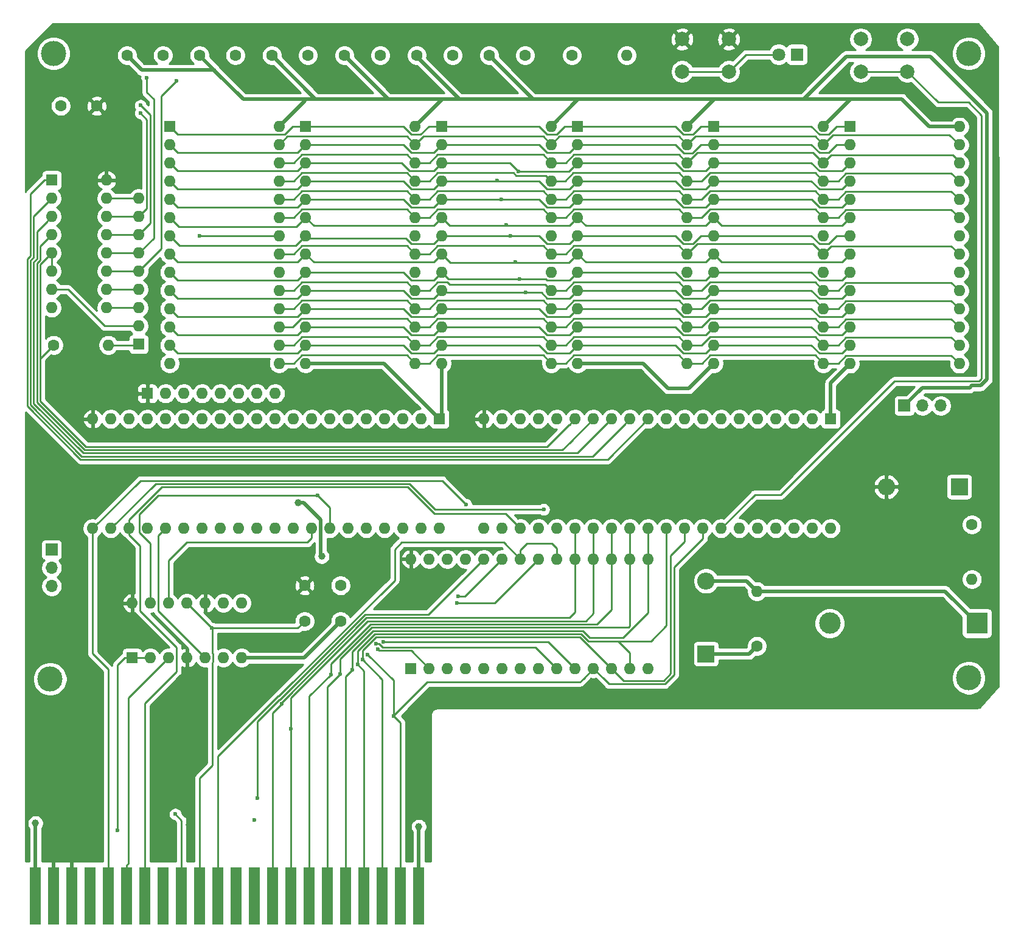
<source format=gtl>
G04 #@! TF.GenerationSoftware,KiCad,Pcbnew,(5.1.9)-1*
G04 #@! TF.CreationDate,2023-02-03T17:28:33+00:00*
G04 #@! TF.ProjectId,C64RAMCart,43363452-414d-4436-9172-742e6b696361,rev?*
G04 #@! TF.SameCoordinates,Original*
G04 #@! TF.FileFunction,Copper,L1,Top*
G04 #@! TF.FilePolarity,Positive*
%FSLAX46Y46*%
G04 Gerber Fmt 4.6, Leading zero omitted, Abs format (unit mm)*
G04 Created by KiCad (PCBNEW (5.1.9)-1) date 2023-02-03 17:28:33*
%MOMM*%
%LPD*%
G01*
G04 APERTURE LIST*
G04 #@! TA.AperFunction,ComponentPad*
%ADD10R,3.000000X3.000000*%
G04 #@! TD*
G04 #@! TA.AperFunction,ComponentPad*
%ADD11C,3.000000*%
G04 #@! TD*
G04 #@! TA.AperFunction,ComponentPad*
%ADD12C,1.600000*%
G04 #@! TD*
G04 #@! TA.AperFunction,ComponentPad*
%ADD13O,1.600000X1.600000*%
G04 #@! TD*
G04 #@! TA.AperFunction,ComponentPad*
%ADD14C,2.000000*%
G04 #@! TD*
G04 #@! TA.AperFunction,ComponentPad*
%ADD15C,3.500000*%
G04 #@! TD*
G04 #@! TA.AperFunction,ConnectorPad*
%ADD16R,1.500000X8.000000*%
G04 #@! TD*
G04 #@! TA.AperFunction,ComponentPad*
%ADD17O,2.400000X2.400000*%
G04 #@! TD*
G04 #@! TA.AperFunction,ComponentPad*
%ADD18R,2.400000X2.400000*%
G04 #@! TD*
G04 #@! TA.AperFunction,ComponentPad*
%ADD19R,1.700000X1.700000*%
G04 #@! TD*
G04 #@! TA.AperFunction,ComponentPad*
%ADD20O,1.700000X1.700000*%
G04 #@! TD*
G04 #@! TA.AperFunction,ComponentPad*
%ADD21R,1.600000X1.600000*%
G04 #@! TD*
G04 #@! TA.AperFunction,ComponentPad*
%ADD22R,1.800000X1.800000*%
G04 #@! TD*
G04 #@! TA.AperFunction,ComponentPad*
%ADD23C,1.800000*%
G04 #@! TD*
G04 #@! TA.AperFunction,ViaPad*
%ADD24C,1.000000*%
G04 #@! TD*
G04 #@! TA.AperFunction,ViaPad*
%ADD25C,0.600000*%
G04 #@! TD*
G04 #@! TA.AperFunction,Conductor*
%ADD26C,0.508000*%
G04 #@! TD*
G04 #@! TA.AperFunction,Conductor*
%ADD27C,0.250000*%
G04 #@! TD*
G04 #@! TA.AperFunction,Conductor*
%ADD28C,0.254000*%
G04 #@! TD*
G04 #@! TA.AperFunction,Conductor*
%ADD29C,0.100000*%
G04 #@! TD*
G04 APERTURE END LIST*
D10*
X213379000Y-119470000D03*
D11*
X192889000Y-119470000D03*
D12*
X157029000Y-40370000D03*
D13*
X164649000Y-40370000D03*
D12*
X145504000Y-40370000D03*
X150504000Y-40370000D03*
X135424000Y-40370000D03*
X140424000Y-40370000D03*
X125344000Y-40370000D03*
X130344000Y-40370000D03*
X115264000Y-40370000D03*
X120264000Y-40370000D03*
X105184000Y-40370000D03*
X110184000Y-40370000D03*
X100104000Y-40370000D03*
X95104000Y-40370000D03*
D14*
X197204000Y-42620000D03*
X197204000Y-38120000D03*
X203704000Y-42620000D03*
X203704000Y-38120000D03*
D15*
X212250000Y-40111000D03*
X84409000Y-127255000D03*
X212250000Y-127095000D03*
X84889000Y-40111000D03*
D16*
X135705000Y-157432000D03*
X133165000Y-157432000D03*
X130625000Y-157432000D03*
X128085000Y-157432000D03*
X125545000Y-157432000D03*
X123005000Y-157432000D03*
X120465000Y-157432000D03*
X117925000Y-157432000D03*
X115385000Y-157432000D03*
X112845000Y-157432000D03*
X110305000Y-157432000D03*
X107765000Y-157432000D03*
X105225000Y-157432000D03*
X102685000Y-157432000D03*
X100145000Y-157432000D03*
X97605000Y-157432000D03*
X95065000Y-157432000D03*
X92525000Y-157432000D03*
X89985000Y-157432000D03*
X87445000Y-157432000D03*
X84905000Y-157432000D03*
X82365000Y-157432000D03*
D12*
X85879000Y-47420000D03*
X90879000Y-47420000D03*
X119819000Y-114215000D03*
X124819000Y-114215000D03*
D17*
X200769000Y-100470000D03*
D18*
X210929000Y-100470000D03*
X175679000Y-123745000D03*
D17*
X175679000Y-113585000D03*
D12*
X182754000Y-122645000D03*
D13*
X182754000Y-115025000D03*
D19*
X203274000Y-89170000D03*
D20*
X205814000Y-89170000D03*
X208354000Y-89170000D03*
D21*
X95819000Y-124285000D03*
D13*
X111059000Y-116665000D03*
X98359000Y-124285000D03*
X108519000Y-116665000D03*
X100899000Y-124285000D03*
X105979000Y-116665000D03*
X103439000Y-124285000D03*
X103439000Y-116665000D03*
X105979000Y-124285000D03*
X100899000Y-116665000D03*
X108519000Y-124285000D03*
X98359000Y-116665000D03*
X111059000Y-124285000D03*
X95819000Y-116665000D03*
D12*
X119819000Y-119195000D03*
X124819000Y-119195000D03*
D13*
X212679000Y-113340000D03*
D12*
X212679000Y-105720000D03*
X84879000Y-80720000D03*
D13*
X92499000Y-80720000D03*
D21*
X96739000Y-80605000D03*
D13*
X96739000Y-78065000D03*
X96739000Y-75525000D03*
X96739000Y-72985000D03*
X96739000Y-70445000D03*
X96739000Y-67905000D03*
X96739000Y-65365000D03*
X96739000Y-62825000D03*
X96739000Y-60285000D03*
D21*
X97949999Y-87475000D03*
D13*
X100489999Y-87475000D03*
X103029999Y-87475000D03*
X105569999Y-87475000D03*
X108109999Y-87475000D03*
X110649999Y-87475000D03*
X113189999Y-87475000D03*
X115729999Y-87475000D03*
D20*
X84619000Y-114305000D03*
X84619000Y-111765000D03*
D19*
X84619000Y-109225000D03*
D21*
X84629000Y-57745000D03*
D13*
X92249000Y-75525000D03*
X84629000Y-60285000D03*
X92249000Y-72985000D03*
X84629000Y-62825000D03*
X92249000Y-70445000D03*
X84629000Y-65365000D03*
X92249000Y-67905000D03*
X84629000Y-67905000D03*
X92249000Y-65365000D03*
X84629000Y-70445000D03*
X92249000Y-62825000D03*
X84629000Y-72985000D03*
X92249000Y-60285000D03*
X84629000Y-75525000D03*
X92249000Y-57745000D03*
D21*
X134609000Y-125785000D03*
D13*
X167629000Y-110545000D03*
X137149000Y-125785000D03*
X165089000Y-110545000D03*
X139689000Y-125785000D03*
X162549000Y-110545000D03*
X142229000Y-125785000D03*
X160009000Y-110545000D03*
X144769000Y-125785000D03*
X157469000Y-110545000D03*
X147309000Y-125785000D03*
X154929000Y-110545000D03*
X149849000Y-125785000D03*
X152389000Y-110545000D03*
X152389000Y-125785000D03*
X149849000Y-110545000D03*
X154929000Y-125785000D03*
X147309000Y-110545000D03*
X157469000Y-125785000D03*
X144769000Y-110545000D03*
X160009000Y-125785000D03*
X142229000Y-110545000D03*
X162549000Y-125785000D03*
X139689000Y-110545000D03*
X165089000Y-125785000D03*
X137149000Y-110545000D03*
X167629000Y-125785000D03*
X134609000Y-110545000D03*
D21*
X138589999Y-91020000D03*
D13*
X90329999Y-106260000D03*
X136049999Y-91020000D03*
X92869999Y-106260000D03*
X133509999Y-91020000D03*
X95409999Y-106260000D03*
X130969999Y-91020000D03*
X97949999Y-106260000D03*
X128429999Y-91020000D03*
X100489999Y-106260000D03*
X125889999Y-91020000D03*
X103029999Y-106260000D03*
X123349999Y-91020000D03*
X105569999Y-106260000D03*
X120809999Y-91020000D03*
X108109999Y-106260000D03*
X118269999Y-91020000D03*
X110649999Y-106260000D03*
X115729999Y-91020000D03*
X113189999Y-106260000D03*
X113189999Y-91020000D03*
X115729999Y-106260000D03*
X110649999Y-91020000D03*
X118269999Y-106260000D03*
X108109999Y-91020000D03*
X120809999Y-106260000D03*
X105569999Y-91020000D03*
X123349999Y-106260000D03*
X103029999Y-91020000D03*
X125889999Y-106260000D03*
X100489999Y-91020000D03*
X128429999Y-106260000D03*
X97949999Y-91020000D03*
X130969999Y-106260000D03*
X95409999Y-91020000D03*
X133509999Y-106260000D03*
X92869999Y-91020000D03*
X136049999Y-106260000D03*
X90329999Y-91020000D03*
X138589999Y-106260000D03*
X193029000Y-106260000D03*
X144769000Y-91020000D03*
X190489000Y-106260000D03*
X147309000Y-91020000D03*
X187949000Y-106260000D03*
X149849000Y-91020000D03*
X185409000Y-106260000D03*
X152389000Y-91020000D03*
X182869000Y-106260000D03*
X154929000Y-91020000D03*
X180329000Y-106260000D03*
X157469000Y-91020000D03*
X177789000Y-106260000D03*
X160009000Y-91020000D03*
X175249000Y-106260000D03*
X162549000Y-91020000D03*
X172709000Y-106260000D03*
X165089000Y-91020000D03*
X170169000Y-106260000D03*
X167629000Y-91020000D03*
X167629000Y-106260000D03*
X170169000Y-91020000D03*
X165089000Y-106260000D03*
X172709000Y-91020000D03*
X162549000Y-106260000D03*
X175249000Y-91020000D03*
X160009000Y-106260000D03*
X177789000Y-91020000D03*
X157469000Y-106260000D03*
X180329000Y-91020000D03*
X154929000Y-106260000D03*
X182869000Y-91020000D03*
X152389000Y-106260000D03*
X185409000Y-91020000D03*
X149849000Y-106260000D03*
X187949000Y-91020000D03*
X147309000Y-106260000D03*
X190489000Y-91020000D03*
X144769000Y-106260000D03*
D21*
X193029000Y-91020000D03*
X101024001Y-50250001D03*
D13*
X116264001Y-83270001D03*
X101024001Y-52790001D03*
X116264001Y-80730001D03*
X101024001Y-55330001D03*
X116264001Y-78190001D03*
X101024001Y-57870001D03*
X116264001Y-75650001D03*
X101024001Y-60410001D03*
X116264001Y-73110001D03*
X101024001Y-62950001D03*
X116264001Y-70570001D03*
X101024001Y-65490001D03*
X116264001Y-68030001D03*
X101024001Y-68030001D03*
X116264001Y-65490001D03*
X101024001Y-70570001D03*
X116264001Y-62950001D03*
X101024001Y-73110001D03*
X116264001Y-60410001D03*
X101024001Y-75650001D03*
X116264001Y-57870001D03*
X101024001Y-78190001D03*
X116264001Y-55330001D03*
X101024001Y-80730001D03*
X116264001Y-52790001D03*
X101024001Y-83270001D03*
X116264001Y-50250001D03*
X135197000Y-50250001D03*
X119957000Y-83270001D03*
X135197000Y-52790001D03*
X119957000Y-80730001D03*
X135197000Y-55330001D03*
X119957000Y-78190001D03*
X135197000Y-57870001D03*
X119957000Y-75650001D03*
X135197000Y-60410001D03*
X119957000Y-73110001D03*
X135197000Y-62950001D03*
X119957000Y-70570001D03*
X135197000Y-65490001D03*
X119957000Y-68030001D03*
X135197000Y-68030001D03*
X119957000Y-65490001D03*
X135197000Y-70570001D03*
X119957000Y-62950001D03*
X135197000Y-73110001D03*
X119957000Y-60410001D03*
X135197000Y-75650001D03*
X119957000Y-57870001D03*
X135197000Y-78190001D03*
X119957000Y-55330001D03*
X135197000Y-80730001D03*
X119957000Y-52790001D03*
X135197000Y-83270001D03*
D21*
X119957000Y-50250001D03*
X138889999Y-50250001D03*
D13*
X154129999Y-83270001D03*
X138889999Y-52790001D03*
X154129999Y-80730001D03*
X138889999Y-55330001D03*
X154129999Y-78190001D03*
X138889999Y-57870001D03*
X154129999Y-75650001D03*
X138889999Y-60410001D03*
X154129999Y-73110001D03*
X138889999Y-62950001D03*
X154129999Y-70570001D03*
X138889999Y-65490001D03*
X154129999Y-68030001D03*
X138889999Y-68030001D03*
X154129999Y-65490001D03*
X138889999Y-70570001D03*
X154129999Y-62950001D03*
X138889999Y-73110001D03*
X154129999Y-60410001D03*
X138889999Y-75650001D03*
X154129999Y-57870001D03*
X138889999Y-78190001D03*
X154129999Y-55330001D03*
X138889999Y-80730001D03*
X154129999Y-52790001D03*
X138889999Y-83270001D03*
X154129999Y-50250001D03*
X173062998Y-50250001D03*
X157822998Y-83270001D03*
X173062998Y-52790001D03*
X157822998Y-80730001D03*
X173062998Y-55330001D03*
X157822998Y-78190001D03*
X173062998Y-57870001D03*
X157822998Y-75650001D03*
X173062998Y-60410001D03*
X157822998Y-73110001D03*
X173062998Y-62950001D03*
X157822998Y-70570001D03*
X173062998Y-65490001D03*
X157822998Y-68030001D03*
X173062998Y-68030001D03*
X157822998Y-65490001D03*
X173062998Y-70570001D03*
X157822998Y-62950001D03*
X173062998Y-73110001D03*
X157822998Y-60410001D03*
X173062998Y-75650001D03*
X157822998Y-57870001D03*
X173062998Y-78190001D03*
X157822998Y-55330001D03*
X173062998Y-80730001D03*
X157822998Y-52790001D03*
X173062998Y-83270001D03*
D21*
X157822998Y-50250001D03*
X176755997Y-50250001D03*
D13*
X191995997Y-83270001D03*
X176755997Y-52790001D03*
X191995997Y-80730001D03*
X176755997Y-55330001D03*
X191995997Y-78190001D03*
X176755997Y-57870001D03*
X191995997Y-75650001D03*
X176755997Y-60410001D03*
X191995997Y-73110001D03*
X176755997Y-62950001D03*
X191995997Y-70570001D03*
X176755997Y-65490001D03*
X191995997Y-68030001D03*
X176755997Y-68030001D03*
X191995997Y-65490001D03*
X176755997Y-70570001D03*
X191995997Y-62950001D03*
X176755997Y-73110001D03*
X191995997Y-60410001D03*
X176755997Y-75650001D03*
X191995997Y-57870001D03*
X176755997Y-78190001D03*
X191995997Y-55330001D03*
X176755997Y-80730001D03*
X191995997Y-52790001D03*
X176755997Y-83270001D03*
X191995997Y-50250001D03*
X210929000Y-50315000D03*
X195689000Y-83335000D03*
X210929000Y-52855000D03*
X195689000Y-80795000D03*
X210929000Y-55395000D03*
X195689000Y-78255000D03*
X210929000Y-57935000D03*
X195689000Y-75715000D03*
X210929000Y-60475000D03*
X195689000Y-73175000D03*
X210929000Y-63015000D03*
X195689000Y-70635000D03*
X210929000Y-65555000D03*
X195689000Y-68095000D03*
X210929000Y-68095000D03*
X195689000Y-65555000D03*
X210929000Y-70635000D03*
X195689000Y-63015000D03*
X210929000Y-73175000D03*
X195689000Y-60475000D03*
X210929000Y-75715000D03*
X195689000Y-57935000D03*
X210929000Y-78255000D03*
X195689000Y-55395000D03*
X210929000Y-80795000D03*
X195689000Y-52855000D03*
X210929000Y-83335000D03*
D21*
X195689000Y-50315000D03*
D22*
X188329000Y-40245000D03*
D23*
X185789000Y-40245000D03*
D14*
X172354000Y-42620000D03*
X172354000Y-38120000D03*
X178854000Y-42620000D03*
X178854000Y-38120000D03*
D24*
X82365000Y-147331000D03*
X135705000Y-147811000D03*
X118954000Y-102645000D03*
X122204000Y-110170000D03*
X84905000Y-147459000D03*
X87445009Y-147561009D03*
X88604000Y-66170000D03*
X88129000Y-111020000D03*
X92779000Y-111770000D03*
X130654000Y-110495000D03*
X84804000Y-100520000D03*
X103779000Y-147570000D03*
X109654000Y-130645000D03*
D25*
X101829000Y-146070000D03*
X106936500Y-120162500D03*
X130776176Y-122033277D03*
X129791584Y-122301700D03*
X153104000Y-103620010D03*
X93779000Y-148345000D03*
X132229000Y-132395000D03*
X128613140Y-123829140D03*
X142254000Y-102895000D03*
X102029000Y-43900918D03*
X97879000Y-43520000D03*
X96979000Y-47345000D03*
X96979000Y-48420000D03*
X105229000Y-65489998D03*
X121629000Y-101645000D03*
X150554000Y-73395000D03*
X149754000Y-71545000D03*
X149128999Y-69195001D03*
X148479000Y-65495000D03*
X147853999Y-64020001D03*
X147228998Y-60420002D03*
X146603997Y-57845003D03*
X149564001Y-56520010D03*
X112853999Y-146845000D03*
X113231703Y-143799015D03*
X141029000Y-116670000D03*
X141179000Y-115745000D03*
X130006343Y-123072347D03*
X127888140Y-124554140D03*
X127200645Y-125241635D03*
X126488140Y-125954140D03*
X124779000Y-126595000D03*
X123452150Y-126620043D03*
X117925000Y-134216000D03*
X116604000Y-130720000D03*
D26*
X82365000Y-157432000D02*
X82365000Y-147331000D01*
X82365000Y-147331000D02*
X82365000Y-147331000D01*
X135705000Y-147811000D02*
X135705000Y-147811000D01*
X135705000Y-157432000D02*
X135705000Y-147811000D01*
X122095998Y-110061998D02*
X122204000Y-110170000D01*
X122095998Y-105079892D02*
X122095998Y-110061998D01*
X119661106Y-102645000D02*
X122095998Y-105079892D01*
X118954000Y-102645000D02*
X119661106Y-102645000D01*
X157822998Y-83270001D02*
X166929001Y-83270001D01*
X166929001Y-83270001D02*
X170404000Y-86745000D01*
X173280998Y-86745000D02*
X176755997Y-83270001D01*
X170404000Y-86745000D02*
X173280998Y-86745000D01*
X195689000Y-83335000D02*
X193004000Y-86020000D01*
X193004000Y-90995000D02*
X193029000Y-91020000D01*
X193004000Y-86020000D02*
X193004000Y-90995000D01*
X138889999Y-90720000D02*
X138589999Y-91020000D01*
X138889999Y-83270001D02*
X138889999Y-90720000D01*
X130840000Y-83270001D02*
X138589999Y-91020000D01*
X119957000Y-83270001D02*
X130840000Y-83270001D01*
D27*
X203729000Y-38445000D02*
X203104000Y-38445000D01*
D26*
X119729000Y-124285000D02*
X124819000Y-119195000D01*
X111059000Y-124285000D02*
X119729000Y-124285000D01*
X181654000Y-123745000D02*
X182754000Y-122645000D01*
X175679000Y-123745000D02*
X181654000Y-123745000D01*
X181314000Y-113585000D02*
X182754000Y-115025000D01*
X175679000Y-113585000D02*
X181314000Y-113585000D01*
X208934000Y-115025000D02*
X213379000Y-119470000D01*
X182754000Y-115025000D02*
X208934000Y-115025000D01*
X84905000Y-157432000D02*
X84905000Y-147459000D01*
X84905000Y-147459000D02*
X84905000Y-147459000D01*
X87445000Y-157432000D02*
X87445000Y-147561000D01*
X87343000Y-147459000D02*
X87445009Y-147561009D01*
X84905000Y-147459000D02*
X87343000Y-147459000D01*
D27*
X102685000Y-157432000D02*
X102685000Y-146926000D01*
X102685000Y-146926000D02*
X101829000Y-146070000D01*
X106954000Y-120195000D02*
X106969000Y-120195000D01*
X106954000Y-123594998D02*
X106954000Y-120195000D01*
X107104001Y-123744999D02*
X106954000Y-123594998D01*
X107104001Y-124825001D02*
X107104001Y-123744999D01*
X106954000Y-124975002D02*
X107104001Y-124825001D01*
X106954000Y-139270000D02*
X106954000Y-124975002D01*
X105225000Y-140999000D02*
X106954000Y-139270000D01*
X106969000Y-120195000D02*
X106936500Y-120162500D01*
X105225000Y-157432000D02*
X105225000Y-140999000D01*
X106936500Y-120162500D02*
X103439000Y-116665000D01*
X118851500Y-120162500D02*
X119819000Y-119195000D01*
X106936500Y-120162500D02*
X118851500Y-120162500D01*
X157469000Y-125785000D02*
X153717277Y-122033277D01*
X153717277Y-122033277D02*
X130776176Y-122033277D01*
X154929000Y-125785000D02*
X151972051Y-122828051D01*
X130160700Y-122301700D02*
X129791584Y-122301700D01*
X130687051Y-122828051D02*
X130160700Y-122301700D01*
X151972051Y-122828051D02*
X130687051Y-122828051D01*
X137979006Y-103620010D02*
X152679736Y-103620010D01*
X152679736Y-103620010D02*
X153104000Y-103620010D01*
X134403985Y-100044989D02*
X137979006Y-103620010D01*
X99085010Y-100044989D02*
X134403985Y-100044989D01*
X92869999Y-106260000D02*
X99085010Y-100044989D01*
X95819000Y-124285000D02*
X98359000Y-124285000D01*
X94769000Y-124285000D02*
X93779000Y-125275000D01*
X95819000Y-124285000D02*
X94769000Y-124285000D01*
X93779000Y-125275000D02*
X93779000Y-148345000D01*
X160009000Y-125795000D02*
X160009000Y-125785000D01*
X120809999Y-107614001D02*
X120809999Y-106260000D01*
X120204000Y-108220000D02*
X120809999Y-107614001D01*
X103429000Y-108220000D02*
X120204000Y-108220000D01*
X100899000Y-110750000D02*
X103429000Y-108220000D01*
X100899000Y-116665000D02*
X100899000Y-110750000D01*
X133154000Y-133320000D02*
X132229000Y-132395000D01*
X133154000Y-157421000D02*
X133154000Y-133320000D01*
X133165000Y-157432000D02*
X133154000Y-157421000D01*
X158589000Y-127205000D02*
X160009000Y-125785000D01*
X158124000Y-127670000D02*
X158589000Y-127205000D01*
X136904000Y-127670000D02*
X158124000Y-127670000D01*
X132229000Y-132345000D02*
X136904000Y-127670000D01*
X132229000Y-132395000D02*
X132229000Y-132345000D01*
X132229000Y-132395000D02*
X132229000Y-127445000D01*
X132229000Y-127445000D02*
X128613140Y-123829140D01*
X161489000Y-127265000D02*
X160009000Y-125785000D01*
X169954000Y-127945000D02*
X162169000Y-127945000D01*
X162169000Y-127945000D02*
X161489000Y-127265000D01*
X171254000Y-126645000D02*
X169954000Y-127945000D01*
X171254000Y-111670000D02*
X171254000Y-126645000D01*
X175249000Y-107675000D02*
X171254000Y-111670000D01*
X175249000Y-106260000D02*
X175249000Y-107675000D01*
X149849000Y-110545000D02*
X149849000Y-109275000D01*
X149849000Y-109275000D02*
X150779000Y-108345000D01*
X150779000Y-108345000D02*
X154204000Y-108345000D01*
X154929000Y-109070000D02*
X154929000Y-110545000D01*
X154204000Y-108345000D02*
X154929000Y-109070000D01*
X147524000Y-108220000D02*
X149849000Y-110545000D01*
X132354000Y-109195000D02*
X133329000Y-108220000D01*
X133329000Y-108220000D02*
X147524000Y-108220000D01*
X116142598Y-129644987D02*
X116194776Y-129644987D01*
X132354000Y-113485763D02*
X132354000Y-109195000D01*
X116194776Y-129644987D02*
X132354000Y-113485763D01*
X107765000Y-138022585D02*
X116142598Y-129644987D01*
X107765000Y-157432000D02*
X107765000Y-138022585D01*
X95409999Y-107134998D02*
X95409999Y-106260000D01*
X96944001Y-117710001D02*
X96944001Y-108668999D01*
X102024001Y-122790001D02*
X96944001Y-117710001D01*
X96944001Y-108668999D02*
X95409999Y-107134998D01*
X102024001Y-126199999D02*
X102024001Y-122790001D01*
X97605000Y-130619000D02*
X102024001Y-126199999D01*
X97605000Y-157432000D02*
X97605000Y-130619000D01*
X147834022Y-104245022D02*
X149049001Y-105460001D01*
X134167584Y-100495000D02*
X137917606Y-104245022D01*
X137917606Y-104245022D02*
X147834022Y-104245022D01*
X99942590Y-100495000D02*
X134167584Y-100495000D01*
X95409999Y-105027591D02*
X99942590Y-100495000D01*
X149049001Y-105460001D02*
X149849000Y-106260000D01*
X95409999Y-106260000D02*
X95409999Y-105027591D01*
X95065000Y-153182000D02*
X95065000Y-157432000D01*
X95304001Y-152942999D02*
X95065000Y-153182000D01*
X100899000Y-124285000D02*
X95304001Y-129879999D01*
X95304001Y-129879999D02*
X95304001Y-152942999D01*
X92525000Y-157432000D02*
X92525000Y-125916000D01*
X90329999Y-123720999D02*
X90329999Y-106260000D01*
X92525000Y-125916000D02*
X90329999Y-123720999D01*
X90329999Y-106260000D02*
X96995021Y-99594978D01*
X96995021Y-99594978D02*
X138953978Y-99594978D01*
X138953978Y-99594978D02*
X142254000Y-102895000D01*
X134071999Y-51665000D02*
X135197000Y-52790001D01*
X117389002Y-51665000D02*
X134071999Y-51665000D01*
X116264001Y-52790001D02*
X117389002Y-51665000D01*
X136322001Y-51665000D02*
X153004998Y-51665000D01*
X153004998Y-51665000D02*
X154129999Y-52790001D01*
X135197000Y-52790001D02*
X136322001Y-51665000D01*
X171937997Y-51665000D02*
X173062998Y-52790001D01*
X155255000Y-51665000D02*
X171937997Y-51665000D01*
X154129999Y-52790001D02*
X155255000Y-51665000D01*
X190870996Y-51665000D02*
X191995997Y-52790001D01*
X174187999Y-51665000D02*
X190870996Y-51665000D01*
X173062998Y-52790001D02*
X174187999Y-51665000D01*
X209514001Y-51440001D02*
X210929000Y-52855000D01*
X193345997Y-51440001D02*
X209514001Y-51440001D01*
X191995997Y-52790001D02*
X193345997Y-51440001D01*
X96624000Y-80720000D02*
X96739000Y-80605000D01*
X92499000Y-80720000D02*
X96624000Y-80720000D01*
X84629000Y-72985000D02*
X86879000Y-72985000D01*
X91959000Y-78065000D02*
X96739000Y-78065000D01*
X86879000Y-72985000D02*
X91959000Y-78065000D01*
X92249000Y-75525000D02*
X96739000Y-75525000D01*
X92249000Y-72985000D02*
X96739000Y-72985000D01*
X92249000Y-70445000D02*
X96739000Y-70445000D01*
X96739000Y-70445000D02*
X96739000Y-71126412D01*
X99879000Y-46050918D02*
X102029000Y-43900918D01*
X99879000Y-67305000D02*
X99879000Y-46050918D01*
X96739000Y-70445000D02*
X99879000Y-67305000D01*
X92249000Y-67905000D02*
X96739000Y-67905000D01*
X96739000Y-67905000D02*
X98817057Y-65826943D01*
X98817057Y-65826943D02*
X98817057Y-62445000D01*
X98817057Y-62445000D02*
X98817057Y-46483057D01*
X98817057Y-46483057D02*
X97879000Y-45545000D01*
X97879000Y-45545000D02*
X97879000Y-43520000D01*
X97879000Y-43520000D02*
X97879000Y-43520000D01*
X92249000Y-65365000D02*
X96739000Y-65365000D01*
X98329000Y-48695000D02*
X96979000Y-47345000D01*
X98329000Y-63775000D02*
X98329000Y-48695000D01*
X96739000Y-65365000D02*
X98329000Y-63775000D01*
X92249000Y-62825000D02*
X96739000Y-62825000D01*
X96739000Y-62825000D02*
X97878989Y-61685011D01*
X97878989Y-61685011D02*
X97878989Y-49319989D01*
X97878989Y-49319989D02*
X96979000Y-48420000D01*
X92249000Y-60285000D02*
X96739000Y-60285000D01*
X116263998Y-65489998D02*
X116264001Y-65490001D01*
X105229000Y-65489998D02*
X116263998Y-65489998D01*
X99484001Y-117790001D02*
X105979000Y-124285000D01*
X99484001Y-107265998D02*
X99484001Y-117790001D01*
X100489999Y-106260000D02*
X99484001Y-107265998D01*
X96824998Y-106800001D02*
X96824998Y-104249002D01*
X98359000Y-108334003D02*
X96824998Y-106800001D01*
X98359000Y-116665000D02*
X98359000Y-108334003D01*
X96824998Y-104249002D02*
X99429000Y-101645000D01*
X99429000Y-101645000D02*
X121629000Y-101645000D01*
X123349999Y-103365999D02*
X123349999Y-106260000D01*
X121629000Y-101645000D02*
X123349999Y-103365999D01*
X121629000Y-101645000D02*
X121629000Y-101645000D01*
X203654000Y-42670000D02*
X203704000Y-42620000D01*
X197254000Y-42670000D02*
X203654000Y-42670000D01*
X197204000Y-42620000D02*
X197254000Y-42670000D01*
X182479000Y-101570000D02*
X177789000Y-106260000D01*
X201904000Y-85770000D02*
X186104000Y-101570000D01*
X214004000Y-85445000D02*
X213679000Y-85770000D01*
X214004000Y-48720000D02*
X214004000Y-85445000D01*
X213679000Y-85770000D02*
X201904000Y-85770000D01*
X212204000Y-46920000D02*
X214004000Y-48720000D01*
X186104000Y-101570000D02*
X182479000Y-101570000D01*
X208004000Y-46920000D02*
X212204000Y-46920000D01*
X203704000Y-42620000D02*
X208004000Y-46920000D01*
D26*
X119749001Y-46765001D02*
X116264001Y-50250001D01*
X120039002Y-46475000D02*
X119749001Y-46765001D01*
X195770998Y-46475000D02*
X196189000Y-46475000D01*
X191995997Y-50250001D02*
X195770998Y-46475000D01*
X176837999Y-46475000D02*
X176979000Y-46475000D01*
X173062998Y-50250001D02*
X176837999Y-46475000D01*
X157905000Y-46475000D02*
X158049000Y-46475000D01*
X154129999Y-50250001D02*
X157905000Y-46475000D01*
X135197000Y-50250001D02*
X138972001Y-46475000D01*
X138972001Y-46475000D02*
X139299000Y-46475000D01*
X130974000Y-46475000D02*
X120039002Y-46475000D01*
X139299000Y-46475000D02*
X130974000Y-46475000D01*
X141359000Y-46475000D02*
X139299000Y-46475000D01*
X150949000Y-46475000D02*
X141359000Y-46475000D01*
X158049000Y-46475000D02*
X150949000Y-46475000D01*
X162499000Y-46475000D02*
X158049000Y-46475000D01*
X176979000Y-46475000D02*
X162499000Y-46475000D01*
X210929000Y-50315000D02*
X211099000Y-50315000D01*
X191799000Y-46475000D02*
X176979000Y-46475000D01*
X196189000Y-46475000D02*
X191799000Y-46475000D01*
X210929000Y-50315000D02*
X206724000Y-50315000D01*
X202884000Y-46475000D02*
X196189000Y-46475000D01*
X206724000Y-50315000D02*
X202884000Y-46475000D01*
X189249000Y-46475000D02*
X188924000Y-46475000D01*
X206879000Y-40495000D02*
X195229000Y-40495000D01*
X214754000Y-85513842D02*
X214754000Y-48370000D01*
X214754000Y-48370000D02*
X206879000Y-40495000D01*
X213918833Y-86349010D02*
X214754000Y-85513842D01*
X212674990Y-86349010D02*
X213918833Y-86349010D01*
X212354000Y-86670000D02*
X212674990Y-86349010D01*
X205774000Y-86670000D02*
X212354000Y-86670000D01*
X195229000Y-40495000D02*
X189249000Y-46475000D01*
X203274000Y-89170000D02*
X205774000Y-86670000D01*
X151609000Y-46475000D02*
X151934000Y-46475000D01*
X145504000Y-40370000D02*
X151609000Y-46475000D01*
X125344000Y-40370000D02*
X131449000Y-46475000D01*
X121321500Y-46427500D02*
X121274000Y-46475000D01*
X115264000Y-40370000D02*
X121321500Y-46427500D01*
X111289000Y-46475000D02*
X120039002Y-46475000D01*
X95104000Y-40370000D02*
X97154000Y-42420000D01*
X107234000Y-42420000D02*
X107344000Y-42530000D01*
X97154000Y-42420000D02*
X107234000Y-42420000D01*
X107344000Y-42530000D02*
X111289000Y-46475000D01*
X105184000Y-40370000D02*
X107344000Y-42530000D01*
X135424000Y-40540000D02*
X141359000Y-46475000D01*
X135424000Y-40370000D02*
X135424000Y-40540000D01*
D27*
X83019000Y-69515000D02*
X84629000Y-67905000D01*
X84629000Y-67905000D02*
X84629000Y-70445000D01*
X83019000Y-82580000D02*
X84879000Y-80720000D01*
X83019000Y-82630000D02*
X83019000Y-82580000D01*
X83019000Y-82630000D02*
X83019000Y-69515000D01*
X156669001Y-91819999D02*
X156592590Y-91819999D01*
X153542590Y-94870000D02*
X89379000Y-94870000D01*
X157469000Y-91020000D02*
X156669001Y-91819999D01*
X83019000Y-88510000D02*
X83019000Y-82630000D01*
X156592590Y-91819999D02*
X153542590Y-94870000D01*
X89379000Y-94870000D02*
X83019000Y-88510000D01*
X156764033Y-94264967D02*
X160009000Y-91020000D01*
X155708989Y-95320011D02*
X156764033Y-94264967D01*
X82568989Y-88696400D02*
X89192600Y-95320011D01*
X82568989Y-69328600D02*
X82568989Y-88696400D01*
X83018989Y-66975011D02*
X83018989Y-68878600D01*
X89192600Y-95320011D02*
X155708989Y-95320011D01*
X83018989Y-68878600D02*
X82568989Y-69328600D01*
X84629000Y-65365000D02*
X83018989Y-66975011D01*
X83829001Y-63624999D02*
X84629000Y-62825000D01*
X82118978Y-88882800D02*
X82118978Y-69142200D01*
X82568978Y-68692200D02*
X82568978Y-64885022D01*
X162549000Y-91020000D02*
X157798978Y-95770022D01*
X82568978Y-64885022D02*
X83829001Y-63624999D01*
X89006200Y-95770022D02*
X82118978Y-88882800D01*
X157798978Y-95770022D02*
X89006200Y-95770022D01*
X82118978Y-69142200D02*
X82568978Y-68692200D01*
X164289001Y-91819999D02*
X165089000Y-91020000D01*
X81668967Y-68955800D02*
X81668967Y-89069200D01*
X159888967Y-96220033D02*
X164289001Y-91819999D01*
X88819800Y-96220033D02*
X159888967Y-96220033D01*
X82118967Y-62795033D02*
X82118967Y-68505800D01*
X81668967Y-89069200D02*
X88819800Y-96220033D01*
X82118967Y-68505800D02*
X81668967Y-68955800D01*
X84629000Y-60285000D02*
X82118967Y-62795033D01*
X83579000Y-57745000D02*
X84629000Y-57745000D01*
X167629000Y-91020000D02*
X161978956Y-96670044D01*
X88633400Y-96670044D02*
X81218956Y-89255600D01*
X81218956Y-68769400D02*
X81668956Y-68319400D01*
X81218956Y-89255600D02*
X81218956Y-68769400D01*
X81668956Y-68319400D02*
X81668956Y-59655044D01*
X161978956Y-96670044D02*
X88633400Y-96670044D01*
X81668956Y-59655044D02*
X83579000Y-57745000D01*
X118167591Y-50250001D02*
X119957000Y-50250001D01*
X117042590Y-51375002D02*
X118167591Y-50250001D01*
X102149002Y-51375002D02*
X117042590Y-51375002D01*
X101024001Y-50250001D02*
X102149002Y-51375002D01*
X137100590Y-50250001D02*
X138889999Y-50250001D01*
X135975589Y-51375002D02*
X137100590Y-50250001D01*
X134656999Y-51375002D02*
X135975589Y-51375002D01*
X133531998Y-50250001D02*
X134656999Y-51375002D01*
X119957000Y-50250001D02*
X133531998Y-50250001D01*
X156033589Y-50250001D02*
X157822998Y-50250001D01*
X154908588Y-51375002D02*
X156033589Y-50250001D01*
X153589998Y-51375002D02*
X154908588Y-51375002D01*
X152464997Y-50250001D02*
X153589998Y-51375002D01*
X138889999Y-50250001D02*
X152464997Y-50250001D01*
X174966588Y-50250001D02*
X176755997Y-50250001D01*
X173841587Y-51375002D02*
X174966588Y-50250001D01*
X172522997Y-51375002D02*
X173841587Y-51375002D01*
X171397996Y-50250001D02*
X172522997Y-51375002D01*
X157822998Y-50250001D02*
X171397996Y-50250001D01*
X193834588Y-50315000D02*
X195689000Y-50315000D01*
X192774586Y-51375002D02*
X193834588Y-50315000D01*
X191455996Y-51375002D02*
X192774586Y-51375002D01*
X190330995Y-50250001D02*
X191455996Y-51375002D01*
X176755997Y-50250001D02*
X190330995Y-50250001D01*
X134071999Y-54205000D02*
X135197000Y-55330001D01*
X118291998Y-55330001D02*
X119416999Y-54205000D01*
X119416999Y-54205000D02*
X134071999Y-54205000D01*
X116264001Y-55330001D02*
X118291998Y-55330001D01*
X153004998Y-54205000D02*
X154129999Y-55330001D01*
X138349998Y-54205000D02*
X153004998Y-54205000D01*
X137224997Y-55330001D02*
X138349998Y-54205000D01*
X135197000Y-55330001D02*
X137224997Y-55330001D01*
X171937997Y-54205000D02*
X173062998Y-55330001D01*
X157282997Y-54205000D02*
X171937997Y-54205000D01*
X156157996Y-55330001D02*
X157282997Y-54205000D01*
X154129999Y-55330001D02*
X156157996Y-55330001D01*
X190580998Y-53915002D02*
X191995997Y-55330001D01*
X174477997Y-53915002D02*
X190580998Y-53915002D01*
X173062998Y-55330001D02*
X174477997Y-53915002D01*
X193055999Y-54269999D02*
X210033999Y-54269999D01*
X191995997Y-55330001D02*
X193055999Y-54269999D01*
X210929000Y-55165000D02*
X210929000Y-55395000D01*
X210033999Y-54269999D02*
X210929000Y-55165000D01*
X118831999Y-53915002D02*
X119957000Y-52790001D01*
X102149002Y-53915002D02*
X118831999Y-53915002D01*
X101024001Y-52790001D02*
X102149002Y-53915002D01*
X137764998Y-53915002D02*
X138889999Y-52790001D01*
X134656999Y-53915002D02*
X137764998Y-53915002D01*
X133531998Y-52790001D02*
X134656999Y-53915002D01*
X119957000Y-52790001D02*
X133531998Y-52790001D01*
X156697997Y-53915002D02*
X157822998Y-52790001D01*
X153589998Y-53915002D02*
X156697997Y-53915002D01*
X152464997Y-52790001D02*
X153589998Y-53915002D01*
X138889999Y-52790001D02*
X152464997Y-52790001D01*
X193834588Y-52855000D02*
X195689000Y-52855000D01*
X192774586Y-53915002D02*
X193834588Y-52855000D01*
X191455996Y-53915002D02*
X192774586Y-53915002D01*
X190330995Y-52790001D02*
X191455996Y-53915002D01*
X176755997Y-52790001D02*
X190330995Y-52790001D01*
X174966588Y-52790001D02*
X176755997Y-52790001D01*
X173786589Y-53970000D02*
X174966588Y-52790001D01*
X172577995Y-53970000D02*
X173786589Y-53970000D01*
X171397996Y-52790001D02*
X172577995Y-53970000D01*
X157822998Y-52790001D02*
X171397996Y-52790001D01*
X134071999Y-61825000D02*
X135197000Y-62950001D01*
X119416999Y-61825000D02*
X134071999Y-61825000D01*
X118291998Y-62950001D02*
X119416999Y-61825000D01*
X116264001Y-62950001D02*
X118291998Y-62950001D01*
X153004998Y-61825000D02*
X154129999Y-62950001D01*
X138349998Y-61825000D02*
X153004998Y-61825000D01*
X137224997Y-62950001D02*
X138349998Y-61825000D01*
X135197000Y-62950001D02*
X137224997Y-62950001D01*
X171937997Y-61825000D02*
X173062998Y-62950001D01*
X157282997Y-61825000D02*
X171937997Y-61825000D01*
X156157996Y-62950001D02*
X157282997Y-61825000D01*
X154129999Y-62950001D02*
X156157996Y-62950001D01*
X190870996Y-61825000D02*
X191995997Y-62950001D01*
X176215996Y-61825000D02*
X190870996Y-61825000D01*
X175090995Y-62950001D02*
X176215996Y-61825000D01*
X173062998Y-62950001D02*
X175090995Y-62950001D01*
X209803999Y-61889999D02*
X210929000Y-63015000D01*
X194088997Y-62950001D02*
X195148999Y-61889999D01*
X195148999Y-61889999D02*
X209803999Y-61889999D01*
X191995997Y-62950001D02*
X194088997Y-62950001D01*
X119416999Y-66905000D02*
X134071999Y-66905000D01*
X134071999Y-66905000D02*
X135197000Y-68030001D01*
X118291998Y-68030001D02*
X119416999Y-66905000D01*
X116264001Y-68030001D02*
X118291998Y-68030001D01*
X153004998Y-66905000D02*
X154129999Y-68030001D01*
X138349998Y-66905000D02*
X153004998Y-66905000D01*
X137224997Y-68030001D02*
X138349998Y-66905000D01*
X135197000Y-68030001D02*
X137224997Y-68030001D01*
X157282997Y-66905000D02*
X171937997Y-66905000D01*
X171937997Y-66905000D02*
X173062998Y-68030001D01*
X156157996Y-68030001D02*
X157282997Y-66905000D01*
X154129999Y-68030001D02*
X156157996Y-68030001D01*
X190580998Y-66615002D02*
X191995997Y-68030001D01*
X174477997Y-66615002D02*
X190580998Y-66615002D01*
X173062998Y-68030001D02*
X174477997Y-66615002D01*
X209803999Y-66969999D02*
X210929000Y-68095000D01*
X193055999Y-66969999D02*
X209803999Y-66969999D01*
X191995997Y-68030001D02*
X193055999Y-66969999D01*
X134071999Y-59285000D02*
X135197000Y-60410001D01*
X119416999Y-59285000D02*
X134071999Y-59285000D01*
X118291998Y-60410001D02*
X119416999Y-59285000D01*
X116264001Y-60410001D02*
X118291998Y-60410001D01*
X138349998Y-59285000D02*
X153004998Y-59285000D01*
X153004998Y-59285000D02*
X154129999Y-60410001D01*
X137224997Y-60410001D02*
X138349998Y-59285000D01*
X135197000Y-60410001D02*
X137224997Y-60410001D01*
X171937997Y-59285000D02*
X173062998Y-60410001D01*
X157282997Y-59285000D02*
X171937997Y-59285000D01*
X156157996Y-60410001D02*
X157282997Y-59285000D01*
X154129999Y-60410001D02*
X156157996Y-60410001D01*
X190870996Y-59285000D02*
X191995997Y-60410001D01*
X176215996Y-59285000D02*
X190870996Y-59285000D01*
X175090995Y-60410001D02*
X176215996Y-59285000D01*
X173062998Y-60410001D02*
X175090995Y-60410001D01*
X209803999Y-59349999D02*
X210929000Y-60475000D01*
X195148999Y-59349999D02*
X209803999Y-59349999D01*
X194088997Y-60410001D02*
X195148999Y-59349999D01*
X191995997Y-60410001D02*
X194088997Y-60410001D01*
X134071999Y-56745000D02*
X135197000Y-57870001D01*
X119416999Y-56745000D02*
X134071999Y-56745000D01*
X118291998Y-57870001D02*
X119416999Y-56745000D01*
X116264001Y-57870001D02*
X118291998Y-57870001D01*
X171937997Y-56745000D02*
X173062998Y-57870001D01*
X157199000Y-56745000D02*
X171937997Y-56745000D01*
X156073999Y-57870001D02*
X157199000Y-56745000D01*
X154129999Y-57870001D02*
X156073999Y-57870001D01*
X190870996Y-56745000D02*
X191995997Y-57870001D01*
X175090995Y-57870001D02*
X176215996Y-56745000D01*
X176215996Y-56745000D02*
X190870996Y-56745000D01*
X173062998Y-57870001D02*
X175090995Y-57870001D01*
X209803999Y-56809999D02*
X210929000Y-57935000D01*
X195148999Y-56809999D02*
X209803999Y-56809999D01*
X194088997Y-57870001D02*
X195148999Y-56809999D01*
X191995997Y-57870001D02*
X194088997Y-57870001D01*
X149264000Y-57145011D02*
X153405009Y-57145011D01*
X153405009Y-57145011D02*
X154129999Y-57870001D01*
X148863989Y-56745000D02*
X149264000Y-57145011D01*
X138349998Y-56745000D02*
X148863989Y-56745000D01*
X135197000Y-57870001D02*
X137224997Y-57870001D01*
X137224997Y-57870001D02*
X138349998Y-56745000D01*
X118831999Y-74235002D02*
X119957000Y-73110001D01*
X102149002Y-74235002D02*
X118831999Y-74235002D01*
X101024001Y-73110001D02*
X102149002Y-74235002D01*
X137764998Y-74235002D02*
X138889999Y-73110001D01*
X134656999Y-74235002D02*
X137764998Y-74235002D01*
X133531998Y-73110001D02*
X134656999Y-74235002D01*
X119957000Y-73110001D02*
X133531998Y-73110001D01*
X175630996Y-74235002D02*
X176755997Y-73110001D01*
X172522997Y-74235002D02*
X175630996Y-74235002D01*
X171397996Y-73110001D02*
X172522997Y-74235002D01*
X157822998Y-73110001D02*
X171397996Y-73110001D01*
X194628998Y-74235002D02*
X195689000Y-73175000D01*
X191455996Y-74235002D02*
X194628998Y-74235002D01*
X190330995Y-73110001D02*
X191455996Y-74235002D01*
X176755997Y-73110001D02*
X190330995Y-73110001D01*
X156697997Y-74235002D02*
X157822998Y-73110001D01*
X153589998Y-74235002D02*
X156697997Y-74235002D01*
X152774996Y-73420000D02*
X153589998Y-74235002D01*
X139199998Y-73420000D02*
X152774996Y-73420000D01*
X138889999Y-73110001D02*
X139199998Y-73420000D01*
X118831999Y-71695002D02*
X119957000Y-70570001D01*
X102149002Y-71695002D02*
X118831999Y-71695002D01*
X101024001Y-70570001D02*
X102149002Y-71695002D01*
X137764998Y-71695002D02*
X138889999Y-70570001D01*
X134656999Y-71695002D02*
X137764998Y-71695002D01*
X133531998Y-70570001D02*
X134656999Y-71695002D01*
X119957000Y-70570001D02*
X133531998Y-70570001D01*
X175630996Y-71695002D02*
X176755997Y-70570001D01*
X172522997Y-71695002D02*
X175630996Y-71695002D01*
X171397996Y-70570001D02*
X172522997Y-71695002D01*
X157822998Y-70570001D02*
X171397996Y-70570001D01*
X191455996Y-71695002D02*
X194628998Y-71695002D01*
X190330995Y-70570001D02*
X191455996Y-71695002D01*
X194628998Y-71695002D02*
X195689000Y-70635000D01*
X176755997Y-70570001D02*
X190330995Y-70570001D01*
X156697997Y-71695002D02*
X157822998Y-70570001D01*
X153589998Y-71695002D02*
X156697997Y-71695002D01*
X153414996Y-71520000D02*
X153589998Y-71695002D01*
X139839998Y-71520000D02*
X153414996Y-71520000D01*
X138889999Y-70570001D02*
X139839998Y-71520000D01*
X118831999Y-69155002D02*
X119957000Y-68030001D01*
X102149002Y-69155002D02*
X118831999Y-69155002D01*
X101024001Y-68030001D02*
X102149002Y-69155002D01*
X137764998Y-69155002D02*
X138889999Y-68030001D01*
X121082001Y-69155002D02*
X137764998Y-69155002D01*
X119957000Y-68030001D02*
X121082001Y-69155002D01*
X175630996Y-69155002D02*
X176755997Y-68030001D01*
X158947999Y-69155002D02*
X175630996Y-69155002D01*
X157822998Y-68030001D02*
X158947999Y-69155002D01*
X194628998Y-69155002D02*
X195689000Y-68095000D01*
X177880998Y-69155002D02*
X194628998Y-69155002D01*
X176755997Y-68030001D02*
X177880998Y-69155002D01*
X156637999Y-69215000D02*
X157822998Y-68030001D01*
X140074998Y-69215000D02*
X156637999Y-69215000D01*
X138889999Y-68030001D02*
X140074998Y-69215000D01*
X118542001Y-66905000D02*
X119957000Y-65490001D01*
X102439000Y-66905000D02*
X118542001Y-66905000D01*
X101024001Y-65490001D02*
X102439000Y-66905000D01*
X156697997Y-66615002D02*
X157822998Y-65490001D01*
X153589998Y-66615002D02*
X156697997Y-66615002D01*
X152464997Y-65490001D02*
X153589998Y-66615002D01*
X138889999Y-65490001D02*
X152464997Y-65490001D01*
X174966588Y-65490001D02*
X176755997Y-65490001D01*
X173841587Y-66615002D02*
X174966588Y-65490001D01*
X172522997Y-66615002D02*
X173841587Y-66615002D01*
X171397996Y-65490001D02*
X172522997Y-66615002D01*
X157822998Y-65490001D02*
X171397996Y-65490001D01*
X193834588Y-65555000D02*
X195689000Y-65555000D01*
X192774586Y-66615002D02*
X193834588Y-65555000D01*
X191455996Y-66615002D02*
X192774586Y-66615002D01*
X190330995Y-65490001D02*
X191455996Y-66615002D01*
X176755997Y-65490001D02*
X190330995Y-65490001D01*
X134656999Y-66615002D02*
X137764998Y-66615002D01*
X133886997Y-65845000D02*
X134656999Y-66615002D01*
X137764998Y-66615002D02*
X138889999Y-65490001D01*
X120311999Y-65845000D02*
X133886997Y-65845000D01*
X119957000Y-65490001D02*
X120311999Y-65845000D01*
X137764998Y-64075002D02*
X138889999Y-62950001D01*
X121082001Y-64075002D02*
X137764998Y-64075002D01*
X119957000Y-62950001D02*
X121082001Y-64075002D01*
X156697997Y-64075002D02*
X157822998Y-62950001D01*
X140015000Y-64075002D02*
X156697997Y-64075002D01*
X138889999Y-62950001D02*
X140015000Y-64075002D01*
X175630996Y-64075002D02*
X176755997Y-62950001D01*
X158947999Y-64075002D02*
X175630996Y-64075002D01*
X157822998Y-62950001D02*
X158947999Y-64075002D01*
X194628998Y-64075002D02*
X195689000Y-63015000D01*
X177880998Y-64075002D02*
X194628998Y-64075002D01*
X176755997Y-62950001D02*
X177880998Y-64075002D01*
X118672001Y-64235000D02*
X119957000Y-62950001D01*
X102309000Y-64235000D02*
X118672001Y-64235000D01*
X101024001Y-62950001D02*
X102309000Y-64235000D01*
X118831999Y-61535002D02*
X119957000Y-60410001D01*
X102149002Y-61535002D02*
X118831999Y-61535002D01*
X101024001Y-60410001D02*
X102149002Y-61535002D01*
X137764998Y-61535002D02*
X138889999Y-60410001D01*
X134656999Y-61535002D02*
X137764998Y-61535002D01*
X133531998Y-60410001D02*
X134656999Y-61535002D01*
X119957000Y-60410001D02*
X133531998Y-60410001D01*
X156697997Y-61535002D02*
X157822998Y-60410001D01*
X153589998Y-61535002D02*
X156697997Y-61535002D01*
X152464997Y-60410001D02*
X153589998Y-61535002D01*
X138889999Y-60410001D02*
X152464997Y-60410001D01*
X175630996Y-61535002D02*
X176755997Y-60410001D01*
X172522997Y-61535002D02*
X175630996Y-61535002D01*
X171397996Y-60410001D02*
X172522997Y-61535002D01*
X157822998Y-60410001D02*
X171397996Y-60410001D01*
X194628998Y-61535002D02*
X195689000Y-60475000D01*
X191469002Y-61535002D02*
X194628998Y-61535002D01*
X190344001Y-60410001D02*
X191469002Y-61535002D01*
X176755997Y-60410001D02*
X190344001Y-60410001D01*
X118831999Y-58995002D02*
X119957000Y-57870001D01*
X102149002Y-58995002D02*
X118831999Y-58995002D01*
X101024001Y-57870001D02*
X102149002Y-58995002D01*
X137764998Y-58995002D02*
X138889999Y-57870001D01*
X134656999Y-58995002D02*
X137764998Y-58995002D01*
X133531998Y-57870001D02*
X134656999Y-58995002D01*
X119957000Y-57870001D02*
X133531998Y-57870001D01*
X156697997Y-58995002D02*
X157822998Y-57870001D01*
X153589998Y-58995002D02*
X156697997Y-58995002D01*
X152464997Y-57870001D02*
X153589998Y-58995002D01*
X138889999Y-57870001D02*
X152464997Y-57870001D01*
X172522997Y-58995002D02*
X175630996Y-58995002D01*
X171397996Y-57870001D02*
X172522997Y-58995002D01*
X175630996Y-58995002D02*
X176755997Y-57870001D01*
X157822998Y-57870001D02*
X171397996Y-57870001D01*
X194628998Y-58995002D02*
X195689000Y-57935000D01*
X191455996Y-58995002D02*
X194628998Y-58995002D01*
X190330995Y-57870001D02*
X191455996Y-58995002D01*
X176755997Y-57870001D02*
X190330995Y-57870001D01*
X118831999Y-56455002D02*
X119957000Y-55330001D01*
X102149002Y-56455002D02*
X118831999Y-56455002D01*
X101024001Y-55330001D02*
X102149002Y-56455002D01*
X137764998Y-56455002D02*
X138889999Y-55330001D01*
X134418411Y-56455002D02*
X137764998Y-56455002D01*
X133293410Y-55330001D02*
X134418411Y-56455002D01*
X119957000Y-55330001D02*
X133293410Y-55330001D01*
X175630996Y-56455002D02*
X176755997Y-55330001D01*
X172522997Y-56455002D02*
X175630996Y-56455002D01*
X171397996Y-55330001D02*
X172522997Y-56455002D01*
X157822998Y-55330001D02*
X171397996Y-55330001D01*
X194628998Y-56455002D02*
X195689000Y-55395000D01*
X191455996Y-56455002D02*
X194628998Y-56455002D01*
X190330995Y-55330001D02*
X191455996Y-56455002D01*
X176755997Y-55330001D02*
X190330995Y-55330001D01*
X157822998Y-55330001D02*
X156632989Y-56520010D01*
X138889999Y-55330001D02*
X148373992Y-55330001D01*
X148373992Y-55330001D02*
X149564001Y-56520010D01*
X156632989Y-56520010D02*
X149564001Y-56520010D01*
X134071999Y-71985000D02*
X135197000Y-73110001D01*
X119416999Y-71985000D02*
X134071999Y-71985000D01*
X118291998Y-73110001D02*
X119416999Y-71985000D01*
X116264001Y-73110001D02*
X118291998Y-73110001D01*
X171937997Y-71985000D02*
X173062998Y-73110001D01*
X157282997Y-71985000D02*
X171937997Y-71985000D01*
X156157996Y-73110001D02*
X157282997Y-71985000D01*
X154129999Y-73110001D02*
X156157996Y-73110001D01*
X190870996Y-71985000D02*
X191995997Y-73110001D01*
X176215996Y-71985000D02*
X190870996Y-71985000D01*
X175090995Y-73110001D02*
X176215996Y-71985000D01*
X173062998Y-73110001D02*
X175090995Y-73110001D01*
X209803999Y-72049999D02*
X210929000Y-73175000D01*
X195148999Y-72049999D02*
X209803999Y-72049999D01*
X194088997Y-73110001D02*
X195148999Y-72049999D01*
X191995997Y-73110001D02*
X194088997Y-73110001D01*
X137224997Y-73110001D02*
X138349998Y-71985000D01*
X135197000Y-73110001D02*
X137224997Y-73110001D01*
X138349998Y-71985000D02*
X139668587Y-71985000D01*
X139668587Y-71985000D02*
X139993589Y-72310002D01*
X139993589Y-72310002D02*
X153330000Y-72310002D01*
X153330000Y-72310002D02*
X154129999Y-73110001D01*
X134071999Y-74525000D02*
X135197000Y-75650001D01*
X119416999Y-74525000D02*
X134071999Y-74525000D01*
X118291998Y-75650001D02*
X119416999Y-74525000D01*
X116264001Y-75650001D02*
X118291998Y-75650001D01*
X153004998Y-74525000D02*
X154129999Y-75650001D01*
X138349998Y-74525000D02*
X153004998Y-74525000D01*
X137224997Y-75650001D02*
X138349998Y-74525000D01*
X135197000Y-75650001D02*
X137224997Y-75650001D01*
X171937997Y-74525000D02*
X173062998Y-75650001D01*
X157282997Y-74525000D02*
X171937997Y-74525000D01*
X156157996Y-75650001D02*
X157282997Y-74525000D01*
X154129999Y-75650001D02*
X156157996Y-75650001D01*
X190870996Y-74525000D02*
X191995997Y-75650001D01*
X176215996Y-74525000D02*
X190870996Y-74525000D01*
X175090995Y-75650001D02*
X176215996Y-74525000D01*
X173062998Y-75650001D02*
X175090995Y-75650001D01*
X209803999Y-74589999D02*
X210929000Y-75715000D01*
X195148999Y-74589999D02*
X209803999Y-74589999D01*
X194088997Y-75650001D02*
X195148999Y-74589999D01*
X191995997Y-75650001D02*
X194088997Y-75650001D01*
X134071999Y-77065000D02*
X135197000Y-78190001D01*
X119309000Y-77065000D02*
X134071999Y-77065000D01*
X118183999Y-78190001D02*
X119309000Y-77065000D01*
X116264001Y-78190001D02*
X118183999Y-78190001D01*
X153004998Y-77065000D02*
X154129999Y-78190001D01*
X138349998Y-77065000D02*
X153004998Y-77065000D01*
X137224997Y-78190001D02*
X138349998Y-77065000D01*
X135197000Y-78190001D02*
X137224997Y-78190001D01*
X171937997Y-77065000D02*
X173062998Y-78190001D01*
X157282997Y-77065000D02*
X171937997Y-77065000D01*
X156157996Y-78190001D02*
X157282997Y-77065000D01*
X154129999Y-78190001D02*
X156157996Y-78190001D01*
X190870996Y-77065000D02*
X191995997Y-78190001D01*
X176215996Y-77065000D02*
X190870996Y-77065000D01*
X175090995Y-78190001D02*
X176215996Y-77065000D01*
X173062998Y-78190001D02*
X175090995Y-78190001D01*
X209803999Y-77129999D02*
X210929000Y-78255000D01*
X194088997Y-78190001D02*
X195148999Y-77129999D01*
X195148999Y-77129999D02*
X209803999Y-77129999D01*
X191995997Y-78190001D02*
X194088997Y-78190001D01*
X134071999Y-79605000D02*
X135197000Y-80730001D01*
X119416999Y-79605000D02*
X134071999Y-79605000D01*
X118291998Y-80730001D02*
X119416999Y-79605000D01*
X116264001Y-80730001D02*
X118291998Y-80730001D01*
X153004998Y-79605000D02*
X154129999Y-80730001D01*
X138349998Y-79605000D02*
X153004998Y-79605000D01*
X137224997Y-80730001D02*
X138349998Y-79605000D01*
X135197000Y-80730001D02*
X137224997Y-80730001D01*
X171937997Y-79605000D02*
X173062998Y-80730001D01*
X157282997Y-79605000D02*
X171937997Y-79605000D01*
X156157996Y-80730001D02*
X157282997Y-79605000D01*
X154129999Y-80730001D02*
X156157996Y-80730001D01*
X190870996Y-79605000D02*
X191995997Y-80730001D01*
X176215996Y-79605000D02*
X190870996Y-79605000D01*
X175090995Y-80730001D02*
X176215996Y-79605000D01*
X173062998Y-80730001D02*
X175090995Y-80730001D01*
X209803999Y-79669999D02*
X210929000Y-80795000D01*
X195148999Y-79669999D02*
X209803999Y-79669999D01*
X194088997Y-80730001D02*
X195148999Y-79669999D01*
X191995997Y-80730001D02*
X194088997Y-80730001D01*
X134071999Y-82145000D02*
X135197000Y-83270001D01*
X119416999Y-82145000D02*
X134071999Y-82145000D01*
X118291998Y-83270001D02*
X119416999Y-82145000D01*
X116264001Y-83270001D02*
X118291998Y-83270001D01*
X153004998Y-82145000D02*
X154129999Y-83270001D01*
X138349998Y-82145000D02*
X153004998Y-82145000D01*
X137224997Y-83270001D02*
X138349998Y-82145000D01*
X135197000Y-83270001D02*
X137224997Y-83270001D01*
X171937997Y-82145000D02*
X173062998Y-83270001D01*
X156157996Y-83270001D02*
X157282997Y-82145000D01*
X157282997Y-82145000D02*
X171937997Y-82145000D01*
X154129999Y-83270001D02*
X156157996Y-83270001D01*
X190870996Y-82145000D02*
X191995997Y-83270001D01*
X176269000Y-82145000D02*
X190870996Y-82145000D01*
X175143999Y-83270001D02*
X176269000Y-82145000D01*
X173062998Y-83270001D02*
X175143999Y-83270001D01*
X209803999Y-82209999D02*
X210929000Y-83335000D01*
X195148999Y-82209999D02*
X209803999Y-82209999D01*
X194088997Y-83270001D02*
X195148999Y-82209999D01*
X191995997Y-83270001D02*
X194088997Y-83270001D01*
X118831999Y-81855002D02*
X119957000Y-80730001D01*
X102149002Y-81855002D02*
X118831999Y-81855002D01*
X101024001Y-80730001D02*
X102149002Y-81855002D01*
X137764998Y-81855002D02*
X138889999Y-80730001D01*
X134656999Y-81855002D02*
X137764998Y-81855002D01*
X133531998Y-80730001D02*
X134656999Y-81855002D01*
X119957000Y-80730001D02*
X133531998Y-80730001D01*
X156697997Y-81855002D02*
X157822998Y-80730001D01*
X153589998Y-81855002D02*
X156697997Y-81855002D01*
X152464997Y-80730001D02*
X153589998Y-81855002D01*
X138889999Y-80730001D02*
X152464997Y-80730001D01*
X175630996Y-81855002D02*
X176755997Y-80730001D01*
X171397996Y-80730001D02*
X172522997Y-81855002D01*
X172522997Y-81855002D02*
X175630996Y-81855002D01*
X157822998Y-80730001D02*
X171397996Y-80730001D01*
X194628998Y-81855002D02*
X195689000Y-80795000D01*
X191455996Y-81855002D02*
X194628998Y-81855002D01*
X190330995Y-80730001D02*
X191455996Y-81855002D01*
X176755997Y-80730001D02*
X190330995Y-80730001D01*
X118831999Y-79315002D02*
X119957000Y-78190001D01*
X102149002Y-79315002D02*
X118831999Y-79315002D01*
X101024001Y-78190001D02*
X102149002Y-79315002D01*
X137764998Y-79315002D02*
X138889999Y-78190001D01*
X134656999Y-79315002D02*
X137764998Y-79315002D01*
X133531998Y-78190001D02*
X134656999Y-79315002D01*
X119957000Y-78190001D02*
X133531998Y-78190001D01*
X156697997Y-79315002D02*
X157822998Y-78190001D01*
X153589998Y-79315002D02*
X156697997Y-79315002D01*
X152464997Y-78190001D02*
X153589998Y-79315002D01*
X138889999Y-78190001D02*
X152464997Y-78190001D01*
X175630996Y-79315002D02*
X176755997Y-78190001D01*
X172522997Y-79315002D02*
X175630996Y-79315002D01*
X171397996Y-78190001D02*
X172522997Y-79315002D01*
X157822998Y-78190001D02*
X171397996Y-78190001D01*
X194628998Y-79315002D02*
X195689000Y-78255000D01*
X191455996Y-79315002D02*
X194628998Y-79315002D01*
X190330995Y-78190001D02*
X191455996Y-79315002D01*
X176755997Y-78190001D02*
X190330995Y-78190001D01*
X118831999Y-76775002D02*
X119957000Y-75650001D01*
X102149002Y-76775002D02*
X118831999Y-76775002D01*
X101024001Y-75650001D02*
X102149002Y-76775002D01*
X137764998Y-76775002D02*
X138889999Y-75650001D01*
X134656999Y-76775002D02*
X137764998Y-76775002D01*
X133531998Y-75650001D02*
X134656999Y-76775002D01*
X119957000Y-75650001D02*
X133531998Y-75650001D01*
X153589998Y-76775002D02*
X156697997Y-76775002D01*
X152464997Y-75650001D02*
X153589998Y-76775002D01*
X138889999Y-75650001D02*
X152464997Y-75650001D01*
X156697997Y-76775002D02*
X157822998Y-75650001D01*
X175630996Y-76775002D02*
X176755997Y-75650001D01*
X172522997Y-76775002D02*
X175630996Y-76775002D01*
X171397996Y-75650001D02*
X172522997Y-76775002D01*
X157822998Y-75650001D02*
X171397996Y-75650001D01*
X194628998Y-76775002D02*
X195689000Y-75715000D01*
X191455996Y-76775002D02*
X194628998Y-76775002D01*
X190330995Y-75650001D02*
X191455996Y-76775002D01*
X176755997Y-75650001D02*
X190330995Y-75650001D01*
X113231703Y-133192293D02*
X113231703Y-143374751D01*
X144769000Y-110545000D02*
X137055801Y-118258199D01*
X116381176Y-130094998D02*
X116328998Y-130094998D01*
X128217975Y-118258199D02*
X116381176Y-130094998D01*
X137055801Y-118258199D02*
X128217975Y-118258199D01*
X116328998Y-130094998D02*
X113231703Y-133192293D01*
X113231703Y-143374751D02*
X113231703Y-143799015D01*
X146264000Y-116670000D02*
X141029000Y-116670000D01*
X152389000Y-110545000D02*
X146264000Y-116670000D01*
X142109000Y-115745000D02*
X147309000Y-110545000D01*
X141179000Y-115745000D02*
X142109000Y-115745000D01*
X130224549Y-123290553D02*
X130006343Y-123072347D01*
X134654553Y-123290553D02*
X130224549Y-123290553D01*
X137149000Y-125785000D02*
X134654553Y-123290553D01*
X130625000Y-157432000D02*
X130625000Y-127291000D01*
X130625000Y-127291000D02*
X127888140Y-124554140D01*
X127888140Y-123260860D02*
X127888140Y-124554140D01*
X131074302Y-121408276D02*
X129740724Y-121408276D01*
X129740724Y-121408276D02*
X127888140Y-123260860D01*
X158134000Y-121420000D02*
X131086026Y-121420000D01*
X131086026Y-121420000D02*
X131074302Y-121408276D01*
X164184000Y-127470000D02*
X158134000Y-121420000D01*
X170770422Y-126492168D02*
X169792590Y-127470000D01*
X170770422Y-110028578D02*
X170770422Y-126492168D01*
X169792590Y-127470000D02*
X164184000Y-127470000D01*
X172709000Y-108090000D02*
X170770422Y-110028578D01*
X172709000Y-106260000D02*
X172709000Y-108090000D01*
X165089000Y-123555000D02*
X163478989Y-121944989D01*
X165089000Y-125785000D02*
X165089000Y-123555000D01*
X131272426Y-120969989D02*
X131260702Y-120958265D01*
X131260702Y-120958265D02*
X129554324Y-120958265D01*
X128085000Y-157432000D02*
X128085000Y-126125990D01*
X127200645Y-123311944D02*
X127200645Y-125241635D01*
X158320400Y-120969989D02*
X131272426Y-120969989D01*
X129554324Y-120958265D02*
X127200645Y-123311944D01*
X159295400Y-121944989D02*
X158320400Y-120969989D01*
X163478989Y-121944989D02*
X159295400Y-121944989D01*
X128085000Y-126125990D02*
X127200645Y-125241635D01*
X167989011Y-121944989D02*
X163478989Y-121944989D01*
X170169000Y-119765000D02*
X167989011Y-121944989D01*
X170169000Y-106260000D02*
X170169000Y-119765000D01*
X164139022Y-121494978D02*
X159481800Y-121494978D01*
X125545000Y-157432000D02*
X125545000Y-126897280D01*
X158506800Y-120519978D02*
X131458826Y-120519978D01*
X125545000Y-126897280D02*
X126488140Y-125954140D01*
X126488140Y-123388038D02*
X126488140Y-125954140D01*
X129367924Y-120508254D02*
X126488140Y-123388038D01*
X131447102Y-120508254D02*
X129367924Y-120508254D01*
X131458826Y-120519978D02*
X131447102Y-120508254D01*
X159481800Y-121494978D02*
X158506800Y-120519978D01*
X167629000Y-118005000D02*
X164139022Y-121494978D01*
X167629000Y-106260000D02*
X167629000Y-118005000D01*
X123005000Y-128369000D02*
X124779000Y-126595000D01*
X123005000Y-157432000D02*
X123005000Y-128369000D01*
X165089000Y-119895000D02*
X164914033Y-120069967D01*
X131645226Y-120069967D02*
X131633502Y-120058243D01*
X129181524Y-120058243D02*
X124779000Y-124460767D01*
X165089000Y-106260000D02*
X165089000Y-119895000D01*
X124779000Y-124460767D02*
X124779000Y-126595000D01*
X131633502Y-120058243D02*
X129181524Y-120058243D01*
X164914033Y-120069967D02*
X131645226Y-120069967D01*
X120465000Y-157432000D02*
X120465000Y-129607193D01*
X120465000Y-129607193D02*
X123452150Y-126620043D01*
X131831626Y-119619956D02*
X131819902Y-119608232D01*
X160529600Y-119619956D02*
X131831626Y-119619956D01*
X128995124Y-119608232D02*
X123452150Y-125151206D01*
X131819902Y-119608232D02*
X128995124Y-119608232D01*
X162549000Y-106260000D02*
X162549000Y-117600556D01*
X162549000Y-117600556D02*
X160529600Y-119619956D01*
X123452150Y-125151206D02*
X123452150Y-126620043D01*
X160009000Y-118095000D02*
X158934054Y-119169945D01*
X117925000Y-129823996D02*
X117925000Y-153182000D01*
X158934054Y-119169945D02*
X132018026Y-119169945D01*
X132018026Y-119169945D02*
X132006302Y-119158221D01*
X117925000Y-153182000D02*
X117925000Y-157432000D01*
X132006302Y-119158221D02*
X128590775Y-119158221D01*
X160009000Y-106260000D02*
X160009000Y-118095000D01*
X128590775Y-119158221D02*
X117925000Y-129823996D01*
X116604000Y-130508585D02*
X116604000Y-130720000D01*
X128404375Y-118708210D02*
X116604000Y-130508585D01*
X157469000Y-106260000D02*
X157469000Y-117885000D01*
X115385000Y-157432000D02*
X115385000Y-131939000D01*
X157469000Y-117885000D02*
X156645790Y-118708210D01*
X115385000Y-131939000D02*
X116604000Y-130720000D01*
X156645790Y-118708210D02*
X128404375Y-118708210D01*
X181229000Y-40245000D02*
X178854000Y-42620000D01*
X185789000Y-40245000D02*
X181229000Y-40245000D01*
X178854000Y-42620000D02*
X172354000Y-42620000D01*
D28*
X195934013Y-41577748D02*
X195755082Y-41845537D01*
X195631832Y-42143088D01*
X195569000Y-42458967D01*
X195569000Y-42781033D01*
X195631832Y-43096912D01*
X195755082Y-43394463D01*
X195934013Y-43662252D01*
X196161748Y-43889987D01*
X196429537Y-44068918D01*
X196727088Y-44192168D01*
X197042967Y-44255000D01*
X197365033Y-44255000D01*
X197680912Y-44192168D01*
X197978463Y-44068918D01*
X198246252Y-43889987D01*
X198473987Y-43662252D01*
X198629173Y-43430000D01*
X202278827Y-43430000D01*
X202434013Y-43662252D01*
X202661748Y-43889987D01*
X202929537Y-44068918D01*
X203227088Y-44192168D01*
X203542967Y-44255000D01*
X203865033Y-44255000D01*
X204180912Y-44192168D01*
X204195376Y-44186177D01*
X207440200Y-47431002D01*
X207463999Y-47460001D01*
X207579724Y-47554974D01*
X207711753Y-47625546D01*
X207855014Y-47669003D01*
X207966667Y-47680000D01*
X207966676Y-47680000D01*
X208003999Y-47683676D01*
X208041322Y-47680000D01*
X211889199Y-47680000D01*
X213244000Y-49034803D01*
X213244001Y-85010000D01*
X201941322Y-85010000D01*
X201903999Y-85006324D01*
X201866676Y-85010000D01*
X201866667Y-85010000D01*
X201755014Y-85020997D01*
X201611753Y-85064454D01*
X201479724Y-85135026D01*
X201363999Y-85229999D01*
X201340201Y-85258997D01*
X185789199Y-100810000D01*
X182516333Y-100810000D01*
X182479000Y-100806323D01*
X182441667Y-100810000D01*
X182330014Y-100820997D01*
X182186753Y-100864454D01*
X182054724Y-100935026D01*
X181938999Y-101029999D01*
X181915201Y-101058997D01*
X178112887Y-104861312D01*
X177930335Y-104825000D01*
X177647665Y-104825000D01*
X177370426Y-104880147D01*
X177109273Y-104988320D01*
X176874241Y-105145363D01*
X176674363Y-105345241D01*
X176519000Y-105577759D01*
X176363637Y-105345241D01*
X176163759Y-105145363D01*
X175928727Y-104988320D01*
X175667574Y-104880147D01*
X175390335Y-104825000D01*
X175107665Y-104825000D01*
X174830426Y-104880147D01*
X174569273Y-104988320D01*
X174334241Y-105145363D01*
X174134363Y-105345241D01*
X173979000Y-105577759D01*
X173823637Y-105345241D01*
X173623759Y-105145363D01*
X173388727Y-104988320D01*
X173127574Y-104880147D01*
X172850335Y-104825000D01*
X172567665Y-104825000D01*
X172290426Y-104880147D01*
X172029273Y-104988320D01*
X171794241Y-105145363D01*
X171594363Y-105345241D01*
X171439000Y-105577759D01*
X171283637Y-105345241D01*
X171083759Y-105145363D01*
X170848727Y-104988320D01*
X170587574Y-104880147D01*
X170310335Y-104825000D01*
X170027665Y-104825000D01*
X169750426Y-104880147D01*
X169489273Y-104988320D01*
X169254241Y-105145363D01*
X169054363Y-105345241D01*
X168899000Y-105577759D01*
X168743637Y-105345241D01*
X168543759Y-105145363D01*
X168308727Y-104988320D01*
X168047574Y-104880147D01*
X167770335Y-104825000D01*
X167487665Y-104825000D01*
X167210426Y-104880147D01*
X166949273Y-104988320D01*
X166714241Y-105145363D01*
X166514363Y-105345241D01*
X166359000Y-105577759D01*
X166203637Y-105345241D01*
X166003759Y-105145363D01*
X165768727Y-104988320D01*
X165507574Y-104880147D01*
X165230335Y-104825000D01*
X164947665Y-104825000D01*
X164670426Y-104880147D01*
X164409273Y-104988320D01*
X164174241Y-105145363D01*
X163974363Y-105345241D01*
X163819000Y-105577759D01*
X163663637Y-105345241D01*
X163463759Y-105145363D01*
X163228727Y-104988320D01*
X162967574Y-104880147D01*
X162690335Y-104825000D01*
X162407665Y-104825000D01*
X162130426Y-104880147D01*
X161869273Y-104988320D01*
X161634241Y-105145363D01*
X161434363Y-105345241D01*
X161279000Y-105577759D01*
X161123637Y-105345241D01*
X160923759Y-105145363D01*
X160688727Y-104988320D01*
X160427574Y-104880147D01*
X160150335Y-104825000D01*
X159867665Y-104825000D01*
X159590426Y-104880147D01*
X159329273Y-104988320D01*
X159094241Y-105145363D01*
X158894363Y-105345241D01*
X158739000Y-105577759D01*
X158583637Y-105345241D01*
X158383759Y-105145363D01*
X158148727Y-104988320D01*
X157887574Y-104880147D01*
X157610335Y-104825000D01*
X157327665Y-104825000D01*
X157050426Y-104880147D01*
X156789273Y-104988320D01*
X156554241Y-105145363D01*
X156354363Y-105345241D01*
X156199000Y-105577759D01*
X156043637Y-105345241D01*
X155843759Y-105145363D01*
X155608727Y-104988320D01*
X155347574Y-104880147D01*
X155070335Y-104825000D01*
X154787665Y-104825000D01*
X154510426Y-104880147D01*
X154249273Y-104988320D01*
X154014241Y-105145363D01*
X153814363Y-105345241D01*
X153659000Y-105577759D01*
X153503637Y-105345241D01*
X153303759Y-105145363D01*
X153068727Y-104988320D01*
X152807574Y-104880147D01*
X152530335Y-104825000D01*
X152247665Y-104825000D01*
X151970426Y-104880147D01*
X151709273Y-104988320D01*
X151474241Y-105145363D01*
X151274363Y-105345241D01*
X151119000Y-105577759D01*
X150963637Y-105345241D01*
X150763759Y-105145363D01*
X150528727Y-104988320D01*
X150267574Y-104880147D01*
X149990335Y-104825000D01*
X149707665Y-104825000D01*
X149525114Y-104861312D01*
X149043812Y-104380010D01*
X152558465Y-104380010D01*
X152661111Y-104448596D01*
X152831271Y-104519078D01*
X153011911Y-104555010D01*
X153196089Y-104555010D01*
X153376729Y-104519078D01*
X153546889Y-104448596D01*
X153700028Y-104346272D01*
X153830262Y-104216038D01*
X153932586Y-104062899D01*
X154003068Y-103892739D01*
X154039000Y-103712099D01*
X154039000Y-103527921D01*
X154003068Y-103347281D01*
X153932586Y-103177121D01*
X153830262Y-103023982D01*
X153700028Y-102893748D01*
X153546889Y-102791424D01*
X153376729Y-102720942D01*
X153196089Y-102685010D01*
X153011911Y-102685010D01*
X152831271Y-102720942D01*
X152661111Y-102791424D01*
X152558465Y-102860010D01*
X143189000Y-102860010D01*
X143189000Y-102802911D01*
X143153068Y-102622271D01*
X143082586Y-102452111D01*
X142980262Y-102298972D01*
X142850028Y-102168738D01*
X142696889Y-102066414D01*
X142526729Y-101995932D01*
X142405649Y-101971847D01*
X139517782Y-99083981D01*
X139493979Y-99054977D01*
X139378254Y-98960004D01*
X139246225Y-98889432D01*
X139102964Y-98845975D01*
X138991311Y-98834978D01*
X138991300Y-98834978D01*
X138953978Y-98831302D01*
X138916656Y-98834978D01*
X97032354Y-98834978D01*
X96995021Y-98831301D01*
X96957688Y-98834978D01*
X96846035Y-98845975D01*
X96702774Y-98889432D01*
X96570745Y-98960004D01*
X96455020Y-99054977D01*
X96431222Y-99083975D01*
X90653886Y-104861312D01*
X90471334Y-104825000D01*
X90188664Y-104825000D01*
X89911425Y-104880147D01*
X89650272Y-104988320D01*
X89415240Y-105145363D01*
X89215362Y-105345241D01*
X89058319Y-105580273D01*
X88950146Y-105841426D01*
X88894999Y-106118665D01*
X88894999Y-106401335D01*
X88950146Y-106678574D01*
X89058319Y-106939727D01*
X89215362Y-107174759D01*
X89415240Y-107374637D01*
X89570000Y-107478044D01*
X89569999Y-123683677D01*
X89566323Y-123720999D01*
X89569999Y-123758321D01*
X89569999Y-123758331D01*
X89580996Y-123869984D01*
X89617505Y-123990341D01*
X89624453Y-124013245D01*
X89695025Y-124145275D01*
X89714102Y-124168520D01*
X89789998Y-124261000D01*
X89819002Y-124284803D01*
X91765001Y-126230803D01*
X91765001Y-131490940D01*
X80956000Y-131492976D01*
X80956000Y-127020098D01*
X82024000Y-127020098D01*
X82024000Y-127489902D01*
X82115654Y-127950679D01*
X82295440Y-128384721D01*
X82556450Y-128775349D01*
X82888651Y-129107550D01*
X83279279Y-129368560D01*
X83713321Y-129548346D01*
X84174098Y-129640000D01*
X84643902Y-129640000D01*
X85104679Y-129548346D01*
X85538721Y-129368560D01*
X85929349Y-129107550D01*
X86261550Y-128775349D01*
X86522560Y-128384721D01*
X86702346Y-127950679D01*
X86794000Y-127489902D01*
X86794000Y-127020098D01*
X86702346Y-126559321D01*
X86522560Y-126125279D01*
X86261550Y-125734651D01*
X85929349Y-125402450D01*
X85538721Y-125141440D01*
X85104679Y-124961654D01*
X84643902Y-124870000D01*
X84174098Y-124870000D01*
X83713321Y-124961654D01*
X83279279Y-125141440D01*
X82888651Y-125402450D01*
X82556450Y-125734651D01*
X82295440Y-126125279D01*
X82115654Y-126559321D01*
X82024000Y-127020098D01*
X80956000Y-127020098D01*
X80956000Y-108375000D01*
X83130928Y-108375000D01*
X83130928Y-110075000D01*
X83143188Y-110199482D01*
X83179498Y-110319180D01*
X83238463Y-110429494D01*
X83317815Y-110526185D01*
X83414506Y-110605537D01*
X83524820Y-110664502D01*
X83597380Y-110686513D01*
X83465525Y-110818368D01*
X83303010Y-111061589D01*
X83191068Y-111331842D01*
X83134000Y-111618740D01*
X83134000Y-111911260D01*
X83191068Y-112198158D01*
X83303010Y-112468411D01*
X83465525Y-112711632D01*
X83672368Y-112918475D01*
X83846760Y-113035000D01*
X83672368Y-113151525D01*
X83465525Y-113358368D01*
X83303010Y-113601589D01*
X83191068Y-113871842D01*
X83134000Y-114158740D01*
X83134000Y-114451260D01*
X83191068Y-114738158D01*
X83303010Y-115008411D01*
X83465525Y-115251632D01*
X83672368Y-115458475D01*
X83915589Y-115620990D01*
X84185842Y-115732932D01*
X84472740Y-115790000D01*
X84765260Y-115790000D01*
X85052158Y-115732932D01*
X85322411Y-115620990D01*
X85565632Y-115458475D01*
X85772475Y-115251632D01*
X85934990Y-115008411D01*
X86046932Y-114738158D01*
X86104000Y-114451260D01*
X86104000Y-114158740D01*
X86046932Y-113871842D01*
X85934990Y-113601589D01*
X85772475Y-113358368D01*
X85565632Y-113151525D01*
X85391240Y-113035000D01*
X85565632Y-112918475D01*
X85772475Y-112711632D01*
X85934990Y-112468411D01*
X86046932Y-112198158D01*
X86104000Y-111911260D01*
X86104000Y-111618740D01*
X86046932Y-111331842D01*
X85934990Y-111061589D01*
X85772475Y-110818368D01*
X85640620Y-110686513D01*
X85713180Y-110664502D01*
X85823494Y-110605537D01*
X85920185Y-110526185D01*
X85999537Y-110429494D01*
X86058502Y-110319180D01*
X86094812Y-110199482D01*
X86107072Y-110075000D01*
X86107072Y-108375000D01*
X86094812Y-108250518D01*
X86058502Y-108130820D01*
X85999537Y-108020506D01*
X85920185Y-107923815D01*
X85823494Y-107844463D01*
X85713180Y-107785498D01*
X85593482Y-107749188D01*
X85469000Y-107736928D01*
X83769000Y-107736928D01*
X83644518Y-107749188D01*
X83524820Y-107785498D01*
X83414506Y-107844463D01*
X83317815Y-107923815D01*
X83238463Y-108020506D01*
X83179498Y-108130820D01*
X83143188Y-108250518D01*
X83130928Y-108375000D01*
X80956000Y-108375000D01*
X80956000Y-90067445D01*
X88069601Y-97181047D01*
X88093399Y-97210045D01*
X88209124Y-97305018D01*
X88341153Y-97375590D01*
X88484414Y-97419047D01*
X88596067Y-97430044D01*
X88596076Y-97430044D01*
X88633399Y-97433720D01*
X88670722Y-97430044D01*
X161941634Y-97430044D01*
X161978956Y-97433720D01*
X162016278Y-97430044D01*
X162016289Y-97430044D01*
X162127942Y-97419047D01*
X162271203Y-97375590D01*
X162403232Y-97305018D01*
X162518957Y-97210045D01*
X162542760Y-97181041D01*
X167305114Y-92418688D01*
X167487665Y-92455000D01*
X167770335Y-92455000D01*
X168047574Y-92399853D01*
X168308727Y-92291680D01*
X168543759Y-92134637D01*
X168743637Y-91934759D01*
X168899000Y-91702241D01*
X169054363Y-91934759D01*
X169254241Y-92134637D01*
X169489273Y-92291680D01*
X169750426Y-92399853D01*
X170027665Y-92455000D01*
X170310335Y-92455000D01*
X170587574Y-92399853D01*
X170848727Y-92291680D01*
X171083759Y-92134637D01*
X171283637Y-91934759D01*
X171439000Y-91702241D01*
X171594363Y-91934759D01*
X171794241Y-92134637D01*
X172029273Y-92291680D01*
X172290426Y-92399853D01*
X172567665Y-92455000D01*
X172850335Y-92455000D01*
X173127574Y-92399853D01*
X173388727Y-92291680D01*
X173623759Y-92134637D01*
X173823637Y-91934759D01*
X173979000Y-91702241D01*
X174134363Y-91934759D01*
X174334241Y-92134637D01*
X174569273Y-92291680D01*
X174830426Y-92399853D01*
X175107665Y-92455000D01*
X175390335Y-92455000D01*
X175667574Y-92399853D01*
X175928727Y-92291680D01*
X176163759Y-92134637D01*
X176363637Y-91934759D01*
X176519000Y-91702241D01*
X176674363Y-91934759D01*
X176874241Y-92134637D01*
X177109273Y-92291680D01*
X177370426Y-92399853D01*
X177647665Y-92455000D01*
X177930335Y-92455000D01*
X178207574Y-92399853D01*
X178468727Y-92291680D01*
X178703759Y-92134637D01*
X178903637Y-91934759D01*
X179059000Y-91702241D01*
X179214363Y-91934759D01*
X179414241Y-92134637D01*
X179649273Y-92291680D01*
X179910426Y-92399853D01*
X180187665Y-92455000D01*
X180470335Y-92455000D01*
X180747574Y-92399853D01*
X181008727Y-92291680D01*
X181243759Y-92134637D01*
X181443637Y-91934759D01*
X181599000Y-91702241D01*
X181754363Y-91934759D01*
X181954241Y-92134637D01*
X182189273Y-92291680D01*
X182450426Y-92399853D01*
X182727665Y-92455000D01*
X183010335Y-92455000D01*
X183287574Y-92399853D01*
X183548727Y-92291680D01*
X183783759Y-92134637D01*
X183983637Y-91934759D01*
X184139000Y-91702241D01*
X184294363Y-91934759D01*
X184494241Y-92134637D01*
X184729273Y-92291680D01*
X184990426Y-92399853D01*
X185267665Y-92455000D01*
X185550335Y-92455000D01*
X185827574Y-92399853D01*
X186088727Y-92291680D01*
X186323759Y-92134637D01*
X186523637Y-91934759D01*
X186679000Y-91702241D01*
X186834363Y-91934759D01*
X187034241Y-92134637D01*
X187269273Y-92291680D01*
X187530426Y-92399853D01*
X187807665Y-92455000D01*
X188090335Y-92455000D01*
X188367574Y-92399853D01*
X188628727Y-92291680D01*
X188863759Y-92134637D01*
X189063637Y-91934759D01*
X189219000Y-91702241D01*
X189374363Y-91934759D01*
X189574241Y-92134637D01*
X189809273Y-92291680D01*
X190070426Y-92399853D01*
X190347665Y-92455000D01*
X190630335Y-92455000D01*
X190907574Y-92399853D01*
X191168727Y-92291680D01*
X191403759Y-92134637D01*
X191602357Y-91936039D01*
X191603188Y-91944482D01*
X191639498Y-92064180D01*
X191698463Y-92174494D01*
X191777815Y-92271185D01*
X191874506Y-92350537D01*
X191984820Y-92409502D01*
X192104518Y-92445812D01*
X192229000Y-92458072D01*
X193829000Y-92458072D01*
X193953482Y-92445812D01*
X194073180Y-92409502D01*
X194183494Y-92350537D01*
X194280185Y-92271185D01*
X194359537Y-92174494D01*
X194418502Y-92064180D01*
X194454812Y-91944482D01*
X194467072Y-91820000D01*
X194467072Y-90220000D01*
X194454812Y-90095518D01*
X194418502Y-89975820D01*
X194359537Y-89865506D01*
X194280185Y-89768815D01*
X194183494Y-89689463D01*
X194073180Y-89630498D01*
X193953482Y-89594188D01*
X193893000Y-89588231D01*
X193893000Y-86388235D01*
X195517279Y-84763956D01*
X195547665Y-84770000D01*
X195830335Y-84770000D01*
X196107574Y-84714853D01*
X196368727Y-84606680D01*
X196603759Y-84449637D01*
X196803637Y-84249759D01*
X196960680Y-84014727D01*
X197068853Y-83753574D01*
X197124000Y-83476335D01*
X197124000Y-83193665D01*
X197079509Y-82969999D01*
X209489198Y-82969999D01*
X209530312Y-83011113D01*
X209494000Y-83193665D01*
X209494000Y-83476335D01*
X209549147Y-83753574D01*
X209657320Y-84014727D01*
X209814363Y-84249759D01*
X210014241Y-84449637D01*
X210249273Y-84606680D01*
X210510426Y-84714853D01*
X210787665Y-84770000D01*
X211070335Y-84770000D01*
X211347574Y-84714853D01*
X211608727Y-84606680D01*
X211843759Y-84449637D01*
X212043637Y-84249759D01*
X212200680Y-84014727D01*
X212308853Y-83753574D01*
X212364000Y-83476335D01*
X212364000Y-83193665D01*
X212308853Y-82916426D01*
X212200680Y-82655273D01*
X212043637Y-82420241D01*
X211843759Y-82220363D01*
X211611241Y-82065000D01*
X211843759Y-81909637D01*
X212043637Y-81709759D01*
X212200680Y-81474727D01*
X212308853Y-81213574D01*
X212364000Y-80936335D01*
X212364000Y-80653665D01*
X212308853Y-80376426D01*
X212200680Y-80115273D01*
X212043637Y-79880241D01*
X211843759Y-79680363D01*
X211611241Y-79525000D01*
X211843759Y-79369637D01*
X212043637Y-79169759D01*
X212200680Y-78934727D01*
X212308853Y-78673574D01*
X212364000Y-78396335D01*
X212364000Y-78113665D01*
X212308853Y-77836426D01*
X212200680Y-77575273D01*
X212043637Y-77340241D01*
X211843759Y-77140363D01*
X211611241Y-76985000D01*
X211843759Y-76829637D01*
X212043637Y-76629759D01*
X212200680Y-76394727D01*
X212308853Y-76133574D01*
X212364000Y-75856335D01*
X212364000Y-75573665D01*
X212308853Y-75296426D01*
X212200680Y-75035273D01*
X212043637Y-74800241D01*
X211843759Y-74600363D01*
X211611241Y-74445000D01*
X211843759Y-74289637D01*
X212043637Y-74089759D01*
X212200680Y-73854727D01*
X212308853Y-73593574D01*
X212364000Y-73316335D01*
X212364000Y-73033665D01*
X212308853Y-72756426D01*
X212200680Y-72495273D01*
X212043637Y-72260241D01*
X211843759Y-72060363D01*
X211611241Y-71905000D01*
X211843759Y-71749637D01*
X212043637Y-71549759D01*
X212200680Y-71314727D01*
X212308853Y-71053574D01*
X212364000Y-70776335D01*
X212364000Y-70493665D01*
X212308853Y-70216426D01*
X212200680Y-69955273D01*
X212043637Y-69720241D01*
X211843759Y-69520363D01*
X211611241Y-69365000D01*
X211843759Y-69209637D01*
X212043637Y-69009759D01*
X212200680Y-68774727D01*
X212308853Y-68513574D01*
X212364000Y-68236335D01*
X212364000Y-67953665D01*
X212308853Y-67676426D01*
X212200680Y-67415273D01*
X212043637Y-67180241D01*
X211843759Y-66980363D01*
X211611241Y-66825000D01*
X211843759Y-66669637D01*
X212043637Y-66469759D01*
X212200680Y-66234727D01*
X212308853Y-65973574D01*
X212364000Y-65696335D01*
X212364000Y-65413665D01*
X212308853Y-65136426D01*
X212200680Y-64875273D01*
X212043637Y-64640241D01*
X211843759Y-64440363D01*
X211611241Y-64285000D01*
X211843759Y-64129637D01*
X212043637Y-63929759D01*
X212200680Y-63694727D01*
X212308853Y-63433574D01*
X212364000Y-63156335D01*
X212364000Y-62873665D01*
X212308853Y-62596426D01*
X212200680Y-62335273D01*
X212043637Y-62100241D01*
X211843759Y-61900363D01*
X211611241Y-61745000D01*
X211843759Y-61589637D01*
X212043637Y-61389759D01*
X212200680Y-61154727D01*
X212308853Y-60893574D01*
X212364000Y-60616335D01*
X212364000Y-60333665D01*
X212308853Y-60056426D01*
X212200680Y-59795273D01*
X212043637Y-59560241D01*
X211843759Y-59360363D01*
X211611241Y-59205000D01*
X211843759Y-59049637D01*
X212043637Y-58849759D01*
X212200680Y-58614727D01*
X212308853Y-58353574D01*
X212364000Y-58076335D01*
X212364000Y-57793665D01*
X212308853Y-57516426D01*
X212200680Y-57255273D01*
X212043637Y-57020241D01*
X211843759Y-56820363D01*
X211611241Y-56665000D01*
X211843759Y-56509637D01*
X212043637Y-56309759D01*
X212200680Y-56074727D01*
X212308853Y-55813574D01*
X212364000Y-55536335D01*
X212364000Y-55253665D01*
X212308853Y-54976426D01*
X212200680Y-54715273D01*
X212043637Y-54480241D01*
X211843759Y-54280363D01*
X211611241Y-54125000D01*
X211843759Y-53969637D01*
X212043637Y-53769759D01*
X212200680Y-53534727D01*
X212308853Y-53273574D01*
X212364000Y-52996335D01*
X212364000Y-52713665D01*
X212308853Y-52436426D01*
X212200680Y-52175273D01*
X212043637Y-51940241D01*
X211843759Y-51740363D01*
X211611241Y-51585000D01*
X211843759Y-51429637D01*
X212043637Y-51229759D01*
X212200680Y-50994727D01*
X212308853Y-50733574D01*
X212364000Y-50456335D01*
X212364000Y-50173665D01*
X212308853Y-49896426D01*
X212200680Y-49635273D01*
X212043637Y-49400241D01*
X211843759Y-49200363D01*
X211608727Y-49043320D01*
X211347574Y-48935147D01*
X211070335Y-48880000D01*
X210787665Y-48880000D01*
X210510426Y-48935147D01*
X210249273Y-49043320D01*
X210014241Y-49200363D01*
X209814363Y-49400241D01*
X209797151Y-49426000D01*
X207092236Y-49426000D01*
X203543499Y-45877264D01*
X203515659Y-45843341D01*
X203380291Y-45732247D01*
X203225851Y-45649697D01*
X203058274Y-45598864D01*
X202927667Y-45586000D01*
X202927660Y-45586000D01*
X202884000Y-45581700D01*
X202840340Y-45586000D01*
X195814658Y-45586000D01*
X195770998Y-45581700D01*
X195727338Y-45586000D01*
X191395235Y-45586000D01*
X195597236Y-41384000D01*
X196127761Y-41384000D01*
X195934013Y-41577748D01*
G04 #@! TA.AperFunction,Conductor*
D29*
G36*
X195934013Y-41577748D02*
G01*
X195755082Y-41845537D01*
X195631832Y-42143088D01*
X195569000Y-42458967D01*
X195569000Y-42781033D01*
X195631832Y-43096912D01*
X195755082Y-43394463D01*
X195934013Y-43662252D01*
X196161748Y-43889987D01*
X196429537Y-44068918D01*
X196727088Y-44192168D01*
X197042967Y-44255000D01*
X197365033Y-44255000D01*
X197680912Y-44192168D01*
X197978463Y-44068918D01*
X198246252Y-43889987D01*
X198473987Y-43662252D01*
X198629173Y-43430000D01*
X202278827Y-43430000D01*
X202434013Y-43662252D01*
X202661748Y-43889987D01*
X202929537Y-44068918D01*
X203227088Y-44192168D01*
X203542967Y-44255000D01*
X203865033Y-44255000D01*
X204180912Y-44192168D01*
X204195376Y-44186177D01*
X207440200Y-47431002D01*
X207463999Y-47460001D01*
X207579724Y-47554974D01*
X207711753Y-47625546D01*
X207855014Y-47669003D01*
X207966667Y-47680000D01*
X207966676Y-47680000D01*
X208003999Y-47683676D01*
X208041322Y-47680000D01*
X211889199Y-47680000D01*
X213244000Y-49034803D01*
X213244001Y-85010000D01*
X201941322Y-85010000D01*
X201903999Y-85006324D01*
X201866676Y-85010000D01*
X201866667Y-85010000D01*
X201755014Y-85020997D01*
X201611753Y-85064454D01*
X201479724Y-85135026D01*
X201363999Y-85229999D01*
X201340201Y-85258997D01*
X185789199Y-100810000D01*
X182516333Y-100810000D01*
X182479000Y-100806323D01*
X182441667Y-100810000D01*
X182330014Y-100820997D01*
X182186753Y-100864454D01*
X182054724Y-100935026D01*
X181938999Y-101029999D01*
X181915201Y-101058997D01*
X178112887Y-104861312D01*
X177930335Y-104825000D01*
X177647665Y-104825000D01*
X177370426Y-104880147D01*
X177109273Y-104988320D01*
X176874241Y-105145363D01*
X176674363Y-105345241D01*
X176519000Y-105577759D01*
X176363637Y-105345241D01*
X176163759Y-105145363D01*
X175928727Y-104988320D01*
X175667574Y-104880147D01*
X175390335Y-104825000D01*
X175107665Y-104825000D01*
X174830426Y-104880147D01*
X174569273Y-104988320D01*
X174334241Y-105145363D01*
X174134363Y-105345241D01*
X173979000Y-105577759D01*
X173823637Y-105345241D01*
X173623759Y-105145363D01*
X173388727Y-104988320D01*
X173127574Y-104880147D01*
X172850335Y-104825000D01*
X172567665Y-104825000D01*
X172290426Y-104880147D01*
X172029273Y-104988320D01*
X171794241Y-105145363D01*
X171594363Y-105345241D01*
X171439000Y-105577759D01*
X171283637Y-105345241D01*
X171083759Y-105145363D01*
X170848727Y-104988320D01*
X170587574Y-104880147D01*
X170310335Y-104825000D01*
X170027665Y-104825000D01*
X169750426Y-104880147D01*
X169489273Y-104988320D01*
X169254241Y-105145363D01*
X169054363Y-105345241D01*
X168899000Y-105577759D01*
X168743637Y-105345241D01*
X168543759Y-105145363D01*
X168308727Y-104988320D01*
X168047574Y-104880147D01*
X167770335Y-104825000D01*
X167487665Y-104825000D01*
X167210426Y-104880147D01*
X166949273Y-104988320D01*
X166714241Y-105145363D01*
X166514363Y-105345241D01*
X166359000Y-105577759D01*
X166203637Y-105345241D01*
X166003759Y-105145363D01*
X165768727Y-104988320D01*
X165507574Y-104880147D01*
X165230335Y-104825000D01*
X164947665Y-104825000D01*
X164670426Y-104880147D01*
X164409273Y-104988320D01*
X164174241Y-105145363D01*
X163974363Y-105345241D01*
X163819000Y-105577759D01*
X163663637Y-105345241D01*
X163463759Y-105145363D01*
X163228727Y-104988320D01*
X162967574Y-104880147D01*
X162690335Y-104825000D01*
X162407665Y-104825000D01*
X162130426Y-104880147D01*
X161869273Y-104988320D01*
X161634241Y-105145363D01*
X161434363Y-105345241D01*
X161279000Y-105577759D01*
X161123637Y-105345241D01*
X160923759Y-105145363D01*
X160688727Y-104988320D01*
X160427574Y-104880147D01*
X160150335Y-104825000D01*
X159867665Y-104825000D01*
X159590426Y-104880147D01*
X159329273Y-104988320D01*
X159094241Y-105145363D01*
X158894363Y-105345241D01*
X158739000Y-105577759D01*
X158583637Y-105345241D01*
X158383759Y-105145363D01*
X158148727Y-104988320D01*
X157887574Y-104880147D01*
X157610335Y-104825000D01*
X157327665Y-104825000D01*
X157050426Y-104880147D01*
X156789273Y-104988320D01*
X156554241Y-105145363D01*
X156354363Y-105345241D01*
X156199000Y-105577759D01*
X156043637Y-105345241D01*
X155843759Y-105145363D01*
X155608727Y-104988320D01*
X155347574Y-104880147D01*
X155070335Y-104825000D01*
X154787665Y-104825000D01*
X154510426Y-104880147D01*
X154249273Y-104988320D01*
X154014241Y-105145363D01*
X153814363Y-105345241D01*
X153659000Y-105577759D01*
X153503637Y-105345241D01*
X153303759Y-105145363D01*
X153068727Y-104988320D01*
X152807574Y-104880147D01*
X152530335Y-104825000D01*
X152247665Y-104825000D01*
X151970426Y-104880147D01*
X151709273Y-104988320D01*
X151474241Y-105145363D01*
X151274363Y-105345241D01*
X151119000Y-105577759D01*
X150963637Y-105345241D01*
X150763759Y-105145363D01*
X150528727Y-104988320D01*
X150267574Y-104880147D01*
X149990335Y-104825000D01*
X149707665Y-104825000D01*
X149525114Y-104861312D01*
X149043812Y-104380010D01*
X152558465Y-104380010D01*
X152661111Y-104448596D01*
X152831271Y-104519078D01*
X153011911Y-104555010D01*
X153196089Y-104555010D01*
X153376729Y-104519078D01*
X153546889Y-104448596D01*
X153700028Y-104346272D01*
X153830262Y-104216038D01*
X153932586Y-104062899D01*
X154003068Y-103892739D01*
X154039000Y-103712099D01*
X154039000Y-103527921D01*
X154003068Y-103347281D01*
X153932586Y-103177121D01*
X153830262Y-103023982D01*
X153700028Y-102893748D01*
X153546889Y-102791424D01*
X153376729Y-102720942D01*
X153196089Y-102685010D01*
X153011911Y-102685010D01*
X152831271Y-102720942D01*
X152661111Y-102791424D01*
X152558465Y-102860010D01*
X143189000Y-102860010D01*
X143189000Y-102802911D01*
X143153068Y-102622271D01*
X143082586Y-102452111D01*
X142980262Y-102298972D01*
X142850028Y-102168738D01*
X142696889Y-102066414D01*
X142526729Y-101995932D01*
X142405649Y-101971847D01*
X139517782Y-99083981D01*
X139493979Y-99054977D01*
X139378254Y-98960004D01*
X139246225Y-98889432D01*
X139102964Y-98845975D01*
X138991311Y-98834978D01*
X138991300Y-98834978D01*
X138953978Y-98831302D01*
X138916656Y-98834978D01*
X97032354Y-98834978D01*
X96995021Y-98831301D01*
X96957688Y-98834978D01*
X96846035Y-98845975D01*
X96702774Y-98889432D01*
X96570745Y-98960004D01*
X96455020Y-99054977D01*
X96431222Y-99083975D01*
X90653886Y-104861312D01*
X90471334Y-104825000D01*
X90188664Y-104825000D01*
X89911425Y-104880147D01*
X89650272Y-104988320D01*
X89415240Y-105145363D01*
X89215362Y-105345241D01*
X89058319Y-105580273D01*
X88950146Y-105841426D01*
X88894999Y-106118665D01*
X88894999Y-106401335D01*
X88950146Y-106678574D01*
X89058319Y-106939727D01*
X89215362Y-107174759D01*
X89415240Y-107374637D01*
X89570000Y-107478044D01*
X89569999Y-123683677D01*
X89566323Y-123720999D01*
X89569999Y-123758321D01*
X89569999Y-123758331D01*
X89580996Y-123869984D01*
X89617505Y-123990341D01*
X89624453Y-124013245D01*
X89695025Y-124145275D01*
X89714102Y-124168520D01*
X89789998Y-124261000D01*
X89819002Y-124284803D01*
X91765001Y-126230803D01*
X91765001Y-131490940D01*
X80956000Y-131492976D01*
X80956000Y-127020098D01*
X82024000Y-127020098D01*
X82024000Y-127489902D01*
X82115654Y-127950679D01*
X82295440Y-128384721D01*
X82556450Y-128775349D01*
X82888651Y-129107550D01*
X83279279Y-129368560D01*
X83713321Y-129548346D01*
X84174098Y-129640000D01*
X84643902Y-129640000D01*
X85104679Y-129548346D01*
X85538721Y-129368560D01*
X85929349Y-129107550D01*
X86261550Y-128775349D01*
X86522560Y-128384721D01*
X86702346Y-127950679D01*
X86794000Y-127489902D01*
X86794000Y-127020098D01*
X86702346Y-126559321D01*
X86522560Y-126125279D01*
X86261550Y-125734651D01*
X85929349Y-125402450D01*
X85538721Y-125141440D01*
X85104679Y-124961654D01*
X84643902Y-124870000D01*
X84174098Y-124870000D01*
X83713321Y-124961654D01*
X83279279Y-125141440D01*
X82888651Y-125402450D01*
X82556450Y-125734651D01*
X82295440Y-126125279D01*
X82115654Y-126559321D01*
X82024000Y-127020098D01*
X80956000Y-127020098D01*
X80956000Y-108375000D01*
X83130928Y-108375000D01*
X83130928Y-110075000D01*
X83143188Y-110199482D01*
X83179498Y-110319180D01*
X83238463Y-110429494D01*
X83317815Y-110526185D01*
X83414506Y-110605537D01*
X83524820Y-110664502D01*
X83597380Y-110686513D01*
X83465525Y-110818368D01*
X83303010Y-111061589D01*
X83191068Y-111331842D01*
X83134000Y-111618740D01*
X83134000Y-111911260D01*
X83191068Y-112198158D01*
X83303010Y-112468411D01*
X83465525Y-112711632D01*
X83672368Y-112918475D01*
X83846760Y-113035000D01*
X83672368Y-113151525D01*
X83465525Y-113358368D01*
X83303010Y-113601589D01*
X83191068Y-113871842D01*
X83134000Y-114158740D01*
X83134000Y-114451260D01*
X83191068Y-114738158D01*
X83303010Y-115008411D01*
X83465525Y-115251632D01*
X83672368Y-115458475D01*
X83915589Y-115620990D01*
X84185842Y-115732932D01*
X84472740Y-115790000D01*
X84765260Y-115790000D01*
X85052158Y-115732932D01*
X85322411Y-115620990D01*
X85565632Y-115458475D01*
X85772475Y-115251632D01*
X85934990Y-115008411D01*
X86046932Y-114738158D01*
X86104000Y-114451260D01*
X86104000Y-114158740D01*
X86046932Y-113871842D01*
X85934990Y-113601589D01*
X85772475Y-113358368D01*
X85565632Y-113151525D01*
X85391240Y-113035000D01*
X85565632Y-112918475D01*
X85772475Y-112711632D01*
X85934990Y-112468411D01*
X86046932Y-112198158D01*
X86104000Y-111911260D01*
X86104000Y-111618740D01*
X86046932Y-111331842D01*
X85934990Y-111061589D01*
X85772475Y-110818368D01*
X85640620Y-110686513D01*
X85713180Y-110664502D01*
X85823494Y-110605537D01*
X85920185Y-110526185D01*
X85999537Y-110429494D01*
X86058502Y-110319180D01*
X86094812Y-110199482D01*
X86107072Y-110075000D01*
X86107072Y-108375000D01*
X86094812Y-108250518D01*
X86058502Y-108130820D01*
X85999537Y-108020506D01*
X85920185Y-107923815D01*
X85823494Y-107844463D01*
X85713180Y-107785498D01*
X85593482Y-107749188D01*
X85469000Y-107736928D01*
X83769000Y-107736928D01*
X83644518Y-107749188D01*
X83524820Y-107785498D01*
X83414506Y-107844463D01*
X83317815Y-107923815D01*
X83238463Y-108020506D01*
X83179498Y-108130820D01*
X83143188Y-108250518D01*
X83130928Y-108375000D01*
X80956000Y-108375000D01*
X80956000Y-90067445D01*
X88069601Y-97181047D01*
X88093399Y-97210045D01*
X88209124Y-97305018D01*
X88341153Y-97375590D01*
X88484414Y-97419047D01*
X88596067Y-97430044D01*
X88596076Y-97430044D01*
X88633399Y-97433720D01*
X88670722Y-97430044D01*
X161941634Y-97430044D01*
X161978956Y-97433720D01*
X162016278Y-97430044D01*
X162016289Y-97430044D01*
X162127942Y-97419047D01*
X162271203Y-97375590D01*
X162403232Y-97305018D01*
X162518957Y-97210045D01*
X162542760Y-97181041D01*
X167305114Y-92418688D01*
X167487665Y-92455000D01*
X167770335Y-92455000D01*
X168047574Y-92399853D01*
X168308727Y-92291680D01*
X168543759Y-92134637D01*
X168743637Y-91934759D01*
X168899000Y-91702241D01*
X169054363Y-91934759D01*
X169254241Y-92134637D01*
X169489273Y-92291680D01*
X169750426Y-92399853D01*
X170027665Y-92455000D01*
X170310335Y-92455000D01*
X170587574Y-92399853D01*
X170848727Y-92291680D01*
X171083759Y-92134637D01*
X171283637Y-91934759D01*
X171439000Y-91702241D01*
X171594363Y-91934759D01*
X171794241Y-92134637D01*
X172029273Y-92291680D01*
X172290426Y-92399853D01*
X172567665Y-92455000D01*
X172850335Y-92455000D01*
X173127574Y-92399853D01*
X173388727Y-92291680D01*
X173623759Y-92134637D01*
X173823637Y-91934759D01*
X173979000Y-91702241D01*
X174134363Y-91934759D01*
X174334241Y-92134637D01*
X174569273Y-92291680D01*
X174830426Y-92399853D01*
X175107665Y-92455000D01*
X175390335Y-92455000D01*
X175667574Y-92399853D01*
X175928727Y-92291680D01*
X176163759Y-92134637D01*
X176363637Y-91934759D01*
X176519000Y-91702241D01*
X176674363Y-91934759D01*
X176874241Y-92134637D01*
X177109273Y-92291680D01*
X177370426Y-92399853D01*
X177647665Y-92455000D01*
X177930335Y-92455000D01*
X178207574Y-92399853D01*
X178468727Y-92291680D01*
X178703759Y-92134637D01*
X178903637Y-91934759D01*
X179059000Y-91702241D01*
X179214363Y-91934759D01*
X179414241Y-92134637D01*
X179649273Y-92291680D01*
X179910426Y-92399853D01*
X180187665Y-92455000D01*
X180470335Y-92455000D01*
X180747574Y-92399853D01*
X181008727Y-92291680D01*
X181243759Y-92134637D01*
X181443637Y-91934759D01*
X181599000Y-91702241D01*
X181754363Y-91934759D01*
X181954241Y-92134637D01*
X182189273Y-92291680D01*
X182450426Y-92399853D01*
X182727665Y-92455000D01*
X183010335Y-92455000D01*
X183287574Y-92399853D01*
X183548727Y-92291680D01*
X183783759Y-92134637D01*
X183983637Y-91934759D01*
X184139000Y-91702241D01*
X184294363Y-91934759D01*
X184494241Y-92134637D01*
X184729273Y-92291680D01*
X184990426Y-92399853D01*
X185267665Y-92455000D01*
X185550335Y-92455000D01*
X185827574Y-92399853D01*
X186088727Y-92291680D01*
X186323759Y-92134637D01*
X186523637Y-91934759D01*
X186679000Y-91702241D01*
X186834363Y-91934759D01*
X187034241Y-92134637D01*
X187269273Y-92291680D01*
X187530426Y-92399853D01*
X187807665Y-92455000D01*
X188090335Y-92455000D01*
X188367574Y-92399853D01*
X188628727Y-92291680D01*
X188863759Y-92134637D01*
X189063637Y-91934759D01*
X189219000Y-91702241D01*
X189374363Y-91934759D01*
X189574241Y-92134637D01*
X189809273Y-92291680D01*
X190070426Y-92399853D01*
X190347665Y-92455000D01*
X190630335Y-92455000D01*
X190907574Y-92399853D01*
X191168727Y-92291680D01*
X191403759Y-92134637D01*
X191602357Y-91936039D01*
X191603188Y-91944482D01*
X191639498Y-92064180D01*
X191698463Y-92174494D01*
X191777815Y-92271185D01*
X191874506Y-92350537D01*
X191984820Y-92409502D01*
X192104518Y-92445812D01*
X192229000Y-92458072D01*
X193829000Y-92458072D01*
X193953482Y-92445812D01*
X194073180Y-92409502D01*
X194183494Y-92350537D01*
X194280185Y-92271185D01*
X194359537Y-92174494D01*
X194418502Y-92064180D01*
X194454812Y-91944482D01*
X194467072Y-91820000D01*
X194467072Y-90220000D01*
X194454812Y-90095518D01*
X194418502Y-89975820D01*
X194359537Y-89865506D01*
X194280185Y-89768815D01*
X194183494Y-89689463D01*
X194073180Y-89630498D01*
X193953482Y-89594188D01*
X193893000Y-89588231D01*
X193893000Y-86388235D01*
X195517279Y-84763956D01*
X195547665Y-84770000D01*
X195830335Y-84770000D01*
X196107574Y-84714853D01*
X196368727Y-84606680D01*
X196603759Y-84449637D01*
X196803637Y-84249759D01*
X196960680Y-84014727D01*
X197068853Y-83753574D01*
X197124000Y-83476335D01*
X197124000Y-83193665D01*
X197079509Y-82969999D01*
X209489198Y-82969999D01*
X209530312Y-83011113D01*
X209494000Y-83193665D01*
X209494000Y-83476335D01*
X209549147Y-83753574D01*
X209657320Y-84014727D01*
X209814363Y-84249759D01*
X210014241Y-84449637D01*
X210249273Y-84606680D01*
X210510426Y-84714853D01*
X210787665Y-84770000D01*
X211070335Y-84770000D01*
X211347574Y-84714853D01*
X211608727Y-84606680D01*
X211843759Y-84449637D01*
X212043637Y-84249759D01*
X212200680Y-84014727D01*
X212308853Y-83753574D01*
X212364000Y-83476335D01*
X212364000Y-83193665D01*
X212308853Y-82916426D01*
X212200680Y-82655273D01*
X212043637Y-82420241D01*
X211843759Y-82220363D01*
X211611241Y-82065000D01*
X211843759Y-81909637D01*
X212043637Y-81709759D01*
X212200680Y-81474727D01*
X212308853Y-81213574D01*
X212364000Y-80936335D01*
X212364000Y-80653665D01*
X212308853Y-80376426D01*
X212200680Y-80115273D01*
X212043637Y-79880241D01*
X211843759Y-79680363D01*
X211611241Y-79525000D01*
X211843759Y-79369637D01*
X212043637Y-79169759D01*
X212200680Y-78934727D01*
X212308853Y-78673574D01*
X212364000Y-78396335D01*
X212364000Y-78113665D01*
X212308853Y-77836426D01*
X212200680Y-77575273D01*
X212043637Y-77340241D01*
X211843759Y-77140363D01*
X211611241Y-76985000D01*
X211843759Y-76829637D01*
X212043637Y-76629759D01*
X212200680Y-76394727D01*
X212308853Y-76133574D01*
X212364000Y-75856335D01*
X212364000Y-75573665D01*
X212308853Y-75296426D01*
X212200680Y-75035273D01*
X212043637Y-74800241D01*
X211843759Y-74600363D01*
X211611241Y-74445000D01*
X211843759Y-74289637D01*
X212043637Y-74089759D01*
X212200680Y-73854727D01*
X212308853Y-73593574D01*
X212364000Y-73316335D01*
X212364000Y-73033665D01*
X212308853Y-72756426D01*
X212200680Y-72495273D01*
X212043637Y-72260241D01*
X211843759Y-72060363D01*
X211611241Y-71905000D01*
X211843759Y-71749637D01*
X212043637Y-71549759D01*
X212200680Y-71314727D01*
X212308853Y-71053574D01*
X212364000Y-70776335D01*
X212364000Y-70493665D01*
X212308853Y-70216426D01*
X212200680Y-69955273D01*
X212043637Y-69720241D01*
X211843759Y-69520363D01*
X211611241Y-69365000D01*
X211843759Y-69209637D01*
X212043637Y-69009759D01*
X212200680Y-68774727D01*
X212308853Y-68513574D01*
X212364000Y-68236335D01*
X212364000Y-67953665D01*
X212308853Y-67676426D01*
X212200680Y-67415273D01*
X212043637Y-67180241D01*
X211843759Y-66980363D01*
X211611241Y-66825000D01*
X211843759Y-66669637D01*
X212043637Y-66469759D01*
X212200680Y-66234727D01*
X212308853Y-65973574D01*
X212364000Y-65696335D01*
X212364000Y-65413665D01*
X212308853Y-65136426D01*
X212200680Y-64875273D01*
X212043637Y-64640241D01*
X211843759Y-64440363D01*
X211611241Y-64285000D01*
X211843759Y-64129637D01*
X212043637Y-63929759D01*
X212200680Y-63694727D01*
X212308853Y-63433574D01*
X212364000Y-63156335D01*
X212364000Y-62873665D01*
X212308853Y-62596426D01*
X212200680Y-62335273D01*
X212043637Y-62100241D01*
X211843759Y-61900363D01*
X211611241Y-61745000D01*
X211843759Y-61589637D01*
X212043637Y-61389759D01*
X212200680Y-61154727D01*
X212308853Y-60893574D01*
X212364000Y-60616335D01*
X212364000Y-60333665D01*
X212308853Y-60056426D01*
X212200680Y-59795273D01*
X212043637Y-59560241D01*
X211843759Y-59360363D01*
X211611241Y-59205000D01*
X211843759Y-59049637D01*
X212043637Y-58849759D01*
X212200680Y-58614727D01*
X212308853Y-58353574D01*
X212364000Y-58076335D01*
X212364000Y-57793665D01*
X212308853Y-57516426D01*
X212200680Y-57255273D01*
X212043637Y-57020241D01*
X211843759Y-56820363D01*
X211611241Y-56665000D01*
X211843759Y-56509637D01*
X212043637Y-56309759D01*
X212200680Y-56074727D01*
X212308853Y-55813574D01*
X212364000Y-55536335D01*
X212364000Y-55253665D01*
X212308853Y-54976426D01*
X212200680Y-54715273D01*
X212043637Y-54480241D01*
X211843759Y-54280363D01*
X211611241Y-54125000D01*
X211843759Y-53969637D01*
X212043637Y-53769759D01*
X212200680Y-53534727D01*
X212308853Y-53273574D01*
X212364000Y-52996335D01*
X212364000Y-52713665D01*
X212308853Y-52436426D01*
X212200680Y-52175273D01*
X212043637Y-51940241D01*
X211843759Y-51740363D01*
X211611241Y-51585000D01*
X211843759Y-51429637D01*
X212043637Y-51229759D01*
X212200680Y-50994727D01*
X212308853Y-50733574D01*
X212364000Y-50456335D01*
X212364000Y-50173665D01*
X212308853Y-49896426D01*
X212200680Y-49635273D01*
X212043637Y-49400241D01*
X211843759Y-49200363D01*
X211608727Y-49043320D01*
X211347574Y-48935147D01*
X211070335Y-48880000D01*
X210787665Y-48880000D01*
X210510426Y-48935147D01*
X210249273Y-49043320D01*
X210014241Y-49200363D01*
X209814363Y-49400241D01*
X209797151Y-49426000D01*
X207092236Y-49426000D01*
X203543499Y-45877264D01*
X203515659Y-45843341D01*
X203380291Y-45732247D01*
X203225851Y-45649697D01*
X203058274Y-45598864D01*
X202927667Y-45586000D01*
X202927660Y-45586000D01*
X202884000Y-45581700D01*
X202840340Y-45586000D01*
X195814658Y-45586000D01*
X195770998Y-45581700D01*
X195727338Y-45586000D01*
X191395235Y-45586000D01*
X195597236Y-41384000D01*
X196127761Y-41384000D01*
X195934013Y-41577748D01*
G37*
G04 #@! TD.AperFunction*
D28*
X98778455Y-118082247D02*
X98849027Y-118214277D01*
X98920202Y-118301003D01*
X98944001Y-118330002D01*
X98972999Y-118353800D01*
X103610071Y-122990872D01*
X103566000Y-123015085D01*
X103566000Y-124158000D01*
X103586000Y-124158000D01*
X103586000Y-124412000D01*
X103566000Y-124412000D01*
X103566000Y-125554915D01*
X103788039Y-125676904D01*
X103922087Y-125636246D01*
X104176420Y-125516037D01*
X104402414Y-125348519D01*
X104591385Y-125140131D01*
X104702933Y-124954135D01*
X104707320Y-124964727D01*
X104864363Y-125199759D01*
X105064241Y-125399637D01*
X105299273Y-125556680D01*
X105560426Y-125664853D01*
X105837665Y-125720000D01*
X106120335Y-125720000D01*
X106194001Y-125705347D01*
X106194001Y-131488223D01*
X98365000Y-131489698D01*
X98365000Y-130933801D01*
X102535005Y-126763797D01*
X102564002Y-126740000D01*
X102594250Y-126703143D01*
X102658975Y-126624276D01*
X102729547Y-126492246D01*
X102737895Y-126464727D01*
X102773004Y-126348985D01*
X102784001Y-126237332D01*
X102784001Y-126237323D01*
X102787677Y-126200000D01*
X102784001Y-126162677D01*
X102784001Y-125554993D01*
X102955913Y-125636246D01*
X103089961Y-125676904D01*
X103312000Y-125554915D01*
X103312000Y-124412000D01*
X103292000Y-124412000D01*
X103292000Y-124158000D01*
X103312000Y-124158000D01*
X103312000Y-123015085D01*
X103089961Y-122893096D01*
X102955913Y-122933754D01*
X102784001Y-123015007D01*
X102784001Y-122827324D01*
X102787677Y-122790001D01*
X102784001Y-122752678D01*
X102784001Y-122752668D01*
X102773004Y-122641015D01*
X102729547Y-122497754D01*
X102718008Y-122476166D01*
X102658975Y-122365724D01*
X102587800Y-122278998D01*
X102564002Y-122250000D01*
X102535004Y-122226202D01*
X98408801Y-118100000D01*
X98500335Y-118100000D01*
X98767707Y-118046816D01*
X98778455Y-118082247D01*
G04 #@! TA.AperFunction,Conductor*
D29*
G36*
X98778455Y-118082247D02*
G01*
X98849027Y-118214277D01*
X98920202Y-118301003D01*
X98944001Y-118330002D01*
X98972999Y-118353800D01*
X103610071Y-122990872D01*
X103566000Y-123015085D01*
X103566000Y-124158000D01*
X103586000Y-124158000D01*
X103586000Y-124412000D01*
X103566000Y-124412000D01*
X103566000Y-125554915D01*
X103788039Y-125676904D01*
X103922087Y-125636246D01*
X104176420Y-125516037D01*
X104402414Y-125348519D01*
X104591385Y-125140131D01*
X104702933Y-124954135D01*
X104707320Y-124964727D01*
X104864363Y-125199759D01*
X105064241Y-125399637D01*
X105299273Y-125556680D01*
X105560426Y-125664853D01*
X105837665Y-125720000D01*
X106120335Y-125720000D01*
X106194001Y-125705347D01*
X106194001Y-131488223D01*
X98365000Y-131489698D01*
X98365000Y-130933801D01*
X102535005Y-126763797D01*
X102564002Y-126740000D01*
X102594250Y-126703143D01*
X102658975Y-126624276D01*
X102729547Y-126492246D01*
X102737895Y-126464727D01*
X102773004Y-126348985D01*
X102784001Y-126237332D01*
X102784001Y-126237323D01*
X102787677Y-126200000D01*
X102784001Y-126162677D01*
X102784001Y-125554993D01*
X102955913Y-125636246D01*
X103089961Y-125676904D01*
X103312000Y-125554915D01*
X103312000Y-124412000D01*
X103292000Y-124412000D01*
X103292000Y-124158000D01*
X103312000Y-124158000D01*
X103312000Y-123015085D01*
X103089961Y-122893096D01*
X102955913Y-122933754D01*
X102784001Y-123015007D01*
X102784001Y-122827324D01*
X102787677Y-122790001D01*
X102784001Y-122752678D01*
X102784001Y-122752668D01*
X102773004Y-122641015D01*
X102729547Y-122497754D01*
X102718008Y-122476166D01*
X102658975Y-122365724D01*
X102587800Y-122278998D01*
X102564002Y-122250000D01*
X102535004Y-122226202D01*
X98408801Y-118100000D01*
X98500335Y-118100000D01*
X98767707Y-118046816D01*
X98778455Y-118082247D01*
G37*
G04 #@! TD.AperFunction*
D28*
X109944363Y-125199759D02*
X110144241Y-125399637D01*
X110379273Y-125556680D01*
X110640426Y-125664853D01*
X110917665Y-125720000D01*
X111200335Y-125720000D01*
X111477574Y-125664853D01*
X111738727Y-125556680D01*
X111973759Y-125399637D01*
X112173637Y-125199759D01*
X112190849Y-125174000D01*
X119590962Y-125174000D01*
X115797008Y-128967954D01*
X115718322Y-129010013D01*
X115602597Y-129104986D01*
X115578799Y-129133984D01*
X113225884Y-131486899D01*
X107714000Y-131487937D01*
X107714000Y-125472975D01*
X107839273Y-125556680D01*
X108100426Y-125664853D01*
X108377665Y-125720000D01*
X108660335Y-125720000D01*
X108937574Y-125664853D01*
X109198727Y-125556680D01*
X109433759Y-125399637D01*
X109633637Y-125199759D01*
X109789000Y-124967241D01*
X109944363Y-125199759D01*
G04 #@! TA.AperFunction,Conductor*
D29*
G36*
X109944363Y-125199759D02*
G01*
X110144241Y-125399637D01*
X110379273Y-125556680D01*
X110640426Y-125664853D01*
X110917665Y-125720000D01*
X111200335Y-125720000D01*
X111477574Y-125664853D01*
X111738727Y-125556680D01*
X111973759Y-125399637D01*
X112173637Y-125199759D01*
X112190849Y-125174000D01*
X119590962Y-125174000D01*
X115797008Y-128967954D01*
X115718322Y-129010013D01*
X115602597Y-129104986D01*
X115578799Y-129133984D01*
X113225884Y-131486899D01*
X107714000Y-131487937D01*
X107714000Y-125472975D01*
X107839273Y-125556680D01*
X108100426Y-125664853D01*
X108377665Y-125720000D01*
X108660335Y-125720000D01*
X108937574Y-125664853D01*
X109198727Y-125556680D01*
X109433759Y-125399637D01*
X109633637Y-125199759D01*
X109789000Y-124967241D01*
X109944363Y-125199759D01*
G37*
G04 #@! TD.AperFunction*
D28*
X213605001Y-35986615D02*
X216327133Y-39142361D01*
X216412301Y-69462085D01*
X216412300Y-128063319D01*
X216393828Y-128251706D01*
X213758781Y-131202960D01*
X213241768Y-131257300D01*
X138467191Y-131257300D01*
X138439787Y-131259999D01*
X138436747Y-131259978D01*
X138427747Y-131260861D01*
X138378763Y-131266010D01*
X138372029Y-131266673D01*
X138371804Y-131266741D01*
X138329146Y-131271225D01*
X138271649Y-131283027D01*
X138213977Y-131294029D01*
X138205324Y-131296642D01*
X138205318Y-131296643D01*
X138205312Y-131296645D01*
X138110610Y-131325961D01*
X138056477Y-131348716D01*
X138002067Y-131370699D01*
X137994088Y-131374942D01*
X137994078Y-131374946D01*
X137994069Y-131374952D01*
X137906870Y-131422100D01*
X137858188Y-131454936D01*
X137816419Y-131482268D01*
X134165846Y-131482955D01*
X137218803Y-128430000D01*
X158086678Y-128430000D01*
X158124000Y-128433676D01*
X158161322Y-128430000D01*
X158161333Y-128430000D01*
X158272986Y-128419003D01*
X158416247Y-128375546D01*
X158548276Y-128304974D01*
X158664001Y-128210001D01*
X158687804Y-128180997D01*
X159152799Y-127716002D01*
X159685114Y-127183688D01*
X159867665Y-127220000D01*
X160150335Y-127220000D01*
X160332886Y-127183688D01*
X160977997Y-127828799D01*
X160978002Y-127828803D01*
X161605201Y-128456002D01*
X161628999Y-128485001D01*
X161744724Y-128579974D01*
X161876753Y-128650546D01*
X162020014Y-128694003D01*
X162131667Y-128705000D01*
X162131676Y-128705000D01*
X162168999Y-128708676D01*
X162206322Y-128705000D01*
X169916678Y-128705000D01*
X169954000Y-128708676D01*
X169991322Y-128705000D01*
X169991333Y-128705000D01*
X170102986Y-128694003D01*
X170246247Y-128650546D01*
X170378276Y-128579974D01*
X170494001Y-128485001D01*
X170517804Y-128455997D01*
X171765003Y-127208799D01*
X171794001Y-127185001D01*
X171888974Y-127069276D01*
X171959546Y-126937247D01*
X171982948Y-126860098D01*
X209865000Y-126860098D01*
X209865000Y-127329902D01*
X209956654Y-127790679D01*
X210136440Y-128224721D01*
X210397450Y-128615349D01*
X210729651Y-128947550D01*
X211120279Y-129208560D01*
X211554321Y-129388346D01*
X212015098Y-129480000D01*
X212484902Y-129480000D01*
X212945679Y-129388346D01*
X213379721Y-129208560D01*
X213770349Y-128947550D01*
X214102550Y-128615349D01*
X214363560Y-128224721D01*
X214543346Y-127790679D01*
X214635000Y-127329902D01*
X214635000Y-126860098D01*
X214543346Y-126399321D01*
X214363560Y-125965279D01*
X214102550Y-125574651D01*
X213770349Y-125242450D01*
X213379721Y-124981440D01*
X212945679Y-124801654D01*
X212484902Y-124710000D01*
X212015098Y-124710000D01*
X211554321Y-124801654D01*
X211120279Y-124981440D01*
X210729651Y-125242450D01*
X210397450Y-125574651D01*
X210136440Y-125965279D01*
X209956654Y-126399321D01*
X209865000Y-126860098D01*
X171982948Y-126860098D01*
X172003003Y-126793986D01*
X172014000Y-126682333D01*
X172014000Y-126682325D01*
X172017676Y-126645000D01*
X172014000Y-126607675D01*
X172014000Y-122545000D01*
X173840928Y-122545000D01*
X173840928Y-124945000D01*
X173853188Y-125069482D01*
X173889498Y-125189180D01*
X173948463Y-125299494D01*
X174027815Y-125396185D01*
X174124506Y-125475537D01*
X174234820Y-125534502D01*
X174354518Y-125570812D01*
X174479000Y-125583072D01*
X176879000Y-125583072D01*
X177003482Y-125570812D01*
X177123180Y-125534502D01*
X177233494Y-125475537D01*
X177330185Y-125396185D01*
X177409537Y-125299494D01*
X177468502Y-125189180D01*
X177504812Y-125069482D01*
X177517072Y-124945000D01*
X177517072Y-124634000D01*
X181610340Y-124634000D01*
X181654000Y-124638300D01*
X181697660Y-124634000D01*
X181697667Y-124634000D01*
X181828274Y-124621136D01*
X181995851Y-124570303D01*
X182150291Y-124487753D01*
X182285659Y-124376659D01*
X182313499Y-124342736D01*
X182582279Y-124073956D01*
X182612665Y-124080000D01*
X182895335Y-124080000D01*
X183172574Y-124024853D01*
X183433727Y-123916680D01*
X183668759Y-123759637D01*
X183868637Y-123559759D01*
X184025680Y-123324727D01*
X184133853Y-123063574D01*
X184189000Y-122786335D01*
X184189000Y-122503665D01*
X184133853Y-122226426D01*
X184025680Y-121965273D01*
X183868637Y-121730241D01*
X183668759Y-121530363D01*
X183433727Y-121373320D01*
X183172574Y-121265147D01*
X182895335Y-121210000D01*
X182612665Y-121210000D01*
X182335426Y-121265147D01*
X182074273Y-121373320D01*
X181839241Y-121530363D01*
X181639363Y-121730241D01*
X181482320Y-121965273D01*
X181374147Y-122226426D01*
X181319000Y-122503665D01*
X181319000Y-122786335D01*
X181325044Y-122816721D01*
X181285765Y-122856000D01*
X177517072Y-122856000D01*
X177517072Y-122545000D01*
X177504812Y-122420518D01*
X177468502Y-122300820D01*
X177409537Y-122190506D01*
X177330185Y-122093815D01*
X177233494Y-122014463D01*
X177123180Y-121955498D01*
X177003482Y-121919188D01*
X176879000Y-121906928D01*
X174479000Y-121906928D01*
X174354518Y-121919188D01*
X174234820Y-121955498D01*
X174124506Y-122014463D01*
X174027815Y-122093815D01*
X173948463Y-122190506D01*
X173889498Y-122300820D01*
X173853188Y-122420518D01*
X173840928Y-122545000D01*
X172014000Y-122545000D01*
X172014000Y-119259721D01*
X190754000Y-119259721D01*
X190754000Y-119680279D01*
X190836047Y-120092756D01*
X190996988Y-120481302D01*
X191230637Y-120830983D01*
X191528017Y-121128363D01*
X191877698Y-121362012D01*
X192266244Y-121522953D01*
X192678721Y-121605000D01*
X193099279Y-121605000D01*
X193511756Y-121522953D01*
X193900302Y-121362012D01*
X194249983Y-121128363D01*
X194547363Y-120830983D01*
X194781012Y-120481302D01*
X194941953Y-120092756D01*
X195024000Y-119680279D01*
X195024000Y-119259721D01*
X194941953Y-118847244D01*
X194781012Y-118458698D01*
X194547363Y-118109017D01*
X194249983Y-117811637D01*
X193900302Y-117577988D01*
X193511756Y-117417047D01*
X193099279Y-117335000D01*
X192678721Y-117335000D01*
X192266244Y-117417047D01*
X191877698Y-117577988D01*
X191528017Y-117811637D01*
X191230637Y-118109017D01*
X190996988Y-118458698D01*
X190836047Y-118847244D01*
X190754000Y-119259721D01*
X172014000Y-119259721D01*
X172014000Y-113404268D01*
X173844000Y-113404268D01*
X173844000Y-113765732D01*
X173914518Y-114120250D01*
X174052844Y-114454199D01*
X174253662Y-114754744D01*
X174509256Y-115010338D01*
X174809801Y-115211156D01*
X175143750Y-115349482D01*
X175498268Y-115420000D01*
X175859732Y-115420000D01*
X176214250Y-115349482D01*
X176548199Y-115211156D01*
X176848744Y-115010338D01*
X177104338Y-114754744D01*
X177291925Y-114474000D01*
X180945765Y-114474000D01*
X181325044Y-114853280D01*
X181319000Y-114883665D01*
X181319000Y-115166335D01*
X181374147Y-115443574D01*
X181482320Y-115704727D01*
X181639363Y-115939759D01*
X181839241Y-116139637D01*
X182074273Y-116296680D01*
X182335426Y-116404853D01*
X182612665Y-116460000D01*
X182895335Y-116460000D01*
X183172574Y-116404853D01*
X183433727Y-116296680D01*
X183668759Y-116139637D01*
X183868637Y-115939759D01*
X183885849Y-115914000D01*
X208565765Y-115914000D01*
X211240928Y-118589163D01*
X211240928Y-120970000D01*
X211253188Y-121094482D01*
X211289498Y-121214180D01*
X211348463Y-121324494D01*
X211427815Y-121421185D01*
X211524506Y-121500537D01*
X211634820Y-121559502D01*
X211754518Y-121595812D01*
X211879000Y-121608072D01*
X214879000Y-121608072D01*
X215003482Y-121595812D01*
X215123180Y-121559502D01*
X215233494Y-121500537D01*
X215330185Y-121421185D01*
X215409537Y-121324494D01*
X215468502Y-121214180D01*
X215504812Y-121094482D01*
X215517072Y-120970000D01*
X215517072Y-117970000D01*
X215504812Y-117845518D01*
X215468502Y-117725820D01*
X215409537Y-117615506D01*
X215330185Y-117518815D01*
X215233494Y-117439463D01*
X215123180Y-117380498D01*
X215003482Y-117344188D01*
X214879000Y-117331928D01*
X212498163Y-117331928D01*
X209593499Y-114427264D01*
X209565659Y-114393341D01*
X209430291Y-114282247D01*
X209275851Y-114199697D01*
X209108274Y-114148864D01*
X208977667Y-114136000D01*
X208977660Y-114136000D01*
X208934000Y-114131700D01*
X208890340Y-114136000D01*
X183885849Y-114136000D01*
X183868637Y-114110241D01*
X183668759Y-113910363D01*
X183433727Y-113753320D01*
X183172574Y-113645147D01*
X182895335Y-113590000D01*
X182612665Y-113590000D01*
X182582280Y-113596044D01*
X182184901Y-113198665D01*
X211244000Y-113198665D01*
X211244000Y-113481335D01*
X211299147Y-113758574D01*
X211407320Y-114019727D01*
X211564363Y-114254759D01*
X211764241Y-114454637D01*
X211999273Y-114611680D01*
X212260426Y-114719853D01*
X212537665Y-114775000D01*
X212820335Y-114775000D01*
X213097574Y-114719853D01*
X213358727Y-114611680D01*
X213593759Y-114454637D01*
X213793637Y-114254759D01*
X213950680Y-114019727D01*
X214058853Y-113758574D01*
X214114000Y-113481335D01*
X214114000Y-113198665D01*
X214058853Y-112921426D01*
X213950680Y-112660273D01*
X213793637Y-112425241D01*
X213593759Y-112225363D01*
X213358727Y-112068320D01*
X213097574Y-111960147D01*
X212820335Y-111905000D01*
X212537665Y-111905000D01*
X212260426Y-111960147D01*
X211999273Y-112068320D01*
X211764241Y-112225363D01*
X211564363Y-112425241D01*
X211407320Y-112660273D01*
X211299147Y-112921426D01*
X211244000Y-113198665D01*
X182184901Y-113198665D01*
X181973499Y-112987264D01*
X181945659Y-112953341D01*
X181810291Y-112842247D01*
X181655851Y-112759697D01*
X181488274Y-112708864D01*
X181357667Y-112696000D01*
X181357660Y-112696000D01*
X181314000Y-112691700D01*
X181270340Y-112696000D01*
X177291925Y-112696000D01*
X177104338Y-112415256D01*
X176848744Y-112159662D01*
X176548199Y-111958844D01*
X176214250Y-111820518D01*
X175859732Y-111750000D01*
X175498268Y-111750000D01*
X175143750Y-111820518D01*
X174809801Y-111958844D01*
X174509256Y-112159662D01*
X174253662Y-112415256D01*
X174052844Y-112715801D01*
X173914518Y-113049750D01*
X173844000Y-113404268D01*
X172014000Y-113404268D01*
X172014000Y-111984801D01*
X175760003Y-108238799D01*
X175789001Y-108215001D01*
X175883974Y-108099276D01*
X175954546Y-107967247D01*
X175998003Y-107823986D01*
X176009000Y-107712333D01*
X176009000Y-107712324D01*
X176012676Y-107675001D01*
X176009000Y-107637678D01*
X176009000Y-107478043D01*
X176163759Y-107374637D01*
X176363637Y-107174759D01*
X176519000Y-106942241D01*
X176674363Y-107174759D01*
X176874241Y-107374637D01*
X177109273Y-107531680D01*
X177370426Y-107639853D01*
X177647665Y-107695000D01*
X177930335Y-107695000D01*
X178207574Y-107639853D01*
X178468727Y-107531680D01*
X178703759Y-107374637D01*
X178903637Y-107174759D01*
X179059000Y-106942241D01*
X179214363Y-107174759D01*
X179414241Y-107374637D01*
X179649273Y-107531680D01*
X179910426Y-107639853D01*
X180187665Y-107695000D01*
X180470335Y-107695000D01*
X180747574Y-107639853D01*
X181008727Y-107531680D01*
X181243759Y-107374637D01*
X181443637Y-107174759D01*
X181599000Y-106942241D01*
X181754363Y-107174759D01*
X181954241Y-107374637D01*
X182189273Y-107531680D01*
X182450426Y-107639853D01*
X182727665Y-107695000D01*
X183010335Y-107695000D01*
X183287574Y-107639853D01*
X183548727Y-107531680D01*
X183783759Y-107374637D01*
X183983637Y-107174759D01*
X184139000Y-106942241D01*
X184294363Y-107174759D01*
X184494241Y-107374637D01*
X184729273Y-107531680D01*
X184990426Y-107639853D01*
X185267665Y-107695000D01*
X185550335Y-107695000D01*
X185827574Y-107639853D01*
X186088727Y-107531680D01*
X186323759Y-107374637D01*
X186523637Y-107174759D01*
X186679000Y-106942241D01*
X186834363Y-107174759D01*
X187034241Y-107374637D01*
X187269273Y-107531680D01*
X187530426Y-107639853D01*
X187807665Y-107695000D01*
X188090335Y-107695000D01*
X188367574Y-107639853D01*
X188628727Y-107531680D01*
X188863759Y-107374637D01*
X189063637Y-107174759D01*
X189219000Y-106942241D01*
X189374363Y-107174759D01*
X189574241Y-107374637D01*
X189809273Y-107531680D01*
X190070426Y-107639853D01*
X190347665Y-107695000D01*
X190630335Y-107695000D01*
X190907574Y-107639853D01*
X191168727Y-107531680D01*
X191403759Y-107374637D01*
X191603637Y-107174759D01*
X191759000Y-106942241D01*
X191914363Y-107174759D01*
X192114241Y-107374637D01*
X192349273Y-107531680D01*
X192610426Y-107639853D01*
X192887665Y-107695000D01*
X193170335Y-107695000D01*
X193447574Y-107639853D01*
X193708727Y-107531680D01*
X193943759Y-107374637D01*
X194143637Y-107174759D01*
X194300680Y-106939727D01*
X194408853Y-106678574D01*
X194464000Y-106401335D01*
X194464000Y-106118665D01*
X194408853Y-105841426D01*
X194300680Y-105580273D01*
X194299606Y-105578665D01*
X211244000Y-105578665D01*
X211244000Y-105861335D01*
X211299147Y-106138574D01*
X211407320Y-106399727D01*
X211564363Y-106634759D01*
X211764241Y-106834637D01*
X211999273Y-106991680D01*
X212260426Y-107099853D01*
X212537665Y-107155000D01*
X212820335Y-107155000D01*
X213097574Y-107099853D01*
X213358727Y-106991680D01*
X213593759Y-106834637D01*
X213793637Y-106634759D01*
X213950680Y-106399727D01*
X214058853Y-106138574D01*
X214114000Y-105861335D01*
X214114000Y-105578665D01*
X214058853Y-105301426D01*
X213950680Y-105040273D01*
X213793637Y-104805241D01*
X213593759Y-104605363D01*
X213358727Y-104448320D01*
X213097574Y-104340147D01*
X212820335Y-104285000D01*
X212537665Y-104285000D01*
X212260426Y-104340147D01*
X211999273Y-104448320D01*
X211764241Y-104605363D01*
X211564363Y-104805241D01*
X211407320Y-105040273D01*
X211299147Y-105301426D01*
X211244000Y-105578665D01*
X194299606Y-105578665D01*
X194143637Y-105345241D01*
X193943759Y-105145363D01*
X193708727Y-104988320D01*
X193447574Y-104880147D01*
X193170335Y-104825000D01*
X192887665Y-104825000D01*
X192610426Y-104880147D01*
X192349273Y-104988320D01*
X192114241Y-105145363D01*
X191914363Y-105345241D01*
X191759000Y-105577759D01*
X191603637Y-105345241D01*
X191403759Y-105145363D01*
X191168727Y-104988320D01*
X190907574Y-104880147D01*
X190630335Y-104825000D01*
X190347665Y-104825000D01*
X190070426Y-104880147D01*
X189809273Y-104988320D01*
X189574241Y-105145363D01*
X189374363Y-105345241D01*
X189219000Y-105577759D01*
X189063637Y-105345241D01*
X188863759Y-105145363D01*
X188628727Y-104988320D01*
X188367574Y-104880147D01*
X188090335Y-104825000D01*
X187807665Y-104825000D01*
X187530426Y-104880147D01*
X187269273Y-104988320D01*
X187034241Y-105145363D01*
X186834363Y-105345241D01*
X186679000Y-105577759D01*
X186523637Y-105345241D01*
X186323759Y-105145363D01*
X186088727Y-104988320D01*
X185827574Y-104880147D01*
X185550335Y-104825000D01*
X185267665Y-104825000D01*
X184990426Y-104880147D01*
X184729273Y-104988320D01*
X184494241Y-105145363D01*
X184294363Y-105345241D01*
X184139000Y-105577759D01*
X183983637Y-105345241D01*
X183783759Y-105145363D01*
X183548727Y-104988320D01*
X183287574Y-104880147D01*
X183010335Y-104825000D01*
X182727665Y-104825000D01*
X182450426Y-104880147D01*
X182189273Y-104988320D01*
X181954241Y-105145363D01*
X181754363Y-105345241D01*
X181599000Y-105577759D01*
X181443637Y-105345241D01*
X181243759Y-105145363D01*
X181008727Y-104988320D01*
X180747574Y-104880147D01*
X180470335Y-104825000D01*
X180298801Y-104825000D01*
X182793802Y-102330000D01*
X186066678Y-102330000D01*
X186104000Y-102333676D01*
X186141322Y-102330000D01*
X186141333Y-102330000D01*
X186252986Y-102319003D01*
X186396247Y-102275546D01*
X186528276Y-102204974D01*
X186644001Y-102110001D01*
X186667804Y-102080997D01*
X187866996Y-100881805D01*
X198980805Y-100881805D01*
X199053379Y-101121066D01*
X199213361Y-101443257D01*
X199433125Y-101728046D01*
X199704226Y-101964489D01*
X200016246Y-102143500D01*
X200357194Y-102258199D01*
X200642000Y-102141854D01*
X200642000Y-100597000D01*
X200896000Y-100597000D01*
X200896000Y-102141854D01*
X201180806Y-102258199D01*
X201521754Y-102143500D01*
X201833774Y-101964489D01*
X202104875Y-101728046D01*
X202324639Y-101443257D01*
X202484621Y-101121066D01*
X202557195Y-100881805D01*
X202440432Y-100597000D01*
X200896000Y-100597000D01*
X200642000Y-100597000D01*
X199097568Y-100597000D01*
X198980805Y-100881805D01*
X187866996Y-100881805D01*
X188690606Y-100058195D01*
X198980805Y-100058195D01*
X199097568Y-100343000D01*
X200642000Y-100343000D01*
X200642000Y-98798146D01*
X200896000Y-98798146D01*
X200896000Y-100343000D01*
X202440432Y-100343000D01*
X202557195Y-100058195D01*
X202484621Y-99818934D01*
X202324639Y-99496743D01*
X202149668Y-99270000D01*
X209090928Y-99270000D01*
X209090928Y-101670000D01*
X209103188Y-101794482D01*
X209139498Y-101914180D01*
X209198463Y-102024494D01*
X209277815Y-102121185D01*
X209374506Y-102200537D01*
X209484820Y-102259502D01*
X209604518Y-102295812D01*
X209729000Y-102308072D01*
X212129000Y-102308072D01*
X212253482Y-102295812D01*
X212373180Y-102259502D01*
X212483494Y-102200537D01*
X212580185Y-102121185D01*
X212659537Y-102024494D01*
X212718502Y-101914180D01*
X212754812Y-101794482D01*
X212767072Y-101670000D01*
X212767072Y-99270000D01*
X212754812Y-99145518D01*
X212718502Y-99025820D01*
X212659537Y-98915506D01*
X212580185Y-98818815D01*
X212483494Y-98739463D01*
X212373180Y-98680498D01*
X212253482Y-98644188D01*
X212129000Y-98631928D01*
X209729000Y-98631928D01*
X209604518Y-98644188D01*
X209484820Y-98680498D01*
X209374506Y-98739463D01*
X209277815Y-98818815D01*
X209198463Y-98915506D01*
X209139498Y-99025820D01*
X209103188Y-99145518D01*
X209090928Y-99270000D01*
X202149668Y-99270000D01*
X202104875Y-99211954D01*
X201833774Y-98975511D01*
X201521754Y-98796500D01*
X201180806Y-98681801D01*
X200896000Y-98798146D01*
X200642000Y-98798146D01*
X200357194Y-98681801D01*
X200016246Y-98796500D01*
X199704226Y-98975511D01*
X199433125Y-99211954D01*
X199213361Y-99496743D01*
X199053379Y-99818934D01*
X198980805Y-100058195D01*
X188690606Y-100058195D01*
X202218802Y-86530000D01*
X204656764Y-86530000D01*
X203504837Y-87681928D01*
X202424000Y-87681928D01*
X202299518Y-87694188D01*
X202179820Y-87730498D01*
X202069506Y-87789463D01*
X201972815Y-87868815D01*
X201893463Y-87965506D01*
X201834498Y-88075820D01*
X201798188Y-88195518D01*
X201785928Y-88320000D01*
X201785928Y-90020000D01*
X201798188Y-90144482D01*
X201834498Y-90264180D01*
X201893463Y-90374494D01*
X201972815Y-90471185D01*
X202069506Y-90550537D01*
X202179820Y-90609502D01*
X202299518Y-90645812D01*
X202424000Y-90658072D01*
X204124000Y-90658072D01*
X204248482Y-90645812D01*
X204368180Y-90609502D01*
X204478494Y-90550537D01*
X204575185Y-90471185D01*
X204654537Y-90374494D01*
X204713502Y-90264180D01*
X204735513Y-90191620D01*
X204867368Y-90323475D01*
X205110589Y-90485990D01*
X205380842Y-90597932D01*
X205667740Y-90655000D01*
X205960260Y-90655000D01*
X206247158Y-90597932D01*
X206517411Y-90485990D01*
X206760632Y-90323475D01*
X206967475Y-90116632D01*
X207084000Y-89942240D01*
X207200525Y-90116632D01*
X207407368Y-90323475D01*
X207650589Y-90485990D01*
X207920842Y-90597932D01*
X208207740Y-90655000D01*
X208500260Y-90655000D01*
X208787158Y-90597932D01*
X209057411Y-90485990D01*
X209300632Y-90323475D01*
X209507475Y-90116632D01*
X209669990Y-89873411D01*
X209781932Y-89603158D01*
X209839000Y-89316260D01*
X209839000Y-89023740D01*
X209781932Y-88736842D01*
X209669990Y-88466589D01*
X209507475Y-88223368D01*
X209300632Y-88016525D01*
X209057411Y-87854010D01*
X208787158Y-87742068D01*
X208500260Y-87685000D01*
X208207740Y-87685000D01*
X207920842Y-87742068D01*
X207650589Y-87854010D01*
X207407368Y-88016525D01*
X207200525Y-88223368D01*
X207084000Y-88397760D01*
X206967475Y-88223368D01*
X206760632Y-88016525D01*
X206517411Y-87854010D01*
X206247158Y-87742068D01*
X206006949Y-87694287D01*
X206142236Y-87559000D01*
X212310340Y-87559000D01*
X212354000Y-87563300D01*
X212397660Y-87559000D01*
X212397667Y-87559000D01*
X212528274Y-87546136D01*
X212695851Y-87495303D01*
X212850291Y-87412753D01*
X212985659Y-87301659D01*
X213013500Y-87267735D01*
X213043225Y-87238010D01*
X213875173Y-87238010D01*
X213918833Y-87242310D01*
X213962493Y-87238010D01*
X213962500Y-87238010D01*
X214076508Y-87226781D01*
X214093108Y-87225146D01*
X214143941Y-87209726D01*
X214260684Y-87174313D01*
X214415124Y-87091763D01*
X214550492Y-86980669D01*
X214578332Y-86946746D01*
X215351743Y-86173335D01*
X215385659Y-86145501D01*
X215496753Y-86010133D01*
X215579303Y-85855693D01*
X215621268Y-85717351D01*
X215630136Y-85688117D01*
X215638198Y-85606259D01*
X215643000Y-85557509D01*
X215643000Y-85557502D01*
X215647300Y-85513842D01*
X215643000Y-85470182D01*
X215643000Y-48413660D01*
X215647300Y-48370000D01*
X215643000Y-48326340D01*
X215643000Y-48326333D01*
X215630136Y-48195726D01*
X215625366Y-48179999D01*
X215608002Y-48122758D01*
X215579303Y-48028149D01*
X215496753Y-47873709D01*
X215385659Y-47738341D01*
X215351742Y-47710506D01*
X207538499Y-39897264D01*
X207521129Y-39876098D01*
X209865000Y-39876098D01*
X209865000Y-40345902D01*
X209956654Y-40806679D01*
X210136440Y-41240721D01*
X210397450Y-41631349D01*
X210729651Y-41963550D01*
X211120279Y-42224560D01*
X211554321Y-42404346D01*
X212015098Y-42496000D01*
X212484902Y-42496000D01*
X212945679Y-42404346D01*
X213379721Y-42224560D01*
X213770349Y-41963550D01*
X214102550Y-41631349D01*
X214363560Y-41240721D01*
X214543346Y-40806679D01*
X214635000Y-40345902D01*
X214635000Y-39876098D01*
X214543346Y-39415321D01*
X214363560Y-38981279D01*
X214102550Y-38590651D01*
X213770349Y-38258450D01*
X213379721Y-37997440D01*
X212945679Y-37817654D01*
X212484902Y-37726000D01*
X212015098Y-37726000D01*
X211554321Y-37817654D01*
X211120279Y-37997440D01*
X210729651Y-38258450D01*
X210397450Y-38590651D01*
X210136440Y-38981279D01*
X209956654Y-39415321D01*
X209865000Y-39876098D01*
X207521129Y-39876098D01*
X207510659Y-39863341D01*
X207375291Y-39752247D01*
X207220851Y-39669697D01*
X207053274Y-39618864D01*
X206922667Y-39606000D01*
X206922660Y-39606000D01*
X206879000Y-39601700D01*
X206835340Y-39606000D01*
X204388939Y-39606000D01*
X204478463Y-39568918D01*
X204746252Y-39389987D01*
X204973987Y-39162252D01*
X205152918Y-38894463D01*
X205276168Y-38596912D01*
X205339000Y-38281033D01*
X205339000Y-37958967D01*
X205276168Y-37643088D01*
X205152918Y-37345537D01*
X204973987Y-37077748D01*
X204746252Y-36850013D01*
X204478463Y-36671082D01*
X204180912Y-36547832D01*
X203865033Y-36485000D01*
X203542967Y-36485000D01*
X203227088Y-36547832D01*
X202929537Y-36671082D01*
X202661748Y-36850013D01*
X202434013Y-37077748D01*
X202255082Y-37345537D01*
X202131832Y-37643088D01*
X202069000Y-37958967D01*
X202069000Y-38281033D01*
X202131832Y-38596912D01*
X202255082Y-38894463D01*
X202434013Y-39162252D01*
X202661748Y-39389987D01*
X202929537Y-39568918D01*
X203019061Y-39606000D01*
X197888939Y-39606000D01*
X197978463Y-39568918D01*
X198246252Y-39389987D01*
X198473987Y-39162252D01*
X198652918Y-38894463D01*
X198776168Y-38596912D01*
X198839000Y-38281033D01*
X198839000Y-37958967D01*
X198776168Y-37643088D01*
X198652918Y-37345537D01*
X198473987Y-37077748D01*
X198246252Y-36850013D01*
X197978463Y-36671082D01*
X197680912Y-36547832D01*
X197365033Y-36485000D01*
X197042967Y-36485000D01*
X196727088Y-36547832D01*
X196429537Y-36671082D01*
X196161748Y-36850013D01*
X195934013Y-37077748D01*
X195755082Y-37345537D01*
X195631832Y-37643088D01*
X195569000Y-37958967D01*
X195569000Y-38281033D01*
X195631832Y-38596912D01*
X195755082Y-38894463D01*
X195934013Y-39162252D01*
X196161748Y-39389987D01*
X196429537Y-39568918D01*
X196519061Y-39606000D01*
X195272659Y-39606000D01*
X195228999Y-39601700D01*
X195185339Y-39606000D01*
X195185333Y-39606000D01*
X195087924Y-39615594D01*
X195054724Y-39618864D01*
X194962961Y-39646700D01*
X194887149Y-39669697D01*
X194732709Y-39752247D01*
X194597341Y-39863341D01*
X194569506Y-39897258D01*
X188880765Y-45586000D01*
X176881659Y-45586000D01*
X176837999Y-45581700D01*
X176794339Y-45586000D01*
X157948660Y-45586000D01*
X157905000Y-45581700D01*
X157861340Y-45586000D01*
X151977236Y-45586000D01*
X148850203Y-42458967D01*
X170719000Y-42458967D01*
X170719000Y-42781033D01*
X170781832Y-43096912D01*
X170905082Y-43394463D01*
X171084013Y-43662252D01*
X171311748Y-43889987D01*
X171579537Y-44068918D01*
X171877088Y-44192168D01*
X172192967Y-44255000D01*
X172515033Y-44255000D01*
X172830912Y-44192168D01*
X173128463Y-44068918D01*
X173396252Y-43889987D01*
X173623987Y-43662252D01*
X173802918Y-43394463D01*
X173808909Y-43380000D01*
X177399091Y-43380000D01*
X177405082Y-43394463D01*
X177584013Y-43662252D01*
X177811748Y-43889987D01*
X178079537Y-44068918D01*
X178377088Y-44192168D01*
X178692967Y-44255000D01*
X179015033Y-44255000D01*
X179330912Y-44192168D01*
X179628463Y-44068918D01*
X179896252Y-43889987D01*
X180123987Y-43662252D01*
X180302918Y-43394463D01*
X180426168Y-43096912D01*
X180489000Y-42781033D01*
X180489000Y-42458967D01*
X180426168Y-42143088D01*
X180420177Y-42128624D01*
X181543802Y-41005000D01*
X184450687Y-41005000D01*
X184596688Y-41223505D01*
X184810495Y-41437312D01*
X185061905Y-41605299D01*
X185341257Y-41721011D01*
X185637816Y-41780000D01*
X185940184Y-41780000D01*
X186236743Y-41721011D01*
X186516095Y-41605299D01*
X186767505Y-41437312D01*
X186833944Y-41370873D01*
X186839498Y-41389180D01*
X186898463Y-41499494D01*
X186977815Y-41596185D01*
X187074506Y-41675537D01*
X187184820Y-41734502D01*
X187304518Y-41770812D01*
X187429000Y-41783072D01*
X189229000Y-41783072D01*
X189353482Y-41770812D01*
X189473180Y-41734502D01*
X189583494Y-41675537D01*
X189680185Y-41596185D01*
X189759537Y-41499494D01*
X189818502Y-41389180D01*
X189854812Y-41269482D01*
X189867072Y-41145000D01*
X189867072Y-39345000D01*
X189854812Y-39220518D01*
X189818502Y-39100820D01*
X189759537Y-38990506D01*
X189680185Y-38893815D01*
X189583494Y-38814463D01*
X189473180Y-38755498D01*
X189353482Y-38719188D01*
X189229000Y-38706928D01*
X187429000Y-38706928D01*
X187304518Y-38719188D01*
X187184820Y-38755498D01*
X187074506Y-38814463D01*
X186977815Y-38893815D01*
X186898463Y-38990506D01*
X186839498Y-39100820D01*
X186833944Y-39119127D01*
X186767505Y-39052688D01*
X186516095Y-38884701D01*
X186236743Y-38768989D01*
X185940184Y-38710000D01*
X185637816Y-38710000D01*
X185341257Y-38768989D01*
X185061905Y-38884701D01*
X184810495Y-39052688D01*
X184596688Y-39266495D01*
X184450687Y-39485000D01*
X181266322Y-39485000D01*
X181228999Y-39481324D01*
X181191676Y-39485000D01*
X181191667Y-39485000D01*
X181080014Y-39495997D01*
X180936753Y-39539454D01*
X180804724Y-39610026D01*
X180688999Y-39704999D01*
X180665201Y-39733997D01*
X179345376Y-41053823D01*
X179330912Y-41047832D01*
X179015033Y-40985000D01*
X178692967Y-40985000D01*
X178377088Y-41047832D01*
X178079537Y-41171082D01*
X177811748Y-41350013D01*
X177584013Y-41577748D01*
X177405082Y-41845537D01*
X177399091Y-41860000D01*
X173808909Y-41860000D01*
X173802918Y-41845537D01*
X173623987Y-41577748D01*
X173396252Y-41350013D01*
X173128463Y-41171082D01*
X172830912Y-41047832D01*
X172515033Y-40985000D01*
X172192967Y-40985000D01*
X171877088Y-41047832D01*
X171579537Y-41171082D01*
X171311748Y-41350013D01*
X171084013Y-41577748D01*
X170905082Y-41845537D01*
X170781832Y-42143088D01*
X170719000Y-42458967D01*
X148850203Y-42458967D01*
X146932956Y-40541721D01*
X146939000Y-40511335D01*
X146939000Y-40228665D01*
X149069000Y-40228665D01*
X149069000Y-40511335D01*
X149124147Y-40788574D01*
X149232320Y-41049727D01*
X149389363Y-41284759D01*
X149589241Y-41484637D01*
X149824273Y-41641680D01*
X150085426Y-41749853D01*
X150362665Y-41805000D01*
X150645335Y-41805000D01*
X150922574Y-41749853D01*
X151183727Y-41641680D01*
X151418759Y-41484637D01*
X151618637Y-41284759D01*
X151775680Y-41049727D01*
X151883853Y-40788574D01*
X151939000Y-40511335D01*
X151939000Y-40228665D01*
X155594000Y-40228665D01*
X155594000Y-40511335D01*
X155649147Y-40788574D01*
X155757320Y-41049727D01*
X155914363Y-41284759D01*
X156114241Y-41484637D01*
X156349273Y-41641680D01*
X156610426Y-41749853D01*
X156887665Y-41805000D01*
X157170335Y-41805000D01*
X157447574Y-41749853D01*
X157708727Y-41641680D01*
X157943759Y-41484637D01*
X158143637Y-41284759D01*
X158300680Y-41049727D01*
X158408853Y-40788574D01*
X158464000Y-40511335D01*
X158464000Y-40228665D01*
X163214000Y-40228665D01*
X163214000Y-40511335D01*
X163269147Y-40788574D01*
X163377320Y-41049727D01*
X163534363Y-41284759D01*
X163734241Y-41484637D01*
X163969273Y-41641680D01*
X164230426Y-41749853D01*
X164507665Y-41805000D01*
X164790335Y-41805000D01*
X165067574Y-41749853D01*
X165328727Y-41641680D01*
X165563759Y-41484637D01*
X165763637Y-41284759D01*
X165920680Y-41049727D01*
X166028853Y-40788574D01*
X166084000Y-40511335D01*
X166084000Y-40228665D01*
X166028853Y-39951426D01*
X165920680Y-39690273D01*
X165763637Y-39455241D01*
X165563809Y-39255413D01*
X171398192Y-39255413D01*
X171493956Y-39519814D01*
X171783571Y-39660704D01*
X172095108Y-39742384D01*
X172416595Y-39761718D01*
X172735675Y-39717961D01*
X173040088Y-39612795D01*
X173214044Y-39519814D01*
X173309808Y-39255413D01*
X177898192Y-39255413D01*
X177993956Y-39519814D01*
X178283571Y-39660704D01*
X178595108Y-39742384D01*
X178916595Y-39761718D01*
X179235675Y-39717961D01*
X179540088Y-39612795D01*
X179714044Y-39519814D01*
X179809808Y-39255413D01*
X178854000Y-38299605D01*
X177898192Y-39255413D01*
X173309808Y-39255413D01*
X172354000Y-38299605D01*
X171398192Y-39255413D01*
X165563809Y-39255413D01*
X165563759Y-39255363D01*
X165328727Y-39098320D01*
X165067574Y-38990147D01*
X164790335Y-38935000D01*
X164507665Y-38935000D01*
X164230426Y-38990147D01*
X163969273Y-39098320D01*
X163734241Y-39255363D01*
X163534363Y-39455241D01*
X163377320Y-39690273D01*
X163269147Y-39951426D01*
X163214000Y-40228665D01*
X158464000Y-40228665D01*
X158408853Y-39951426D01*
X158300680Y-39690273D01*
X158143637Y-39455241D01*
X157943759Y-39255363D01*
X157708727Y-39098320D01*
X157447574Y-38990147D01*
X157170335Y-38935000D01*
X156887665Y-38935000D01*
X156610426Y-38990147D01*
X156349273Y-39098320D01*
X156114241Y-39255363D01*
X155914363Y-39455241D01*
X155757320Y-39690273D01*
X155649147Y-39951426D01*
X155594000Y-40228665D01*
X151939000Y-40228665D01*
X151883853Y-39951426D01*
X151775680Y-39690273D01*
X151618637Y-39455241D01*
X151418759Y-39255363D01*
X151183727Y-39098320D01*
X150922574Y-38990147D01*
X150645335Y-38935000D01*
X150362665Y-38935000D01*
X150085426Y-38990147D01*
X149824273Y-39098320D01*
X149589241Y-39255363D01*
X149389363Y-39455241D01*
X149232320Y-39690273D01*
X149124147Y-39951426D01*
X149069000Y-40228665D01*
X146939000Y-40228665D01*
X146883853Y-39951426D01*
X146775680Y-39690273D01*
X146618637Y-39455241D01*
X146418759Y-39255363D01*
X146183727Y-39098320D01*
X145922574Y-38990147D01*
X145645335Y-38935000D01*
X145362665Y-38935000D01*
X145085426Y-38990147D01*
X144824273Y-39098320D01*
X144589241Y-39255363D01*
X144389363Y-39455241D01*
X144232320Y-39690273D01*
X144124147Y-39951426D01*
X144069000Y-40228665D01*
X144069000Y-40511335D01*
X144124147Y-40788574D01*
X144232320Y-41049727D01*
X144389363Y-41284759D01*
X144589241Y-41484637D01*
X144824273Y-41641680D01*
X145085426Y-41749853D01*
X145362665Y-41805000D01*
X145645335Y-41805000D01*
X145675721Y-41798956D01*
X149462764Y-45586000D01*
X141727236Y-45586000D01*
X136824751Y-40683516D01*
X136859000Y-40511335D01*
X136859000Y-40228665D01*
X138989000Y-40228665D01*
X138989000Y-40511335D01*
X139044147Y-40788574D01*
X139152320Y-41049727D01*
X139309363Y-41284759D01*
X139509241Y-41484637D01*
X139744273Y-41641680D01*
X140005426Y-41749853D01*
X140282665Y-41805000D01*
X140565335Y-41805000D01*
X140842574Y-41749853D01*
X141103727Y-41641680D01*
X141338759Y-41484637D01*
X141538637Y-41284759D01*
X141695680Y-41049727D01*
X141803853Y-40788574D01*
X141859000Y-40511335D01*
X141859000Y-40228665D01*
X141803853Y-39951426D01*
X141695680Y-39690273D01*
X141538637Y-39455241D01*
X141338759Y-39255363D01*
X141103727Y-39098320D01*
X140842574Y-38990147D01*
X140565335Y-38935000D01*
X140282665Y-38935000D01*
X140005426Y-38990147D01*
X139744273Y-39098320D01*
X139509241Y-39255363D01*
X139309363Y-39455241D01*
X139152320Y-39690273D01*
X139044147Y-39951426D01*
X138989000Y-40228665D01*
X136859000Y-40228665D01*
X136803853Y-39951426D01*
X136695680Y-39690273D01*
X136538637Y-39455241D01*
X136338759Y-39255363D01*
X136103727Y-39098320D01*
X135842574Y-38990147D01*
X135565335Y-38935000D01*
X135282665Y-38935000D01*
X135005426Y-38990147D01*
X134744273Y-39098320D01*
X134509241Y-39255363D01*
X134309363Y-39455241D01*
X134152320Y-39690273D01*
X134044147Y-39951426D01*
X133989000Y-40228665D01*
X133989000Y-40511335D01*
X134044147Y-40788574D01*
X134152320Y-41049727D01*
X134309363Y-41284759D01*
X134509241Y-41484637D01*
X134744273Y-41641680D01*
X135005426Y-41749853D01*
X135282665Y-41805000D01*
X135431765Y-41805000D01*
X139212764Y-45586000D01*
X139015661Y-45586000D01*
X138972001Y-45581700D01*
X138928341Y-45586000D01*
X131817236Y-45586000D01*
X126772956Y-40541721D01*
X126779000Y-40511335D01*
X126779000Y-40228665D01*
X128909000Y-40228665D01*
X128909000Y-40511335D01*
X128964147Y-40788574D01*
X129072320Y-41049727D01*
X129229363Y-41284759D01*
X129429241Y-41484637D01*
X129664273Y-41641680D01*
X129925426Y-41749853D01*
X130202665Y-41805000D01*
X130485335Y-41805000D01*
X130762574Y-41749853D01*
X131023727Y-41641680D01*
X131258759Y-41484637D01*
X131458637Y-41284759D01*
X131615680Y-41049727D01*
X131723853Y-40788574D01*
X131779000Y-40511335D01*
X131779000Y-40228665D01*
X131723853Y-39951426D01*
X131615680Y-39690273D01*
X131458637Y-39455241D01*
X131258759Y-39255363D01*
X131023727Y-39098320D01*
X130762574Y-38990147D01*
X130485335Y-38935000D01*
X130202665Y-38935000D01*
X129925426Y-38990147D01*
X129664273Y-39098320D01*
X129429241Y-39255363D01*
X129229363Y-39455241D01*
X129072320Y-39690273D01*
X128964147Y-39951426D01*
X128909000Y-40228665D01*
X126779000Y-40228665D01*
X126723853Y-39951426D01*
X126615680Y-39690273D01*
X126458637Y-39455241D01*
X126258759Y-39255363D01*
X126023727Y-39098320D01*
X125762574Y-38990147D01*
X125485335Y-38935000D01*
X125202665Y-38935000D01*
X124925426Y-38990147D01*
X124664273Y-39098320D01*
X124429241Y-39255363D01*
X124229363Y-39455241D01*
X124072320Y-39690273D01*
X123964147Y-39951426D01*
X123909000Y-40228665D01*
X123909000Y-40511335D01*
X123964147Y-40788574D01*
X124072320Y-41049727D01*
X124229363Y-41284759D01*
X124429241Y-41484637D01*
X124664273Y-41641680D01*
X124925426Y-41749853D01*
X125202665Y-41805000D01*
X125485335Y-41805000D01*
X125515721Y-41798956D01*
X129302764Y-45586000D01*
X121737236Y-45586000D01*
X116692956Y-40541721D01*
X116699000Y-40511335D01*
X116699000Y-40228665D01*
X118829000Y-40228665D01*
X118829000Y-40511335D01*
X118884147Y-40788574D01*
X118992320Y-41049727D01*
X119149363Y-41284759D01*
X119349241Y-41484637D01*
X119584273Y-41641680D01*
X119845426Y-41749853D01*
X120122665Y-41805000D01*
X120405335Y-41805000D01*
X120682574Y-41749853D01*
X120943727Y-41641680D01*
X121178759Y-41484637D01*
X121378637Y-41284759D01*
X121535680Y-41049727D01*
X121643853Y-40788574D01*
X121699000Y-40511335D01*
X121699000Y-40228665D01*
X121643853Y-39951426D01*
X121535680Y-39690273D01*
X121378637Y-39455241D01*
X121178759Y-39255363D01*
X120943727Y-39098320D01*
X120682574Y-38990147D01*
X120405335Y-38935000D01*
X120122665Y-38935000D01*
X119845426Y-38990147D01*
X119584273Y-39098320D01*
X119349241Y-39255363D01*
X119149363Y-39455241D01*
X118992320Y-39690273D01*
X118884147Y-39951426D01*
X118829000Y-40228665D01*
X116699000Y-40228665D01*
X116643853Y-39951426D01*
X116535680Y-39690273D01*
X116378637Y-39455241D01*
X116178759Y-39255363D01*
X115943727Y-39098320D01*
X115682574Y-38990147D01*
X115405335Y-38935000D01*
X115122665Y-38935000D01*
X114845426Y-38990147D01*
X114584273Y-39098320D01*
X114349241Y-39255363D01*
X114149363Y-39455241D01*
X113992320Y-39690273D01*
X113884147Y-39951426D01*
X113829000Y-40228665D01*
X113829000Y-40511335D01*
X113884147Y-40788574D01*
X113992320Y-41049727D01*
X114149363Y-41284759D01*
X114349241Y-41484637D01*
X114584273Y-41641680D01*
X114845426Y-41749853D01*
X115122665Y-41805000D01*
X115405335Y-41805000D01*
X115435721Y-41798956D01*
X119222764Y-45586000D01*
X111657236Y-45586000D01*
X107941740Y-41870505D01*
X107893499Y-41822264D01*
X107865659Y-41788341D01*
X107831736Y-41760501D01*
X106612956Y-40541721D01*
X106619000Y-40511335D01*
X106619000Y-40228665D01*
X108749000Y-40228665D01*
X108749000Y-40511335D01*
X108804147Y-40788574D01*
X108912320Y-41049727D01*
X109069363Y-41284759D01*
X109269241Y-41484637D01*
X109504273Y-41641680D01*
X109765426Y-41749853D01*
X110042665Y-41805000D01*
X110325335Y-41805000D01*
X110602574Y-41749853D01*
X110863727Y-41641680D01*
X111098759Y-41484637D01*
X111298637Y-41284759D01*
X111455680Y-41049727D01*
X111563853Y-40788574D01*
X111619000Y-40511335D01*
X111619000Y-40228665D01*
X111563853Y-39951426D01*
X111455680Y-39690273D01*
X111298637Y-39455241D01*
X111098759Y-39255363D01*
X110863727Y-39098320D01*
X110602574Y-38990147D01*
X110325335Y-38935000D01*
X110042665Y-38935000D01*
X109765426Y-38990147D01*
X109504273Y-39098320D01*
X109269241Y-39255363D01*
X109069363Y-39455241D01*
X108912320Y-39690273D01*
X108804147Y-39951426D01*
X108749000Y-40228665D01*
X106619000Y-40228665D01*
X106563853Y-39951426D01*
X106455680Y-39690273D01*
X106298637Y-39455241D01*
X106098759Y-39255363D01*
X105863727Y-39098320D01*
X105602574Y-38990147D01*
X105325335Y-38935000D01*
X105042665Y-38935000D01*
X104765426Y-38990147D01*
X104504273Y-39098320D01*
X104269241Y-39255363D01*
X104069363Y-39455241D01*
X103912320Y-39690273D01*
X103804147Y-39951426D01*
X103749000Y-40228665D01*
X103749000Y-40511335D01*
X103804147Y-40788574D01*
X103912320Y-41049727D01*
X104069363Y-41284759D01*
X104269241Y-41484637D01*
X104338628Y-41531000D01*
X100949372Y-41531000D01*
X101018759Y-41484637D01*
X101218637Y-41284759D01*
X101375680Y-41049727D01*
X101483853Y-40788574D01*
X101539000Y-40511335D01*
X101539000Y-40228665D01*
X101483853Y-39951426D01*
X101375680Y-39690273D01*
X101218637Y-39455241D01*
X101018759Y-39255363D01*
X100783727Y-39098320D01*
X100522574Y-38990147D01*
X100245335Y-38935000D01*
X99962665Y-38935000D01*
X99685426Y-38990147D01*
X99424273Y-39098320D01*
X99189241Y-39255363D01*
X98989363Y-39455241D01*
X98832320Y-39690273D01*
X98724147Y-39951426D01*
X98669000Y-40228665D01*
X98669000Y-40511335D01*
X98724147Y-40788574D01*
X98832320Y-41049727D01*
X98989363Y-41284759D01*
X99189241Y-41484637D01*
X99258628Y-41531000D01*
X97522236Y-41531000D01*
X96532956Y-40541720D01*
X96539000Y-40511335D01*
X96539000Y-40228665D01*
X96483853Y-39951426D01*
X96375680Y-39690273D01*
X96218637Y-39455241D01*
X96018759Y-39255363D01*
X95783727Y-39098320D01*
X95522574Y-38990147D01*
X95245335Y-38935000D01*
X94962665Y-38935000D01*
X94685426Y-38990147D01*
X94424273Y-39098320D01*
X94189241Y-39255363D01*
X93989363Y-39455241D01*
X93832320Y-39690273D01*
X93724147Y-39951426D01*
X93669000Y-40228665D01*
X93669000Y-40511335D01*
X93724147Y-40788574D01*
X93832320Y-41049727D01*
X93989363Y-41284759D01*
X94189241Y-41484637D01*
X94424273Y-41641680D01*
X94685426Y-41749853D01*
X94962665Y-41805000D01*
X95245335Y-41805000D01*
X95275720Y-41798956D01*
X96494504Y-43017740D01*
X96522341Y-43051659D01*
X96657709Y-43162753D01*
X96812149Y-43245303D01*
X96844031Y-43254974D01*
X96970753Y-43293414D01*
X96944000Y-43427911D01*
X96944000Y-43612089D01*
X96979932Y-43792729D01*
X97050414Y-43962889D01*
X97119001Y-44065536D01*
X97119000Y-45507677D01*
X97115324Y-45545000D01*
X97119000Y-45582322D01*
X97119000Y-45582332D01*
X97129997Y-45693985D01*
X97171183Y-45829759D01*
X97173454Y-45837246D01*
X97244026Y-45969276D01*
X97280390Y-46013585D01*
X97338999Y-46085001D01*
X97368002Y-46108804D01*
X98057058Y-46797860D01*
X98057058Y-47348257D01*
X97902153Y-47193351D01*
X97878068Y-47072271D01*
X97807586Y-46902111D01*
X97705262Y-46748972D01*
X97575028Y-46618738D01*
X97421889Y-46516414D01*
X97251729Y-46445932D01*
X97071089Y-46410000D01*
X96886911Y-46410000D01*
X96706271Y-46445932D01*
X96536111Y-46516414D01*
X96382972Y-46618738D01*
X96252738Y-46748972D01*
X96150414Y-46902111D01*
X96079932Y-47072271D01*
X96044000Y-47252911D01*
X96044000Y-47437089D01*
X96079932Y-47617729D01*
X96150414Y-47787889D01*
X96213631Y-47882500D01*
X96150414Y-47977111D01*
X96079932Y-48147271D01*
X96044000Y-48327911D01*
X96044000Y-48512089D01*
X96079932Y-48692729D01*
X96150414Y-48862889D01*
X96252738Y-49016028D01*
X96382972Y-49146262D01*
X96536111Y-49248586D01*
X96706271Y-49319068D01*
X96827351Y-49343153D01*
X97118990Y-49634792D01*
X97118989Y-58897472D01*
X96880335Y-58850000D01*
X96597665Y-58850000D01*
X96320426Y-58905147D01*
X96059273Y-59013320D01*
X95824241Y-59170363D01*
X95624363Y-59370241D01*
X95520957Y-59525000D01*
X93467043Y-59525000D01*
X93363637Y-59370241D01*
X93163759Y-59170363D01*
X92928727Y-59013320D01*
X92918135Y-59008933D01*
X93104131Y-58897385D01*
X93312519Y-58708414D01*
X93480037Y-58482420D01*
X93600246Y-58228087D01*
X93640904Y-58094039D01*
X93518915Y-57872000D01*
X92376000Y-57872000D01*
X92376000Y-57892000D01*
X92122000Y-57892000D01*
X92122000Y-57872000D01*
X90979085Y-57872000D01*
X90857096Y-58094039D01*
X90897754Y-58228087D01*
X91017963Y-58482420D01*
X91185481Y-58708414D01*
X91393869Y-58897385D01*
X91579865Y-59008933D01*
X91569273Y-59013320D01*
X91334241Y-59170363D01*
X91134363Y-59370241D01*
X90977320Y-59605273D01*
X90869147Y-59866426D01*
X90814000Y-60143665D01*
X90814000Y-60426335D01*
X90869147Y-60703574D01*
X90977320Y-60964727D01*
X91134363Y-61199759D01*
X91334241Y-61399637D01*
X91566759Y-61555000D01*
X91334241Y-61710363D01*
X91134363Y-61910241D01*
X90977320Y-62145273D01*
X90869147Y-62406426D01*
X90814000Y-62683665D01*
X90814000Y-62966335D01*
X90869147Y-63243574D01*
X90977320Y-63504727D01*
X91134363Y-63739759D01*
X91334241Y-63939637D01*
X91566759Y-64095000D01*
X91334241Y-64250363D01*
X91134363Y-64450241D01*
X90977320Y-64685273D01*
X90869147Y-64946426D01*
X90814000Y-65223665D01*
X90814000Y-65506335D01*
X90869147Y-65783574D01*
X90977320Y-66044727D01*
X91134363Y-66279759D01*
X91334241Y-66479637D01*
X91566759Y-66635000D01*
X91334241Y-66790363D01*
X91134363Y-66990241D01*
X90977320Y-67225273D01*
X90869147Y-67486426D01*
X90814000Y-67763665D01*
X90814000Y-68046335D01*
X90869147Y-68323574D01*
X90977320Y-68584727D01*
X91134363Y-68819759D01*
X91334241Y-69019637D01*
X91566759Y-69175000D01*
X91334241Y-69330363D01*
X91134363Y-69530241D01*
X90977320Y-69765273D01*
X90869147Y-70026426D01*
X90814000Y-70303665D01*
X90814000Y-70586335D01*
X90869147Y-70863574D01*
X90977320Y-71124727D01*
X91134363Y-71359759D01*
X91334241Y-71559637D01*
X91566759Y-71715000D01*
X91334241Y-71870363D01*
X91134363Y-72070241D01*
X90977320Y-72305273D01*
X90869147Y-72566426D01*
X90814000Y-72843665D01*
X90814000Y-73126335D01*
X90869147Y-73403574D01*
X90977320Y-73664727D01*
X91134363Y-73899759D01*
X91334241Y-74099637D01*
X91566759Y-74255000D01*
X91334241Y-74410363D01*
X91134363Y-74610241D01*
X90977320Y-74845273D01*
X90869147Y-75106426D01*
X90814000Y-75383665D01*
X90814000Y-75666335D01*
X90858413Y-75889611D01*
X87442804Y-72474003D01*
X87419001Y-72444999D01*
X87303276Y-72350026D01*
X87171247Y-72279454D01*
X87027986Y-72235997D01*
X86916333Y-72225000D01*
X86916322Y-72225000D01*
X86879000Y-72221324D01*
X86841678Y-72225000D01*
X85847043Y-72225000D01*
X85743637Y-72070241D01*
X85543759Y-71870363D01*
X85311241Y-71715000D01*
X85543759Y-71559637D01*
X85743637Y-71359759D01*
X85900680Y-71124727D01*
X86008853Y-70863574D01*
X86064000Y-70586335D01*
X86064000Y-70303665D01*
X86008853Y-70026426D01*
X85900680Y-69765273D01*
X85743637Y-69530241D01*
X85543759Y-69330363D01*
X85389000Y-69226957D01*
X85389000Y-69123043D01*
X85543759Y-69019637D01*
X85743637Y-68819759D01*
X85900680Y-68584727D01*
X86008853Y-68323574D01*
X86064000Y-68046335D01*
X86064000Y-67763665D01*
X86008853Y-67486426D01*
X85900680Y-67225273D01*
X85743637Y-66990241D01*
X85543759Y-66790363D01*
X85311241Y-66635000D01*
X85543759Y-66479637D01*
X85743637Y-66279759D01*
X85900680Y-66044727D01*
X86008853Y-65783574D01*
X86064000Y-65506335D01*
X86064000Y-65223665D01*
X86008853Y-64946426D01*
X85900680Y-64685273D01*
X85743637Y-64450241D01*
X85543759Y-64250363D01*
X85311241Y-64095000D01*
X85543759Y-63939637D01*
X85743637Y-63739759D01*
X85900680Y-63504727D01*
X86008853Y-63243574D01*
X86064000Y-62966335D01*
X86064000Y-62683665D01*
X86008853Y-62406426D01*
X85900680Y-62145273D01*
X85743637Y-61910241D01*
X85543759Y-61710363D01*
X85311241Y-61555000D01*
X85543759Y-61399637D01*
X85743637Y-61199759D01*
X85900680Y-60964727D01*
X86008853Y-60703574D01*
X86064000Y-60426335D01*
X86064000Y-60143665D01*
X86008853Y-59866426D01*
X85900680Y-59605273D01*
X85743637Y-59370241D01*
X85545039Y-59171643D01*
X85553482Y-59170812D01*
X85673180Y-59134502D01*
X85783494Y-59075537D01*
X85880185Y-58996185D01*
X85959537Y-58899494D01*
X86018502Y-58789180D01*
X86054812Y-58669482D01*
X86067072Y-58545000D01*
X86067072Y-57395961D01*
X90857096Y-57395961D01*
X90979085Y-57618000D01*
X92122000Y-57618000D01*
X92122000Y-56474376D01*
X92376000Y-56474376D01*
X92376000Y-57618000D01*
X93518915Y-57618000D01*
X93640904Y-57395961D01*
X93600246Y-57261913D01*
X93480037Y-57007580D01*
X93312519Y-56781586D01*
X93104131Y-56592615D01*
X92862881Y-56447930D01*
X92598040Y-56353091D01*
X92376000Y-56474376D01*
X92122000Y-56474376D01*
X91899960Y-56353091D01*
X91635119Y-56447930D01*
X91393869Y-56592615D01*
X91185481Y-56781586D01*
X91017963Y-57007580D01*
X90897754Y-57261913D01*
X90857096Y-57395961D01*
X86067072Y-57395961D01*
X86067072Y-56945000D01*
X86054812Y-56820518D01*
X86018502Y-56700820D01*
X85959537Y-56590506D01*
X85880185Y-56493815D01*
X85783494Y-56414463D01*
X85673180Y-56355498D01*
X85553482Y-56319188D01*
X85429000Y-56306928D01*
X83829000Y-56306928D01*
X83704518Y-56319188D01*
X83584820Y-56355498D01*
X83474506Y-56414463D01*
X83377815Y-56493815D01*
X83298463Y-56590506D01*
X83239498Y-56700820D01*
X83203188Y-56820518D01*
X83190928Y-56945000D01*
X83190928Y-57090674D01*
X83154723Y-57110026D01*
X83080032Y-57171324D01*
X83038999Y-57204999D01*
X83015201Y-57233997D01*
X81157954Y-59091245D01*
X81128956Y-59115043D01*
X81105158Y-59144041D01*
X81105157Y-59144042D01*
X81033982Y-59230768D01*
X80963410Y-59362798D01*
X80956000Y-59387227D01*
X80956000Y-47278665D01*
X84444000Y-47278665D01*
X84444000Y-47561335D01*
X84499147Y-47838574D01*
X84607320Y-48099727D01*
X84764363Y-48334759D01*
X84964241Y-48534637D01*
X85199273Y-48691680D01*
X85460426Y-48799853D01*
X85737665Y-48855000D01*
X86020335Y-48855000D01*
X86297574Y-48799853D01*
X86558727Y-48691680D01*
X86793759Y-48534637D01*
X86915694Y-48412702D01*
X90065903Y-48412702D01*
X90137486Y-48656671D01*
X90392996Y-48777571D01*
X90667184Y-48846300D01*
X90949512Y-48860217D01*
X91229130Y-48818787D01*
X91495292Y-48723603D01*
X91620514Y-48656671D01*
X91692097Y-48412702D01*
X90879000Y-47599605D01*
X90065903Y-48412702D01*
X86915694Y-48412702D01*
X86993637Y-48334759D01*
X87150680Y-48099727D01*
X87258853Y-47838574D01*
X87314000Y-47561335D01*
X87314000Y-47490512D01*
X89438783Y-47490512D01*
X89480213Y-47770130D01*
X89575397Y-48036292D01*
X89642329Y-48161514D01*
X89886298Y-48233097D01*
X90699395Y-47420000D01*
X91058605Y-47420000D01*
X91871702Y-48233097D01*
X92115671Y-48161514D01*
X92236571Y-47906004D01*
X92305300Y-47631816D01*
X92319217Y-47349488D01*
X92277787Y-47069870D01*
X92182603Y-46803708D01*
X92115671Y-46678486D01*
X91871702Y-46606903D01*
X91058605Y-47420000D01*
X90699395Y-47420000D01*
X89886298Y-46606903D01*
X89642329Y-46678486D01*
X89521429Y-46933996D01*
X89452700Y-47208184D01*
X89438783Y-47490512D01*
X87314000Y-47490512D01*
X87314000Y-47278665D01*
X87258853Y-47001426D01*
X87150680Y-46740273D01*
X86993637Y-46505241D01*
X86915694Y-46427298D01*
X90065903Y-46427298D01*
X90879000Y-47240395D01*
X91692097Y-46427298D01*
X91620514Y-46183329D01*
X91365004Y-46062429D01*
X91090816Y-45993700D01*
X90808488Y-45979783D01*
X90528870Y-46021213D01*
X90262708Y-46116397D01*
X90137486Y-46183329D01*
X90065903Y-46427298D01*
X86915694Y-46427298D01*
X86793759Y-46305363D01*
X86558727Y-46148320D01*
X86297574Y-46040147D01*
X86020335Y-45985000D01*
X85737665Y-45985000D01*
X85460426Y-46040147D01*
X85199273Y-46148320D01*
X84964241Y-46305363D01*
X84764363Y-46505241D01*
X84607320Y-46740273D01*
X84499147Y-47001426D01*
X84444000Y-47278665D01*
X80956000Y-47278665D01*
X80956000Y-39876098D01*
X82504000Y-39876098D01*
X82504000Y-40345902D01*
X82595654Y-40806679D01*
X82775440Y-41240721D01*
X83036450Y-41631349D01*
X83368651Y-41963550D01*
X83759279Y-42224560D01*
X84193321Y-42404346D01*
X84654098Y-42496000D01*
X85123902Y-42496000D01*
X85584679Y-42404346D01*
X86018721Y-42224560D01*
X86409349Y-41963550D01*
X86741550Y-41631349D01*
X87002560Y-41240721D01*
X87182346Y-40806679D01*
X87274000Y-40345902D01*
X87274000Y-39876098D01*
X87182346Y-39415321D01*
X87002560Y-38981279D01*
X86741550Y-38590651D01*
X86409349Y-38258450D01*
X86295825Y-38182595D01*
X170712282Y-38182595D01*
X170756039Y-38501675D01*
X170861205Y-38806088D01*
X170954186Y-38980044D01*
X171218587Y-39075808D01*
X172174395Y-38120000D01*
X172533605Y-38120000D01*
X173489413Y-39075808D01*
X173753814Y-38980044D01*
X173894704Y-38690429D01*
X173976384Y-38378892D01*
X173988189Y-38182595D01*
X177212282Y-38182595D01*
X177256039Y-38501675D01*
X177361205Y-38806088D01*
X177454186Y-38980044D01*
X177718587Y-39075808D01*
X178674395Y-38120000D01*
X179033605Y-38120000D01*
X179989413Y-39075808D01*
X180253814Y-38980044D01*
X180394704Y-38690429D01*
X180476384Y-38378892D01*
X180495718Y-38057405D01*
X180451961Y-37738325D01*
X180346795Y-37433912D01*
X180253814Y-37259956D01*
X179989413Y-37164192D01*
X179033605Y-38120000D01*
X178674395Y-38120000D01*
X177718587Y-37164192D01*
X177454186Y-37259956D01*
X177313296Y-37549571D01*
X177231616Y-37861108D01*
X177212282Y-38182595D01*
X173988189Y-38182595D01*
X173995718Y-38057405D01*
X173951961Y-37738325D01*
X173846795Y-37433912D01*
X173753814Y-37259956D01*
X173489413Y-37164192D01*
X172533605Y-38120000D01*
X172174395Y-38120000D01*
X171218587Y-37164192D01*
X170954186Y-37259956D01*
X170813296Y-37549571D01*
X170731616Y-37861108D01*
X170712282Y-38182595D01*
X86295825Y-38182595D01*
X86018721Y-37997440D01*
X85584679Y-37817654D01*
X85123902Y-37726000D01*
X84654098Y-37726000D01*
X84193321Y-37817654D01*
X83759279Y-37997440D01*
X83368651Y-38258450D01*
X83036450Y-38590651D01*
X82775440Y-38981279D01*
X82595654Y-39415321D01*
X82504000Y-39876098D01*
X80956000Y-39876098D01*
X80956000Y-39772606D01*
X83744019Y-36984587D01*
X171398192Y-36984587D01*
X172354000Y-37940395D01*
X173309808Y-36984587D01*
X177898192Y-36984587D01*
X178854000Y-37940395D01*
X179809808Y-36984587D01*
X179714044Y-36720186D01*
X179424429Y-36579296D01*
X179112892Y-36497616D01*
X178791405Y-36478282D01*
X178472325Y-36522039D01*
X178167912Y-36627205D01*
X177993956Y-36720186D01*
X177898192Y-36984587D01*
X173309808Y-36984587D01*
X173214044Y-36720186D01*
X172924429Y-36579296D01*
X172612892Y-36497616D01*
X172291405Y-36478282D01*
X171972325Y-36522039D01*
X171667912Y-36627205D01*
X171493956Y-36720186D01*
X171398192Y-36984587D01*
X83744019Y-36984587D01*
X84779906Y-35948700D01*
X213218319Y-35948700D01*
X213605001Y-35986615D01*
G04 #@! TA.AperFunction,Conductor*
D29*
G36*
X213605001Y-35986615D02*
G01*
X216327133Y-39142361D01*
X216412301Y-69462085D01*
X216412300Y-128063319D01*
X216393828Y-128251706D01*
X213758781Y-131202960D01*
X213241768Y-131257300D01*
X138467191Y-131257300D01*
X138439787Y-131259999D01*
X138436747Y-131259978D01*
X138427747Y-131260861D01*
X138378763Y-131266010D01*
X138372029Y-131266673D01*
X138371804Y-131266741D01*
X138329146Y-131271225D01*
X138271649Y-131283027D01*
X138213977Y-131294029D01*
X138205324Y-131296642D01*
X138205318Y-131296643D01*
X138205312Y-131296645D01*
X138110610Y-131325961D01*
X138056477Y-131348716D01*
X138002067Y-131370699D01*
X137994088Y-131374942D01*
X137994078Y-131374946D01*
X137994069Y-131374952D01*
X137906870Y-131422100D01*
X137858188Y-131454936D01*
X137816419Y-131482268D01*
X134165846Y-131482955D01*
X137218803Y-128430000D01*
X158086678Y-128430000D01*
X158124000Y-128433676D01*
X158161322Y-128430000D01*
X158161333Y-128430000D01*
X158272986Y-128419003D01*
X158416247Y-128375546D01*
X158548276Y-128304974D01*
X158664001Y-128210001D01*
X158687804Y-128180997D01*
X159152799Y-127716002D01*
X159685114Y-127183688D01*
X159867665Y-127220000D01*
X160150335Y-127220000D01*
X160332886Y-127183688D01*
X160977997Y-127828799D01*
X160978002Y-127828803D01*
X161605201Y-128456002D01*
X161628999Y-128485001D01*
X161744724Y-128579974D01*
X161876753Y-128650546D01*
X162020014Y-128694003D01*
X162131667Y-128705000D01*
X162131676Y-128705000D01*
X162168999Y-128708676D01*
X162206322Y-128705000D01*
X169916678Y-128705000D01*
X169954000Y-128708676D01*
X169991322Y-128705000D01*
X169991333Y-128705000D01*
X170102986Y-128694003D01*
X170246247Y-128650546D01*
X170378276Y-128579974D01*
X170494001Y-128485001D01*
X170517804Y-128455997D01*
X171765003Y-127208799D01*
X171794001Y-127185001D01*
X171888974Y-127069276D01*
X171959546Y-126937247D01*
X171982948Y-126860098D01*
X209865000Y-126860098D01*
X209865000Y-127329902D01*
X209956654Y-127790679D01*
X210136440Y-128224721D01*
X210397450Y-128615349D01*
X210729651Y-128947550D01*
X211120279Y-129208560D01*
X211554321Y-129388346D01*
X212015098Y-129480000D01*
X212484902Y-129480000D01*
X212945679Y-129388346D01*
X213379721Y-129208560D01*
X213770349Y-128947550D01*
X214102550Y-128615349D01*
X214363560Y-128224721D01*
X214543346Y-127790679D01*
X214635000Y-127329902D01*
X214635000Y-126860098D01*
X214543346Y-126399321D01*
X214363560Y-125965279D01*
X214102550Y-125574651D01*
X213770349Y-125242450D01*
X213379721Y-124981440D01*
X212945679Y-124801654D01*
X212484902Y-124710000D01*
X212015098Y-124710000D01*
X211554321Y-124801654D01*
X211120279Y-124981440D01*
X210729651Y-125242450D01*
X210397450Y-125574651D01*
X210136440Y-125965279D01*
X209956654Y-126399321D01*
X209865000Y-126860098D01*
X171982948Y-126860098D01*
X172003003Y-126793986D01*
X172014000Y-126682333D01*
X172014000Y-126682325D01*
X172017676Y-126645000D01*
X172014000Y-126607675D01*
X172014000Y-122545000D01*
X173840928Y-122545000D01*
X173840928Y-124945000D01*
X173853188Y-125069482D01*
X173889498Y-125189180D01*
X173948463Y-125299494D01*
X174027815Y-125396185D01*
X174124506Y-125475537D01*
X174234820Y-125534502D01*
X174354518Y-125570812D01*
X174479000Y-125583072D01*
X176879000Y-125583072D01*
X177003482Y-125570812D01*
X177123180Y-125534502D01*
X177233494Y-125475537D01*
X177330185Y-125396185D01*
X177409537Y-125299494D01*
X177468502Y-125189180D01*
X177504812Y-125069482D01*
X177517072Y-124945000D01*
X177517072Y-124634000D01*
X181610340Y-124634000D01*
X181654000Y-124638300D01*
X181697660Y-124634000D01*
X181697667Y-124634000D01*
X181828274Y-124621136D01*
X181995851Y-124570303D01*
X182150291Y-124487753D01*
X182285659Y-124376659D01*
X182313499Y-124342736D01*
X182582279Y-124073956D01*
X182612665Y-124080000D01*
X182895335Y-124080000D01*
X183172574Y-124024853D01*
X183433727Y-123916680D01*
X183668759Y-123759637D01*
X183868637Y-123559759D01*
X184025680Y-123324727D01*
X184133853Y-123063574D01*
X184189000Y-122786335D01*
X184189000Y-122503665D01*
X184133853Y-122226426D01*
X184025680Y-121965273D01*
X183868637Y-121730241D01*
X183668759Y-121530363D01*
X183433727Y-121373320D01*
X183172574Y-121265147D01*
X182895335Y-121210000D01*
X182612665Y-121210000D01*
X182335426Y-121265147D01*
X182074273Y-121373320D01*
X181839241Y-121530363D01*
X181639363Y-121730241D01*
X181482320Y-121965273D01*
X181374147Y-122226426D01*
X181319000Y-122503665D01*
X181319000Y-122786335D01*
X181325044Y-122816721D01*
X181285765Y-122856000D01*
X177517072Y-122856000D01*
X177517072Y-122545000D01*
X177504812Y-122420518D01*
X177468502Y-122300820D01*
X177409537Y-122190506D01*
X177330185Y-122093815D01*
X177233494Y-122014463D01*
X177123180Y-121955498D01*
X177003482Y-121919188D01*
X176879000Y-121906928D01*
X174479000Y-121906928D01*
X174354518Y-121919188D01*
X174234820Y-121955498D01*
X174124506Y-122014463D01*
X174027815Y-122093815D01*
X173948463Y-122190506D01*
X173889498Y-122300820D01*
X173853188Y-122420518D01*
X173840928Y-122545000D01*
X172014000Y-122545000D01*
X172014000Y-119259721D01*
X190754000Y-119259721D01*
X190754000Y-119680279D01*
X190836047Y-120092756D01*
X190996988Y-120481302D01*
X191230637Y-120830983D01*
X191528017Y-121128363D01*
X191877698Y-121362012D01*
X192266244Y-121522953D01*
X192678721Y-121605000D01*
X193099279Y-121605000D01*
X193511756Y-121522953D01*
X193900302Y-121362012D01*
X194249983Y-121128363D01*
X194547363Y-120830983D01*
X194781012Y-120481302D01*
X194941953Y-120092756D01*
X195024000Y-119680279D01*
X195024000Y-119259721D01*
X194941953Y-118847244D01*
X194781012Y-118458698D01*
X194547363Y-118109017D01*
X194249983Y-117811637D01*
X193900302Y-117577988D01*
X193511756Y-117417047D01*
X193099279Y-117335000D01*
X192678721Y-117335000D01*
X192266244Y-117417047D01*
X191877698Y-117577988D01*
X191528017Y-117811637D01*
X191230637Y-118109017D01*
X190996988Y-118458698D01*
X190836047Y-118847244D01*
X190754000Y-119259721D01*
X172014000Y-119259721D01*
X172014000Y-113404268D01*
X173844000Y-113404268D01*
X173844000Y-113765732D01*
X173914518Y-114120250D01*
X174052844Y-114454199D01*
X174253662Y-114754744D01*
X174509256Y-115010338D01*
X174809801Y-115211156D01*
X175143750Y-115349482D01*
X175498268Y-115420000D01*
X175859732Y-115420000D01*
X176214250Y-115349482D01*
X176548199Y-115211156D01*
X176848744Y-115010338D01*
X177104338Y-114754744D01*
X177291925Y-114474000D01*
X180945765Y-114474000D01*
X181325044Y-114853280D01*
X181319000Y-114883665D01*
X181319000Y-115166335D01*
X181374147Y-115443574D01*
X181482320Y-115704727D01*
X181639363Y-115939759D01*
X181839241Y-116139637D01*
X182074273Y-116296680D01*
X182335426Y-116404853D01*
X182612665Y-116460000D01*
X182895335Y-116460000D01*
X183172574Y-116404853D01*
X183433727Y-116296680D01*
X183668759Y-116139637D01*
X183868637Y-115939759D01*
X183885849Y-115914000D01*
X208565765Y-115914000D01*
X211240928Y-118589163D01*
X211240928Y-120970000D01*
X211253188Y-121094482D01*
X211289498Y-121214180D01*
X211348463Y-121324494D01*
X211427815Y-121421185D01*
X211524506Y-121500537D01*
X211634820Y-121559502D01*
X211754518Y-121595812D01*
X211879000Y-121608072D01*
X214879000Y-121608072D01*
X215003482Y-121595812D01*
X215123180Y-121559502D01*
X215233494Y-121500537D01*
X215330185Y-121421185D01*
X215409537Y-121324494D01*
X215468502Y-121214180D01*
X215504812Y-121094482D01*
X215517072Y-120970000D01*
X215517072Y-117970000D01*
X215504812Y-117845518D01*
X215468502Y-117725820D01*
X215409537Y-117615506D01*
X215330185Y-117518815D01*
X215233494Y-117439463D01*
X215123180Y-117380498D01*
X215003482Y-117344188D01*
X214879000Y-117331928D01*
X212498163Y-117331928D01*
X209593499Y-114427264D01*
X209565659Y-114393341D01*
X209430291Y-114282247D01*
X209275851Y-114199697D01*
X209108274Y-114148864D01*
X208977667Y-114136000D01*
X208977660Y-114136000D01*
X208934000Y-114131700D01*
X208890340Y-114136000D01*
X183885849Y-114136000D01*
X183868637Y-114110241D01*
X183668759Y-113910363D01*
X183433727Y-113753320D01*
X183172574Y-113645147D01*
X182895335Y-113590000D01*
X182612665Y-113590000D01*
X182582280Y-113596044D01*
X182184901Y-113198665D01*
X211244000Y-113198665D01*
X211244000Y-113481335D01*
X211299147Y-113758574D01*
X211407320Y-114019727D01*
X211564363Y-114254759D01*
X211764241Y-114454637D01*
X211999273Y-114611680D01*
X212260426Y-114719853D01*
X212537665Y-114775000D01*
X212820335Y-114775000D01*
X213097574Y-114719853D01*
X213358727Y-114611680D01*
X213593759Y-114454637D01*
X213793637Y-114254759D01*
X213950680Y-114019727D01*
X214058853Y-113758574D01*
X214114000Y-113481335D01*
X214114000Y-113198665D01*
X214058853Y-112921426D01*
X213950680Y-112660273D01*
X213793637Y-112425241D01*
X213593759Y-112225363D01*
X213358727Y-112068320D01*
X213097574Y-111960147D01*
X212820335Y-111905000D01*
X212537665Y-111905000D01*
X212260426Y-111960147D01*
X211999273Y-112068320D01*
X211764241Y-112225363D01*
X211564363Y-112425241D01*
X211407320Y-112660273D01*
X211299147Y-112921426D01*
X211244000Y-113198665D01*
X182184901Y-113198665D01*
X181973499Y-112987264D01*
X181945659Y-112953341D01*
X181810291Y-112842247D01*
X181655851Y-112759697D01*
X181488274Y-112708864D01*
X181357667Y-112696000D01*
X181357660Y-112696000D01*
X181314000Y-112691700D01*
X181270340Y-112696000D01*
X177291925Y-112696000D01*
X177104338Y-112415256D01*
X176848744Y-112159662D01*
X176548199Y-111958844D01*
X176214250Y-111820518D01*
X175859732Y-111750000D01*
X175498268Y-111750000D01*
X175143750Y-111820518D01*
X174809801Y-111958844D01*
X174509256Y-112159662D01*
X174253662Y-112415256D01*
X174052844Y-112715801D01*
X173914518Y-113049750D01*
X173844000Y-113404268D01*
X172014000Y-113404268D01*
X172014000Y-111984801D01*
X175760003Y-108238799D01*
X175789001Y-108215001D01*
X175883974Y-108099276D01*
X175954546Y-107967247D01*
X175998003Y-107823986D01*
X176009000Y-107712333D01*
X176009000Y-107712324D01*
X176012676Y-107675001D01*
X176009000Y-107637678D01*
X176009000Y-107478043D01*
X176163759Y-107374637D01*
X176363637Y-107174759D01*
X176519000Y-106942241D01*
X176674363Y-107174759D01*
X176874241Y-107374637D01*
X177109273Y-107531680D01*
X177370426Y-107639853D01*
X177647665Y-107695000D01*
X177930335Y-107695000D01*
X178207574Y-107639853D01*
X178468727Y-107531680D01*
X178703759Y-107374637D01*
X178903637Y-107174759D01*
X179059000Y-106942241D01*
X179214363Y-107174759D01*
X179414241Y-107374637D01*
X179649273Y-107531680D01*
X179910426Y-107639853D01*
X180187665Y-107695000D01*
X180470335Y-107695000D01*
X180747574Y-107639853D01*
X181008727Y-107531680D01*
X181243759Y-107374637D01*
X181443637Y-107174759D01*
X181599000Y-106942241D01*
X181754363Y-107174759D01*
X181954241Y-107374637D01*
X182189273Y-107531680D01*
X182450426Y-107639853D01*
X182727665Y-107695000D01*
X183010335Y-107695000D01*
X183287574Y-107639853D01*
X183548727Y-107531680D01*
X183783759Y-107374637D01*
X183983637Y-107174759D01*
X184139000Y-106942241D01*
X184294363Y-107174759D01*
X184494241Y-107374637D01*
X184729273Y-107531680D01*
X184990426Y-107639853D01*
X185267665Y-107695000D01*
X185550335Y-107695000D01*
X185827574Y-107639853D01*
X186088727Y-107531680D01*
X186323759Y-107374637D01*
X186523637Y-107174759D01*
X186679000Y-106942241D01*
X186834363Y-107174759D01*
X187034241Y-107374637D01*
X187269273Y-107531680D01*
X187530426Y-107639853D01*
X187807665Y-107695000D01*
X188090335Y-107695000D01*
X188367574Y-107639853D01*
X188628727Y-107531680D01*
X188863759Y-107374637D01*
X189063637Y-107174759D01*
X189219000Y-106942241D01*
X189374363Y-107174759D01*
X189574241Y-107374637D01*
X189809273Y-107531680D01*
X190070426Y-107639853D01*
X190347665Y-107695000D01*
X190630335Y-107695000D01*
X190907574Y-107639853D01*
X191168727Y-107531680D01*
X191403759Y-107374637D01*
X191603637Y-107174759D01*
X191759000Y-106942241D01*
X191914363Y-107174759D01*
X192114241Y-107374637D01*
X192349273Y-107531680D01*
X192610426Y-107639853D01*
X192887665Y-107695000D01*
X193170335Y-107695000D01*
X193447574Y-107639853D01*
X193708727Y-107531680D01*
X193943759Y-107374637D01*
X194143637Y-107174759D01*
X194300680Y-106939727D01*
X194408853Y-106678574D01*
X194464000Y-106401335D01*
X194464000Y-106118665D01*
X194408853Y-105841426D01*
X194300680Y-105580273D01*
X194299606Y-105578665D01*
X211244000Y-105578665D01*
X211244000Y-105861335D01*
X211299147Y-106138574D01*
X211407320Y-106399727D01*
X211564363Y-106634759D01*
X211764241Y-106834637D01*
X211999273Y-106991680D01*
X212260426Y-107099853D01*
X212537665Y-107155000D01*
X212820335Y-107155000D01*
X213097574Y-107099853D01*
X213358727Y-106991680D01*
X213593759Y-106834637D01*
X213793637Y-106634759D01*
X213950680Y-106399727D01*
X214058853Y-106138574D01*
X214114000Y-105861335D01*
X214114000Y-105578665D01*
X214058853Y-105301426D01*
X213950680Y-105040273D01*
X213793637Y-104805241D01*
X213593759Y-104605363D01*
X213358727Y-104448320D01*
X213097574Y-104340147D01*
X212820335Y-104285000D01*
X212537665Y-104285000D01*
X212260426Y-104340147D01*
X211999273Y-104448320D01*
X211764241Y-104605363D01*
X211564363Y-104805241D01*
X211407320Y-105040273D01*
X211299147Y-105301426D01*
X211244000Y-105578665D01*
X194299606Y-105578665D01*
X194143637Y-105345241D01*
X193943759Y-105145363D01*
X193708727Y-104988320D01*
X193447574Y-104880147D01*
X193170335Y-104825000D01*
X192887665Y-104825000D01*
X192610426Y-104880147D01*
X192349273Y-104988320D01*
X192114241Y-105145363D01*
X191914363Y-105345241D01*
X191759000Y-105577759D01*
X191603637Y-105345241D01*
X191403759Y-105145363D01*
X191168727Y-104988320D01*
X190907574Y-104880147D01*
X190630335Y-104825000D01*
X190347665Y-104825000D01*
X190070426Y-104880147D01*
X189809273Y-104988320D01*
X189574241Y-105145363D01*
X189374363Y-105345241D01*
X189219000Y-105577759D01*
X189063637Y-105345241D01*
X188863759Y-105145363D01*
X188628727Y-104988320D01*
X188367574Y-104880147D01*
X188090335Y-104825000D01*
X187807665Y-104825000D01*
X187530426Y-104880147D01*
X187269273Y-104988320D01*
X187034241Y-105145363D01*
X186834363Y-105345241D01*
X186679000Y-105577759D01*
X186523637Y-105345241D01*
X186323759Y-105145363D01*
X186088727Y-104988320D01*
X185827574Y-104880147D01*
X185550335Y-104825000D01*
X185267665Y-104825000D01*
X184990426Y-104880147D01*
X184729273Y-104988320D01*
X184494241Y-105145363D01*
X184294363Y-105345241D01*
X184139000Y-105577759D01*
X183983637Y-105345241D01*
X183783759Y-105145363D01*
X183548727Y-104988320D01*
X183287574Y-104880147D01*
X183010335Y-104825000D01*
X182727665Y-104825000D01*
X182450426Y-104880147D01*
X182189273Y-104988320D01*
X181954241Y-105145363D01*
X181754363Y-105345241D01*
X181599000Y-105577759D01*
X181443637Y-105345241D01*
X181243759Y-105145363D01*
X181008727Y-104988320D01*
X180747574Y-104880147D01*
X180470335Y-104825000D01*
X180298801Y-104825000D01*
X182793802Y-102330000D01*
X186066678Y-102330000D01*
X186104000Y-102333676D01*
X186141322Y-102330000D01*
X186141333Y-102330000D01*
X186252986Y-102319003D01*
X186396247Y-102275546D01*
X186528276Y-102204974D01*
X186644001Y-102110001D01*
X186667804Y-102080997D01*
X187866996Y-100881805D01*
X198980805Y-100881805D01*
X199053379Y-101121066D01*
X199213361Y-101443257D01*
X199433125Y-101728046D01*
X199704226Y-101964489D01*
X200016246Y-102143500D01*
X200357194Y-102258199D01*
X200642000Y-102141854D01*
X200642000Y-100597000D01*
X200896000Y-100597000D01*
X200896000Y-102141854D01*
X201180806Y-102258199D01*
X201521754Y-102143500D01*
X201833774Y-101964489D01*
X202104875Y-101728046D01*
X202324639Y-101443257D01*
X202484621Y-101121066D01*
X202557195Y-100881805D01*
X202440432Y-100597000D01*
X200896000Y-100597000D01*
X200642000Y-100597000D01*
X199097568Y-100597000D01*
X198980805Y-100881805D01*
X187866996Y-100881805D01*
X188690606Y-100058195D01*
X198980805Y-100058195D01*
X199097568Y-100343000D01*
X200642000Y-100343000D01*
X200642000Y-98798146D01*
X200896000Y-98798146D01*
X200896000Y-100343000D01*
X202440432Y-100343000D01*
X202557195Y-100058195D01*
X202484621Y-99818934D01*
X202324639Y-99496743D01*
X202149668Y-99270000D01*
X209090928Y-99270000D01*
X209090928Y-101670000D01*
X209103188Y-101794482D01*
X209139498Y-101914180D01*
X209198463Y-102024494D01*
X209277815Y-102121185D01*
X209374506Y-102200537D01*
X209484820Y-102259502D01*
X209604518Y-102295812D01*
X209729000Y-102308072D01*
X212129000Y-102308072D01*
X212253482Y-102295812D01*
X212373180Y-102259502D01*
X212483494Y-102200537D01*
X212580185Y-102121185D01*
X212659537Y-102024494D01*
X212718502Y-101914180D01*
X212754812Y-101794482D01*
X212767072Y-101670000D01*
X212767072Y-99270000D01*
X212754812Y-99145518D01*
X212718502Y-99025820D01*
X212659537Y-98915506D01*
X212580185Y-98818815D01*
X212483494Y-98739463D01*
X212373180Y-98680498D01*
X212253482Y-98644188D01*
X212129000Y-98631928D01*
X209729000Y-98631928D01*
X209604518Y-98644188D01*
X209484820Y-98680498D01*
X209374506Y-98739463D01*
X209277815Y-98818815D01*
X209198463Y-98915506D01*
X209139498Y-99025820D01*
X209103188Y-99145518D01*
X209090928Y-99270000D01*
X202149668Y-99270000D01*
X202104875Y-99211954D01*
X201833774Y-98975511D01*
X201521754Y-98796500D01*
X201180806Y-98681801D01*
X200896000Y-98798146D01*
X200642000Y-98798146D01*
X200357194Y-98681801D01*
X200016246Y-98796500D01*
X199704226Y-98975511D01*
X199433125Y-99211954D01*
X199213361Y-99496743D01*
X199053379Y-99818934D01*
X198980805Y-100058195D01*
X188690606Y-100058195D01*
X202218802Y-86530000D01*
X204656764Y-86530000D01*
X203504837Y-87681928D01*
X202424000Y-87681928D01*
X202299518Y-87694188D01*
X202179820Y-87730498D01*
X202069506Y-87789463D01*
X201972815Y-87868815D01*
X201893463Y-87965506D01*
X201834498Y-88075820D01*
X201798188Y-88195518D01*
X201785928Y-88320000D01*
X201785928Y-90020000D01*
X201798188Y-90144482D01*
X201834498Y-90264180D01*
X201893463Y-90374494D01*
X201972815Y-90471185D01*
X202069506Y-90550537D01*
X202179820Y-90609502D01*
X202299518Y-90645812D01*
X202424000Y-90658072D01*
X204124000Y-90658072D01*
X204248482Y-90645812D01*
X204368180Y-90609502D01*
X204478494Y-90550537D01*
X204575185Y-90471185D01*
X204654537Y-90374494D01*
X204713502Y-90264180D01*
X204735513Y-90191620D01*
X204867368Y-90323475D01*
X205110589Y-90485990D01*
X205380842Y-90597932D01*
X205667740Y-90655000D01*
X205960260Y-90655000D01*
X206247158Y-90597932D01*
X206517411Y-90485990D01*
X206760632Y-90323475D01*
X206967475Y-90116632D01*
X207084000Y-89942240D01*
X207200525Y-90116632D01*
X207407368Y-90323475D01*
X207650589Y-90485990D01*
X207920842Y-90597932D01*
X208207740Y-90655000D01*
X208500260Y-90655000D01*
X208787158Y-90597932D01*
X209057411Y-90485990D01*
X209300632Y-90323475D01*
X209507475Y-90116632D01*
X209669990Y-89873411D01*
X209781932Y-89603158D01*
X209839000Y-89316260D01*
X209839000Y-89023740D01*
X209781932Y-88736842D01*
X209669990Y-88466589D01*
X209507475Y-88223368D01*
X209300632Y-88016525D01*
X209057411Y-87854010D01*
X208787158Y-87742068D01*
X208500260Y-87685000D01*
X208207740Y-87685000D01*
X207920842Y-87742068D01*
X207650589Y-87854010D01*
X207407368Y-88016525D01*
X207200525Y-88223368D01*
X207084000Y-88397760D01*
X206967475Y-88223368D01*
X206760632Y-88016525D01*
X206517411Y-87854010D01*
X206247158Y-87742068D01*
X206006949Y-87694287D01*
X206142236Y-87559000D01*
X212310340Y-87559000D01*
X212354000Y-87563300D01*
X212397660Y-87559000D01*
X212397667Y-87559000D01*
X212528274Y-87546136D01*
X212695851Y-87495303D01*
X212850291Y-87412753D01*
X212985659Y-87301659D01*
X213013500Y-87267735D01*
X213043225Y-87238010D01*
X213875173Y-87238010D01*
X213918833Y-87242310D01*
X213962493Y-87238010D01*
X213962500Y-87238010D01*
X214076508Y-87226781D01*
X214093108Y-87225146D01*
X214143941Y-87209726D01*
X214260684Y-87174313D01*
X214415124Y-87091763D01*
X214550492Y-86980669D01*
X214578332Y-86946746D01*
X215351743Y-86173335D01*
X215385659Y-86145501D01*
X215496753Y-86010133D01*
X215579303Y-85855693D01*
X215621268Y-85717351D01*
X215630136Y-85688117D01*
X215638198Y-85606259D01*
X215643000Y-85557509D01*
X215643000Y-85557502D01*
X215647300Y-85513842D01*
X215643000Y-85470182D01*
X215643000Y-48413660D01*
X215647300Y-48370000D01*
X215643000Y-48326340D01*
X215643000Y-48326333D01*
X215630136Y-48195726D01*
X215625366Y-48179999D01*
X215608002Y-48122758D01*
X215579303Y-48028149D01*
X215496753Y-47873709D01*
X215385659Y-47738341D01*
X215351742Y-47710506D01*
X207538499Y-39897264D01*
X207521129Y-39876098D01*
X209865000Y-39876098D01*
X209865000Y-40345902D01*
X209956654Y-40806679D01*
X210136440Y-41240721D01*
X210397450Y-41631349D01*
X210729651Y-41963550D01*
X211120279Y-42224560D01*
X211554321Y-42404346D01*
X212015098Y-42496000D01*
X212484902Y-42496000D01*
X212945679Y-42404346D01*
X213379721Y-42224560D01*
X213770349Y-41963550D01*
X214102550Y-41631349D01*
X214363560Y-41240721D01*
X214543346Y-40806679D01*
X214635000Y-40345902D01*
X214635000Y-39876098D01*
X214543346Y-39415321D01*
X214363560Y-38981279D01*
X214102550Y-38590651D01*
X213770349Y-38258450D01*
X213379721Y-37997440D01*
X212945679Y-37817654D01*
X212484902Y-37726000D01*
X212015098Y-37726000D01*
X211554321Y-37817654D01*
X211120279Y-37997440D01*
X210729651Y-38258450D01*
X210397450Y-38590651D01*
X210136440Y-38981279D01*
X209956654Y-39415321D01*
X209865000Y-39876098D01*
X207521129Y-39876098D01*
X207510659Y-39863341D01*
X207375291Y-39752247D01*
X207220851Y-39669697D01*
X207053274Y-39618864D01*
X206922667Y-39606000D01*
X206922660Y-39606000D01*
X206879000Y-39601700D01*
X206835340Y-39606000D01*
X204388939Y-39606000D01*
X204478463Y-39568918D01*
X204746252Y-39389987D01*
X204973987Y-39162252D01*
X205152918Y-38894463D01*
X205276168Y-38596912D01*
X205339000Y-38281033D01*
X205339000Y-37958967D01*
X205276168Y-37643088D01*
X205152918Y-37345537D01*
X204973987Y-37077748D01*
X204746252Y-36850013D01*
X204478463Y-36671082D01*
X204180912Y-36547832D01*
X203865033Y-36485000D01*
X203542967Y-36485000D01*
X203227088Y-36547832D01*
X202929537Y-36671082D01*
X202661748Y-36850013D01*
X202434013Y-37077748D01*
X202255082Y-37345537D01*
X202131832Y-37643088D01*
X202069000Y-37958967D01*
X202069000Y-38281033D01*
X202131832Y-38596912D01*
X202255082Y-38894463D01*
X202434013Y-39162252D01*
X202661748Y-39389987D01*
X202929537Y-39568918D01*
X203019061Y-39606000D01*
X197888939Y-39606000D01*
X197978463Y-39568918D01*
X198246252Y-39389987D01*
X198473987Y-39162252D01*
X198652918Y-38894463D01*
X198776168Y-38596912D01*
X198839000Y-38281033D01*
X198839000Y-37958967D01*
X198776168Y-37643088D01*
X198652918Y-37345537D01*
X198473987Y-37077748D01*
X198246252Y-36850013D01*
X197978463Y-36671082D01*
X197680912Y-36547832D01*
X197365033Y-36485000D01*
X197042967Y-36485000D01*
X196727088Y-36547832D01*
X196429537Y-36671082D01*
X196161748Y-36850013D01*
X195934013Y-37077748D01*
X195755082Y-37345537D01*
X195631832Y-37643088D01*
X195569000Y-37958967D01*
X195569000Y-38281033D01*
X195631832Y-38596912D01*
X195755082Y-38894463D01*
X195934013Y-39162252D01*
X196161748Y-39389987D01*
X196429537Y-39568918D01*
X196519061Y-39606000D01*
X195272659Y-39606000D01*
X195228999Y-39601700D01*
X195185339Y-39606000D01*
X195185333Y-39606000D01*
X195087924Y-39615594D01*
X195054724Y-39618864D01*
X194962961Y-39646700D01*
X194887149Y-39669697D01*
X194732709Y-39752247D01*
X194597341Y-39863341D01*
X194569506Y-39897258D01*
X188880765Y-45586000D01*
X176881659Y-45586000D01*
X176837999Y-45581700D01*
X176794339Y-45586000D01*
X157948660Y-45586000D01*
X157905000Y-45581700D01*
X157861340Y-45586000D01*
X151977236Y-45586000D01*
X148850203Y-42458967D01*
X170719000Y-42458967D01*
X170719000Y-42781033D01*
X170781832Y-43096912D01*
X170905082Y-43394463D01*
X171084013Y-43662252D01*
X171311748Y-43889987D01*
X171579537Y-44068918D01*
X171877088Y-44192168D01*
X172192967Y-44255000D01*
X172515033Y-44255000D01*
X172830912Y-44192168D01*
X173128463Y-44068918D01*
X173396252Y-43889987D01*
X173623987Y-43662252D01*
X173802918Y-43394463D01*
X173808909Y-43380000D01*
X177399091Y-43380000D01*
X177405082Y-43394463D01*
X177584013Y-43662252D01*
X177811748Y-43889987D01*
X178079537Y-44068918D01*
X178377088Y-44192168D01*
X178692967Y-44255000D01*
X179015033Y-44255000D01*
X179330912Y-44192168D01*
X179628463Y-44068918D01*
X179896252Y-43889987D01*
X180123987Y-43662252D01*
X180302918Y-43394463D01*
X180426168Y-43096912D01*
X180489000Y-42781033D01*
X180489000Y-42458967D01*
X180426168Y-42143088D01*
X180420177Y-42128624D01*
X181543802Y-41005000D01*
X184450687Y-41005000D01*
X184596688Y-41223505D01*
X184810495Y-41437312D01*
X185061905Y-41605299D01*
X185341257Y-41721011D01*
X185637816Y-41780000D01*
X185940184Y-41780000D01*
X186236743Y-41721011D01*
X186516095Y-41605299D01*
X186767505Y-41437312D01*
X186833944Y-41370873D01*
X186839498Y-41389180D01*
X186898463Y-41499494D01*
X186977815Y-41596185D01*
X187074506Y-41675537D01*
X187184820Y-41734502D01*
X187304518Y-41770812D01*
X187429000Y-41783072D01*
X189229000Y-41783072D01*
X189353482Y-41770812D01*
X189473180Y-41734502D01*
X189583494Y-41675537D01*
X189680185Y-41596185D01*
X189759537Y-41499494D01*
X189818502Y-41389180D01*
X189854812Y-41269482D01*
X189867072Y-41145000D01*
X189867072Y-39345000D01*
X189854812Y-39220518D01*
X189818502Y-39100820D01*
X189759537Y-38990506D01*
X189680185Y-38893815D01*
X189583494Y-38814463D01*
X189473180Y-38755498D01*
X189353482Y-38719188D01*
X189229000Y-38706928D01*
X187429000Y-38706928D01*
X187304518Y-38719188D01*
X187184820Y-38755498D01*
X187074506Y-38814463D01*
X186977815Y-38893815D01*
X186898463Y-38990506D01*
X186839498Y-39100820D01*
X186833944Y-39119127D01*
X186767505Y-39052688D01*
X186516095Y-38884701D01*
X186236743Y-38768989D01*
X185940184Y-38710000D01*
X185637816Y-38710000D01*
X185341257Y-38768989D01*
X185061905Y-38884701D01*
X184810495Y-39052688D01*
X184596688Y-39266495D01*
X184450687Y-39485000D01*
X181266322Y-39485000D01*
X181228999Y-39481324D01*
X181191676Y-39485000D01*
X181191667Y-39485000D01*
X181080014Y-39495997D01*
X180936753Y-39539454D01*
X180804724Y-39610026D01*
X180688999Y-39704999D01*
X180665201Y-39733997D01*
X179345376Y-41053823D01*
X179330912Y-41047832D01*
X179015033Y-40985000D01*
X178692967Y-40985000D01*
X178377088Y-41047832D01*
X178079537Y-41171082D01*
X177811748Y-41350013D01*
X177584013Y-41577748D01*
X177405082Y-41845537D01*
X177399091Y-41860000D01*
X173808909Y-41860000D01*
X173802918Y-41845537D01*
X173623987Y-41577748D01*
X173396252Y-41350013D01*
X173128463Y-41171082D01*
X172830912Y-41047832D01*
X172515033Y-40985000D01*
X172192967Y-40985000D01*
X171877088Y-41047832D01*
X171579537Y-41171082D01*
X171311748Y-41350013D01*
X171084013Y-41577748D01*
X170905082Y-41845537D01*
X170781832Y-42143088D01*
X170719000Y-42458967D01*
X148850203Y-42458967D01*
X146932956Y-40541721D01*
X146939000Y-40511335D01*
X146939000Y-40228665D01*
X149069000Y-40228665D01*
X149069000Y-40511335D01*
X149124147Y-40788574D01*
X149232320Y-41049727D01*
X149389363Y-41284759D01*
X149589241Y-41484637D01*
X149824273Y-41641680D01*
X150085426Y-41749853D01*
X150362665Y-41805000D01*
X150645335Y-41805000D01*
X150922574Y-41749853D01*
X151183727Y-41641680D01*
X151418759Y-41484637D01*
X151618637Y-41284759D01*
X151775680Y-41049727D01*
X151883853Y-40788574D01*
X151939000Y-40511335D01*
X151939000Y-40228665D01*
X155594000Y-40228665D01*
X155594000Y-40511335D01*
X155649147Y-40788574D01*
X155757320Y-41049727D01*
X155914363Y-41284759D01*
X156114241Y-41484637D01*
X156349273Y-41641680D01*
X156610426Y-41749853D01*
X156887665Y-41805000D01*
X157170335Y-41805000D01*
X157447574Y-41749853D01*
X157708727Y-41641680D01*
X157943759Y-41484637D01*
X158143637Y-41284759D01*
X158300680Y-41049727D01*
X158408853Y-40788574D01*
X158464000Y-40511335D01*
X158464000Y-40228665D01*
X163214000Y-40228665D01*
X163214000Y-40511335D01*
X163269147Y-40788574D01*
X163377320Y-41049727D01*
X163534363Y-41284759D01*
X163734241Y-41484637D01*
X163969273Y-41641680D01*
X164230426Y-41749853D01*
X164507665Y-41805000D01*
X164790335Y-41805000D01*
X165067574Y-41749853D01*
X165328727Y-41641680D01*
X165563759Y-41484637D01*
X165763637Y-41284759D01*
X165920680Y-41049727D01*
X166028853Y-40788574D01*
X166084000Y-40511335D01*
X166084000Y-40228665D01*
X166028853Y-39951426D01*
X165920680Y-39690273D01*
X165763637Y-39455241D01*
X165563809Y-39255413D01*
X171398192Y-39255413D01*
X171493956Y-39519814D01*
X171783571Y-39660704D01*
X172095108Y-39742384D01*
X172416595Y-39761718D01*
X172735675Y-39717961D01*
X173040088Y-39612795D01*
X173214044Y-39519814D01*
X173309808Y-39255413D01*
X177898192Y-39255413D01*
X177993956Y-39519814D01*
X178283571Y-39660704D01*
X178595108Y-39742384D01*
X178916595Y-39761718D01*
X179235675Y-39717961D01*
X179540088Y-39612795D01*
X179714044Y-39519814D01*
X179809808Y-39255413D01*
X178854000Y-38299605D01*
X177898192Y-39255413D01*
X173309808Y-39255413D01*
X172354000Y-38299605D01*
X171398192Y-39255413D01*
X165563809Y-39255413D01*
X165563759Y-39255363D01*
X165328727Y-39098320D01*
X165067574Y-38990147D01*
X164790335Y-38935000D01*
X164507665Y-38935000D01*
X164230426Y-38990147D01*
X163969273Y-39098320D01*
X163734241Y-39255363D01*
X163534363Y-39455241D01*
X163377320Y-39690273D01*
X163269147Y-39951426D01*
X163214000Y-40228665D01*
X158464000Y-40228665D01*
X158408853Y-39951426D01*
X158300680Y-39690273D01*
X158143637Y-39455241D01*
X157943759Y-39255363D01*
X157708727Y-39098320D01*
X157447574Y-38990147D01*
X157170335Y-38935000D01*
X156887665Y-38935000D01*
X156610426Y-38990147D01*
X156349273Y-39098320D01*
X156114241Y-39255363D01*
X155914363Y-39455241D01*
X155757320Y-39690273D01*
X155649147Y-39951426D01*
X155594000Y-40228665D01*
X151939000Y-40228665D01*
X151883853Y-39951426D01*
X151775680Y-39690273D01*
X151618637Y-39455241D01*
X151418759Y-39255363D01*
X151183727Y-39098320D01*
X150922574Y-38990147D01*
X150645335Y-38935000D01*
X150362665Y-38935000D01*
X150085426Y-38990147D01*
X149824273Y-39098320D01*
X149589241Y-39255363D01*
X149389363Y-39455241D01*
X149232320Y-39690273D01*
X149124147Y-39951426D01*
X149069000Y-40228665D01*
X146939000Y-40228665D01*
X146883853Y-39951426D01*
X146775680Y-39690273D01*
X146618637Y-39455241D01*
X146418759Y-39255363D01*
X146183727Y-39098320D01*
X145922574Y-38990147D01*
X145645335Y-38935000D01*
X145362665Y-38935000D01*
X145085426Y-38990147D01*
X144824273Y-39098320D01*
X144589241Y-39255363D01*
X144389363Y-39455241D01*
X144232320Y-39690273D01*
X144124147Y-39951426D01*
X144069000Y-40228665D01*
X144069000Y-40511335D01*
X144124147Y-40788574D01*
X144232320Y-41049727D01*
X144389363Y-41284759D01*
X144589241Y-41484637D01*
X144824273Y-41641680D01*
X145085426Y-41749853D01*
X145362665Y-41805000D01*
X145645335Y-41805000D01*
X145675721Y-41798956D01*
X149462764Y-45586000D01*
X141727236Y-45586000D01*
X136824751Y-40683516D01*
X136859000Y-40511335D01*
X136859000Y-40228665D01*
X138989000Y-40228665D01*
X138989000Y-40511335D01*
X139044147Y-40788574D01*
X139152320Y-41049727D01*
X139309363Y-41284759D01*
X139509241Y-41484637D01*
X139744273Y-41641680D01*
X140005426Y-41749853D01*
X140282665Y-41805000D01*
X140565335Y-41805000D01*
X140842574Y-41749853D01*
X141103727Y-41641680D01*
X141338759Y-41484637D01*
X141538637Y-41284759D01*
X141695680Y-41049727D01*
X141803853Y-40788574D01*
X141859000Y-40511335D01*
X141859000Y-40228665D01*
X141803853Y-39951426D01*
X141695680Y-39690273D01*
X141538637Y-39455241D01*
X141338759Y-39255363D01*
X141103727Y-39098320D01*
X140842574Y-38990147D01*
X140565335Y-38935000D01*
X140282665Y-38935000D01*
X140005426Y-38990147D01*
X139744273Y-39098320D01*
X139509241Y-39255363D01*
X139309363Y-39455241D01*
X139152320Y-39690273D01*
X139044147Y-39951426D01*
X138989000Y-40228665D01*
X136859000Y-40228665D01*
X136803853Y-39951426D01*
X136695680Y-39690273D01*
X136538637Y-39455241D01*
X136338759Y-39255363D01*
X136103727Y-39098320D01*
X135842574Y-38990147D01*
X135565335Y-38935000D01*
X135282665Y-38935000D01*
X135005426Y-38990147D01*
X134744273Y-39098320D01*
X134509241Y-39255363D01*
X134309363Y-39455241D01*
X134152320Y-39690273D01*
X134044147Y-39951426D01*
X133989000Y-40228665D01*
X133989000Y-40511335D01*
X134044147Y-40788574D01*
X134152320Y-41049727D01*
X134309363Y-41284759D01*
X134509241Y-41484637D01*
X134744273Y-41641680D01*
X135005426Y-41749853D01*
X135282665Y-41805000D01*
X135431765Y-41805000D01*
X139212764Y-45586000D01*
X139015661Y-45586000D01*
X138972001Y-45581700D01*
X138928341Y-45586000D01*
X131817236Y-45586000D01*
X126772956Y-40541721D01*
X126779000Y-40511335D01*
X126779000Y-40228665D01*
X128909000Y-40228665D01*
X128909000Y-40511335D01*
X128964147Y-40788574D01*
X129072320Y-41049727D01*
X129229363Y-41284759D01*
X129429241Y-41484637D01*
X129664273Y-41641680D01*
X129925426Y-41749853D01*
X130202665Y-41805000D01*
X130485335Y-41805000D01*
X130762574Y-41749853D01*
X131023727Y-41641680D01*
X131258759Y-41484637D01*
X131458637Y-41284759D01*
X131615680Y-41049727D01*
X131723853Y-40788574D01*
X131779000Y-40511335D01*
X131779000Y-40228665D01*
X131723853Y-39951426D01*
X131615680Y-39690273D01*
X131458637Y-39455241D01*
X131258759Y-39255363D01*
X131023727Y-39098320D01*
X130762574Y-38990147D01*
X130485335Y-38935000D01*
X130202665Y-38935000D01*
X129925426Y-38990147D01*
X129664273Y-39098320D01*
X129429241Y-39255363D01*
X129229363Y-39455241D01*
X129072320Y-39690273D01*
X128964147Y-39951426D01*
X128909000Y-40228665D01*
X126779000Y-40228665D01*
X126723853Y-39951426D01*
X126615680Y-39690273D01*
X126458637Y-39455241D01*
X126258759Y-39255363D01*
X126023727Y-39098320D01*
X125762574Y-38990147D01*
X125485335Y-38935000D01*
X125202665Y-38935000D01*
X124925426Y-38990147D01*
X124664273Y-39098320D01*
X124429241Y-39255363D01*
X124229363Y-39455241D01*
X124072320Y-39690273D01*
X123964147Y-39951426D01*
X123909000Y-40228665D01*
X123909000Y-40511335D01*
X123964147Y-40788574D01*
X124072320Y-41049727D01*
X124229363Y-41284759D01*
X124429241Y-41484637D01*
X124664273Y-41641680D01*
X124925426Y-41749853D01*
X125202665Y-41805000D01*
X125485335Y-41805000D01*
X125515721Y-41798956D01*
X129302764Y-45586000D01*
X121737236Y-45586000D01*
X116692956Y-40541721D01*
X116699000Y-40511335D01*
X116699000Y-40228665D01*
X118829000Y-40228665D01*
X118829000Y-40511335D01*
X118884147Y-40788574D01*
X118992320Y-41049727D01*
X119149363Y-41284759D01*
X119349241Y-41484637D01*
X119584273Y-41641680D01*
X119845426Y-41749853D01*
X120122665Y-41805000D01*
X120405335Y-41805000D01*
X120682574Y-41749853D01*
X120943727Y-41641680D01*
X121178759Y-41484637D01*
X121378637Y-41284759D01*
X121535680Y-41049727D01*
X121643853Y-40788574D01*
X121699000Y-40511335D01*
X121699000Y-40228665D01*
X121643853Y-39951426D01*
X121535680Y-39690273D01*
X121378637Y-39455241D01*
X121178759Y-39255363D01*
X120943727Y-39098320D01*
X120682574Y-38990147D01*
X120405335Y-38935000D01*
X120122665Y-38935000D01*
X119845426Y-38990147D01*
X119584273Y-39098320D01*
X119349241Y-39255363D01*
X119149363Y-39455241D01*
X118992320Y-39690273D01*
X118884147Y-39951426D01*
X118829000Y-40228665D01*
X116699000Y-40228665D01*
X116643853Y-39951426D01*
X116535680Y-39690273D01*
X116378637Y-39455241D01*
X116178759Y-39255363D01*
X115943727Y-39098320D01*
X115682574Y-38990147D01*
X115405335Y-38935000D01*
X115122665Y-38935000D01*
X114845426Y-38990147D01*
X114584273Y-39098320D01*
X114349241Y-39255363D01*
X114149363Y-39455241D01*
X113992320Y-39690273D01*
X113884147Y-39951426D01*
X113829000Y-40228665D01*
X113829000Y-40511335D01*
X113884147Y-40788574D01*
X113992320Y-41049727D01*
X114149363Y-41284759D01*
X114349241Y-41484637D01*
X114584273Y-41641680D01*
X114845426Y-41749853D01*
X115122665Y-41805000D01*
X115405335Y-41805000D01*
X115435721Y-41798956D01*
X119222764Y-45586000D01*
X111657236Y-45586000D01*
X107941740Y-41870505D01*
X107893499Y-41822264D01*
X107865659Y-41788341D01*
X107831736Y-41760501D01*
X106612956Y-40541721D01*
X106619000Y-40511335D01*
X106619000Y-40228665D01*
X108749000Y-40228665D01*
X108749000Y-40511335D01*
X108804147Y-40788574D01*
X108912320Y-41049727D01*
X109069363Y-41284759D01*
X109269241Y-41484637D01*
X109504273Y-41641680D01*
X109765426Y-41749853D01*
X110042665Y-41805000D01*
X110325335Y-41805000D01*
X110602574Y-41749853D01*
X110863727Y-41641680D01*
X111098759Y-41484637D01*
X111298637Y-41284759D01*
X111455680Y-41049727D01*
X111563853Y-40788574D01*
X111619000Y-40511335D01*
X111619000Y-40228665D01*
X111563853Y-39951426D01*
X111455680Y-39690273D01*
X111298637Y-39455241D01*
X111098759Y-39255363D01*
X110863727Y-39098320D01*
X110602574Y-38990147D01*
X110325335Y-38935000D01*
X110042665Y-38935000D01*
X109765426Y-38990147D01*
X109504273Y-39098320D01*
X109269241Y-39255363D01*
X109069363Y-39455241D01*
X108912320Y-39690273D01*
X108804147Y-39951426D01*
X108749000Y-40228665D01*
X106619000Y-40228665D01*
X106563853Y-39951426D01*
X106455680Y-39690273D01*
X106298637Y-39455241D01*
X106098759Y-39255363D01*
X105863727Y-39098320D01*
X105602574Y-38990147D01*
X105325335Y-38935000D01*
X105042665Y-38935000D01*
X104765426Y-38990147D01*
X104504273Y-39098320D01*
X104269241Y-39255363D01*
X104069363Y-39455241D01*
X103912320Y-39690273D01*
X103804147Y-39951426D01*
X103749000Y-40228665D01*
X103749000Y-40511335D01*
X103804147Y-40788574D01*
X103912320Y-41049727D01*
X104069363Y-41284759D01*
X104269241Y-41484637D01*
X104338628Y-41531000D01*
X100949372Y-41531000D01*
X101018759Y-41484637D01*
X101218637Y-41284759D01*
X101375680Y-41049727D01*
X101483853Y-40788574D01*
X101539000Y-40511335D01*
X101539000Y-40228665D01*
X101483853Y-39951426D01*
X101375680Y-39690273D01*
X101218637Y-39455241D01*
X101018759Y-39255363D01*
X100783727Y-39098320D01*
X100522574Y-38990147D01*
X100245335Y-38935000D01*
X99962665Y-38935000D01*
X99685426Y-38990147D01*
X99424273Y-39098320D01*
X99189241Y-39255363D01*
X98989363Y-39455241D01*
X98832320Y-39690273D01*
X98724147Y-39951426D01*
X98669000Y-40228665D01*
X98669000Y-40511335D01*
X98724147Y-40788574D01*
X98832320Y-41049727D01*
X98989363Y-41284759D01*
X99189241Y-41484637D01*
X99258628Y-41531000D01*
X97522236Y-41531000D01*
X96532956Y-40541720D01*
X96539000Y-40511335D01*
X96539000Y-40228665D01*
X96483853Y-39951426D01*
X96375680Y-39690273D01*
X96218637Y-39455241D01*
X96018759Y-39255363D01*
X95783727Y-39098320D01*
X95522574Y-38990147D01*
X95245335Y-38935000D01*
X94962665Y-38935000D01*
X94685426Y-38990147D01*
X94424273Y-39098320D01*
X94189241Y-39255363D01*
X93989363Y-39455241D01*
X93832320Y-39690273D01*
X93724147Y-39951426D01*
X93669000Y-40228665D01*
X93669000Y-40511335D01*
X93724147Y-40788574D01*
X93832320Y-41049727D01*
X93989363Y-41284759D01*
X94189241Y-41484637D01*
X94424273Y-41641680D01*
X94685426Y-41749853D01*
X94962665Y-41805000D01*
X95245335Y-41805000D01*
X95275720Y-41798956D01*
X96494504Y-43017740D01*
X96522341Y-43051659D01*
X96657709Y-43162753D01*
X96812149Y-43245303D01*
X96844031Y-43254974D01*
X96970753Y-43293414D01*
X96944000Y-43427911D01*
X96944000Y-43612089D01*
X96979932Y-43792729D01*
X97050414Y-43962889D01*
X97119001Y-44065536D01*
X97119000Y-45507677D01*
X97115324Y-45545000D01*
X97119000Y-45582322D01*
X97119000Y-45582332D01*
X97129997Y-45693985D01*
X97171183Y-45829759D01*
X97173454Y-45837246D01*
X97244026Y-45969276D01*
X97280390Y-46013585D01*
X97338999Y-46085001D01*
X97368002Y-46108804D01*
X98057058Y-46797860D01*
X98057058Y-47348257D01*
X97902153Y-47193351D01*
X97878068Y-47072271D01*
X97807586Y-46902111D01*
X97705262Y-46748972D01*
X97575028Y-46618738D01*
X97421889Y-46516414D01*
X97251729Y-46445932D01*
X97071089Y-46410000D01*
X96886911Y-46410000D01*
X96706271Y-46445932D01*
X96536111Y-46516414D01*
X96382972Y-46618738D01*
X96252738Y-46748972D01*
X96150414Y-46902111D01*
X96079932Y-47072271D01*
X96044000Y-47252911D01*
X96044000Y-47437089D01*
X96079932Y-47617729D01*
X96150414Y-47787889D01*
X96213631Y-47882500D01*
X96150414Y-47977111D01*
X96079932Y-48147271D01*
X96044000Y-48327911D01*
X96044000Y-48512089D01*
X96079932Y-48692729D01*
X96150414Y-48862889D01*
X96252738Y-49016028D01*
X96382972Y-49146262D01*
X96536111Y-49248586D01*
X96706271Y-49319068D01*
X96827351Y-49343153D01*
X97118990Y-49634792D01*
X97118989Y-58897472D01*
X96880335Y-58850000D01*
X96597665Y-58850000D01*
X96320426Y-58905147D01*
X96059273Y-59013320D01*
X95824241Y-59170363D01*
X95624363Y-59370241D01*
X95520957Y-59525000D01*
X93467043Y-59525000D01*
X93363637Y-59370241D01*
X93163759Y-59170363D01*
X92928727Y-59013320D01*
X92918135Y-59008933D01*
X93104131Y-58897385D01*
X93312519Y-58708414D01*
X93480037Y-58482420D01*
X93600246Y-58228087D01*
X93640904Y-58094039D01*
X93518915Y-57872000D01*
X92376000Y-57872000D01*
X92376000Y-57892000D01*
X92122000Y-57892000D01*
X92122000Y-57872000D01*
X90979085Y-57872000D01*
X90857096Y-58094039D01*
X90897754Y-58228087D01*
X91017963Y-58482420D01*
X91185481Y-58708414D01*
X91393869Y-58897385D01*
X91579865Y-59008933D01*
X91569273Y-59013320D01*
X91334241Y-59170363D01*
X91134363Y-59370241D01*
X90977320Y-59605273D01*
X90869147Y-59866426D01*
X90814000Y-60143665D01*
X90814000Y-60426335D01*
X90869147Y-60703574D01*
X90977320Y-60964727D01*
X91134363Y-61199759D01*
X91334241Y-61399637D01*
X91566759Y-61555000D01*
X91334241Y-61710363D01*
X91134363Y-61910241D01*
X90977320Y-62145273D01*
X90869147Y-62406426D01*
X90814000Y-62683665D01*
X90814000Y-62966335D01*
X90869147Y-63243574D01*
X90977320Y-63504727D01*
X91134363Y-63739759D01*
X91334241Y-63939637D01*
X91566759Y-64095000D01*
X91334241Y-64250363D01*
X91134363Y-64450241D01*
X90977320Y-64685273D01*
X90869147Y-64946426D01*
X90814000Y-65223665D01*
X90814000Y-65506335D01*
X90869147Y-65783574D01*
X90977320Y-66044727D01*
X91134363Y-66279759D01*
X91334241Y-66479637D01*
X91566759Y-66635000D01*
X91334241Y-66790363D01*
X91134363Y-66990241D01*
X90977320Y-67225273D01*
X90869147Y-67486426D01*
X90814000Y-67763665D01*
X90814000Y-68046335D01*
X90869147Y-68323574D01*
X90977320Y-68584727D01*
X91134363Y-68819759D01*
X91334241Y-69019637D01*
X91566759Y-69175000D01*
X91334241Y-69330363D01*
X91134363Y-69530241D01*
X90977320Y-69765273D01*
X90869147Y-70026426D01*
X90814000Y-70303665D01*
X90814000Y-70586335D01*
X90869147Y-70863574D01*
X90977320Y-71124727D01*
X91134363Y-71359759D01*
X91334241Y-71559637D01*
X91566759Y-71715000D01*
X91334241Y-71870363D01*
X91134363Y-72070241D01*
X90977320Y-72305273D01*
X90869147Y-72566426D01*
X90814000Y-72843665D01*
X90814000Y-73126335D01*
X90869147Y-73403574D01*
X90977320Y-73664727D01*
X91134363Y-73899759D01*
X91334241Y-74099637D01*
X91566759Y-74255000D01*
X91334241Y-74410363D01*
X91134363Y-74610241D01*
X90977320Y-74845273D01*
X90869147Y-75106426D01*
X90814000Y-75383665D01*
X90814000Y-75666335D01*
X90858413Y-75889611D01*
X87442804Y-72474003D01*
X87419001Y-72444999D01*
X87303276Y-72350026D01*
X87171247Y-72279454D01*
X87027986Y-72235997D01*
X86916333Y-72225000D01*
X86916322Y-72225000D01*
X86879000Y-72221324D01*
X86841678Y-72225000D01*
X85847043Y-72225000D01*
X85743637Y-72070241D01*
X85543759Y-71870363D01*
X85311241Y-71715000D01*
X85543759Y-71559637D01*
X85743637Y-71359759D01*
X85900680Y-71124727D01*
X86008853Y-70863574D01*
X86064000Y-70586335D01*
X86064000Y-70303665D01*
X86008853Y-70026426D01*
X85900680Y-69765273D01*
X85743637Y-69530241D01*
X85543759Y-69330363D01*
X85389000Y-69226957D01*
X85389000Y-69123043D01*
X85543759Y-69019637D01*
X85743637Y-68819759D01*
X85900680Y-68584727D01*
X86008853Y-68323574D01*
X86064000Y-68046335D01*
X86064000Y-67763665D01*
X86008853Y-67486426D01*
X85900680Y-67225273D01*
X85743637Y-66990241D01*
X85543759Y-66790363D01*
X85311241Y-66635000D01*
X85543759Y-66479637D01*
X85743637Y-66279759D01*
X85900680Y-66044727D01*
X86008853Y-65783574D01*
X86064000Y-65506335D01*
X86064000Y-65223665D01*
X86008853Y-64946426D01*
X85900680Y-64685273D01*
X85743637Y-64450241D01*
X85543759Y-64250363D01*
X85311241Y-64095000D01*
X85543759Y-63939637D01*
X85743637Y-63739759D01*
X85900680Y-63504727D01*
X86008853Y-63243574D01*
X86064000Y-62966335D01*
X86064000Y-62683665D01*
X86008853Y-62406426D01*
X85900680Y-62145273D01*
X85743637Y-61910241D01*
X85543759Y-61710363D01*
X85311241Y-61555000D01*
X85543759Y-61399637D01*
X85743637Y-61199759D01*
X85900680Y-60964727D01*
X86008853Y-60703574D01*
X86064000Y-60426335D01*
X86064000Y-60143665D01*
X86008853Y-59866426D01*
X85900680Y-59605273D01*
X85743637Y-59370241D01*
X85545039Y-59171643D01*
X85553482Y-59170812D01*
X85673180Y-59134502D01*
X85783494Y-59075537D01*
X85880185Y-58996185D01*
X85959537Y-58899494D01*
X86018502Y-58789180D01*
X86054812Y-58669482D01*
X86067072Y-58545000D01*
X86067072Y-57395961D01*
X90857096Y-57395961D01*
X90979085Y-57618000D01*
X92122000Y-57618000D01*
X92122000Y-56474376D01*
X92376000Y-56474376D01*
X92376000Y-57618000D01*
X93518915Y-57618000D01*
X93640904Y-57395961D01*
X93600246Y-57261913D01*
X93480037Y-57007580D01*
X93312519Y-56781586D01*
X93104131Y-56592615D01*
X92862881Y-56447930D01*
X92598040Y-56353091D01*
X92376000Y-56474376D01*
X92122000Y-56474376D01*
X91899960Y-56353091D01*
X91635119Y-56447930D01*
X91393869Y-56592615D01*
X91185481Y-56781586D01*
X91017963Y-57007580D01*
X90897754Y-57261913D01*
X90857096Y-57395961D01*
X86067072Y-57395961D01*
X86067072Y-56945000D01*
X86054812Y-56820518D01*
X86018502Y-56700820D01*
X85959537Y-56590506D01*
X85880185Y-56493815D01*
X85783494Y-56414463D01*
X85673180Y-56355498D01*
X85553482Y-56319188D01*
X85429000Y-56306928D01*
X83829000Y-56306928D01*
X83704518Y-56319188D01*
X83584820Y-56355498D01*
X83474506Y-56414463D01*
X83377815Y-56493815D01*
X83298463Y-56590506D01*
X83239498Y-56700820D01*
X83203188Y-56820518D01*
X83190928Y-56945000D01*
X83190928Y-57090674D01*
X83154723Y-57110026D01*
X83080032Y-57171324D01*
X83038999Y-57204999D01*
X83015201Y-57233997D01*
X81157954Y-59091245D01*
X81128956Y-59115043D01*
X81105158Y-59144041D01*
X81105157Y-59144042D01*
X81033982Y-59230768D01*
X80963410Y-59362798D01*
X80956000Y-59387227D01*
X80956000Y-47278665D01*
X84444000Y-47278665D01*
X84444000Y-47561335D01*
X84499147Y-47838574D01*
X84607320Y-48099727D01*
X84764363Y-48334759D01*
X84964241Y-48534637D01*
X85199273Y-48691680D01*
X85460426Y-48799853D01*
X85737665Y-48855000D01*
X86020335Y-48855000D01*
X86297574Y-48799853D01*
X86558727Y-48691680D01*
X86793759Y-48534637D01*
X86915694Y-48412702D01*
X90065903Y-48412702D01*
X90137486Y-48656671D01*
X90392996Y-48777571D01*
X90667184Y-48846300D01*
X90949512Y-48860217D01*
X91229130Y-48818787D01*
X91495292Y-48723603D01*
X91620514Y-48656671D01*
X91692097Y-48412702D01*
X90879000Y-47599605D01*
X90065903Y-48412702D01*
X86915694Y-48412702D01*
X86993637Y-48334759D01*
X87150680Y-48099727D01*
X87258853Y-47838574D01*
X87314000Y-47561335D01*
X87314000Y-47490512D01*
X89438783Y-47490512D01*
X89480213Y-47770130D01*
X89575397Y-48036292D01*
X89642329Y-48161514D01*
X89886298Y-48233097D01*
X90699395Y-47420000D01*
X91058605Y-47420000D01*
X91871702Y-48233097D01*
X92115671Y-48161514D01*
X92236571Y-47906004D01*
X92305300Y-47631816D01*
X92319217Y-47349488D01*
X92277787Y-47069870D01*
X92182603Y-46803708D01*
X92115671Y-46678486D01*
X91871702Y-46606903D01*
X91058605Y-47420000D01*
X90699395Y-47420000D01*
X89886298Y-46606903D01*
X89642329Y-46678486D01*
X89521429Y-46933996D01*
X89452700Y-47208184D01*
X89438783Y-47490512D01*
X87314000Y-47490512D01*
X87314000Y-47278665D01*
X87258853Y-47001426D01*
X87150680Y-46740273D01*
X86993637Y-46505241D01*
X86915694Y-46427298D01*
X90065903Y-46427298D01*
X90879000Y-47240395D01*
X91692097Y-46427298D01*
X91620514Y-46183329D01*
X91365004Y-46062429D01*
X91090816Y-45993700D01*
X90808488Y-45979783D01*
X90528870Y-46021213D01*
X90262708Y-46116397D01*
X90137486Y-46183329D01*
X90065903Y-46427298D01*
X86915694Y-46427298D01*
X86793759Y-46305363D01*
X86558727Y-46148320D01*
X86297574Y-46040147D01*
X86020335Y-45985000D01*
X85737665Y-45985000D01*
X85460426Y-46040147D01*
X85199273Y-46148320D01*
X84964241Y-46305363D01*
X84764363Y-46505241D01*
X84607320Y-46740273D01*
X84499147Y-47001426D01*
X84444000Y-47278665D01*
X80956000Y-47278665D01*
X80956000Y-39876098D01*
X82504000Y-39876098D01*
X82504000Y-40345902D01*
X82595654Y-40806679D01*
X82775440Y-41240721D01*
X83036450Y-41631349D01*
X83368651Y-41963550D01*
X83759279Y-42224560D01*
X84193321Y-42404346D01*
X84654098Y-42496000D01*
X85123902Y-42496000D01*
X85584679Y-42404346D01*
X86018721Y-42224560D01*
X86409349Y-41963550D01*
X86741550Y-41631349D01*
X87002560Y-41240721D01*
X87182346Y-40806679D01*
X87274000Y-40345902D01*
X87274000Y-39876098D01*
X87182346Y-39415321D01*
X87002560Y-38981279D01*
X86741550Y-38590651D01*
X86409349Y-38258450D01*
X86295825Y-38182595D01*
X170712282Y-38182595D01*
X170756039Y-38501675D01*
X170861205Y-38806088D01*
X170954186Y-38980044D01*
X171218587Y-39075808D01*
X172174395Y-38120000D01*
X172533605Y-38120000D01*
X173489413Y-39075808D01*
X173753814Y-38980044D01*
X173894704Y-38690429D01*
X173976384Y-38378892D01*
X173988189Y-38182595D01*
X177212282Y-38182595D01*
X177256039Y-38501675D01*
X177361205Y-38806088D01*
X177454186Y-38980044D01*
X177718587Y-39075808D01*
X178674395Y-38120000D01*
X179033605Y-38120000D01*
X179989413Y-39075808D01*
X180253814Y-38980044D01*
X180394704Y-38690429D01*
X180476384Y-38378892D01*
X180495718Y-38057405D01*
X180451961Y-37738325D01*
X180346795Y-37433912D01*
X180253814Y-37259956D01*
X179989413Y-37164192D01*
X179033605Y-38120000D01*
X178674395Y-38120000D01*
X177718587Y-37164192D01*
X177454186Y-37259956D01*
X177313296Y-37549571D01*
X177231616Y-37861108D01*
X177212282Y-38182595D01*
X173988189Y-38182595D01*
X173995718Y-38057405D01*
X173951961Y-37738325D01*
X173846795Y-37433912D01*
X173753814Y-37259956D01*
X173489413Y-37164192D01*
X172533605Y-38120000D01*
X172174395Y-38120000D01*
X171218587Y-37164192D01*
X170954186Y-37259956D01*
X170813296Y-37549571D01*
X170731616Y-37861108D01*
X170712282Y-38182595D01*
X86295825Y-38182595D01*
X86018721Y-37997440D01*
X85584679Y-37817654D01*
X85123902Y-37726000D01*
X84654098Y-37726000D01*
X84193321Y-37817654D01*
X83759279Y-37997440D01*
X83368651Y-38258450D01*
X83036450Y-38590651D01*
X82775440Y-38981279D01*
X82595654Y-39415321D01*
X82504000Y-39876098D01*
X80956000Y-39876098D01*
X80956000Y-39772606D01*
X83744019Y-36984587D01*
X171398192Y-36984587D01*
X172354000Y-37940395D01*
X173309808Y-36984587D01*
X177898192Y-36984587D01*
X178854000Y-37940395D01*
X179809808Y-36984587D01*
X179714044Y-36720186D01*
X179424429Y-36579296D01*
X179112892Y-36497616D01*
X178791405Y-36478282D01*
X178472325Y-36522039D01*
X178167912Y-36627205D01*
X177993956Y-36720186D01*
X177898192Y-36984587D01*
X173309808Y-36984587D01*
X173214044Y-36720186D01*
X172924429Y-36579296D01*
X172612892Y-36497616D01*
X172291405Y-36478282D01*
X171972325Y-36522039D01*
X171667912Y-36627205D01*
X171493956Y-36720186D01*
X171398192Y-36984587D01*
X83744019Y-36984587D01*
X84779906Y-35948700D01*
X213218319Y-35948700D01*
X213605001Y-35986615D01*
G37*
G04 #@! TD.AperFunction*
D28*
X94295362Y-107174759D02*
X94495240Y-107374637D01*
X94730272Y-107531680D01*
X94768808Y-107547642D01*
X94775025Y-107559273D01*
X94869998Y-107674999D01*
X94899002Y-107698802D01*
X96184002Y-108983802D01*
X96184001Y-115277938D01*
X96168039Y-115273096D01*
X95946000Y-115395085D01*
X95946000Y-116538000D01*
X95966000Y-116538000D01*
X95966000Y-116792000D01*
X95946000Y-116792000D01*
X95946000Y-117934915D01*
X96168039Y-118056904D01*
X96253771Y-118030901D01*
X96309027Y-118134277D01*
X96344292Y-118177247D01*
X96404000Y-118250002D01*
X96433004Y-118273805D01*
X101009198Y-122850000D01*
X100757665Y-122850000D01*
X100480426Y-122905147D01*
X100219273Y-123013320D01*
X99984241Y-123170363D01*
X99784363Y-123370241D01*
X99629000Y-123602759D01*
X99473637Y-123370241D01*
X99273759Y-123170363D01*
X99038727Y-123013320D01*
X98777574Y-122905147D01*
X98500335Y-122850000D01*
X98217665Y-122850000D01*
X97940426Y-122905147D01*
X97679273Y-123013320D01*
X97444241Y-123170363D01*
X97245643Y-123368961D01*
X97244812Y-123360518D01*
X97208502Y-123240820D01*
X97149537Y-123130506D01*
X97070185Y-123033815D01*
X96973494Y-122954463D01*
X96863180Y-122895498D01*
X96743482Y-122859188D01*
X96619000Y-122846928D01*
X95019000Y-122846928D01*
X94894518Y-122859188D01*
X94774820Y-122895498D01*
X94664506Y-122954463D01*
X94567815Y-123033815D01*
X94488463Y-123130506D01*
X94429498Y-123240820D01*
X94393188Y-123360518D01*
X94380928Y-123485000D01*
X94380928Y-123630674D01*
X94344724Y-123650026D01*
X94328685Y-123663189D01*
X94257996Y-123721201D01*
X94257992Y-123721205D01*
X94228999Y-123744999D01*
X94205205Y-123773992D01*
X93268002Y-124711197D01*
X93238999Y-124734999D01*
X93188934Y-124796004D01*
X93144026Y-124850724D01*
X93108783Y-124916659D01*
X93073454Y-124982754D01*
X93029997Y-125126015D01*
X93019000Y-125237668D01*
X93019000Y-125237678D01*
X93015324Y-125275000D01*
X93019000Y-125312322D01*
X93019000Y-125335198D01*
X91089999Y-123406198D01*
X91089999Y-117014040D01*
X94427091Y-117014040D01*
X94521930Y-117278881D01*
X94666615Y-117520131D01*
X94855586Y-117728519D01*
X95081580Y-117896037D01*
X95335913Y-118016246D01*
X95469961Y-118056904D01*
X95692000Y-117934915D01*
X95692000Y-116792000D01*
X94548376Y-116792000D01*
X94427091Y-117014040D01*
X91089999Y-117014040D01*
X91089999Y-116315960D01*
X94427091Y-116315960D01*
X94548376Y-116538000D01*
X95692000Y-116538000D01*
X95692000Y-115395085D01*
X95469961Y-115273096D01*
X95335913Y-115313754D01*
X95081580Y-115433963D01*
X94855586Y-115601481D01*
X94666615Y-115809869D01*
X94521930Y-116051119D01*
X94427091Y-116315960D01*
X91089999Y-116315960D01*
X91089999Y-107478043D01*
X91244758Y-107374637D01*
X91444636Y-107174759D01*
X91599999Y-106942241D01*
X91755362Y-107174759D01*
X91955240Y-107374637D01*
X92190272Y-107531680D01*
X92451425Y-107639853D01*
X92728664Y-107695000D01*
X93011334Y-107695000D01*
X93288573Y-107639853D01*
X93549726Y-107531680D01*
X93784758Y-107374637D01*
X93984636Y-107174759D01*
X94139999Y-106942241D01*
X94295362Y-107174759D01*
G04 #@! TA.AperFunction,Conductor*
D29*
G36*
X94295362Y-107174759D02*
G01*
X94495240Y-107374637D01*
X94730272Y-107531680D01*
X94768808Y-107547642D01*
X94775025Y-107559273D01*
X94869998Y-107674999D01*
X94899002Y-107698802D01*
X96184002Y-108983802D01*
X96184001Y-115277938D01*
X96168039Y-115273096D01*
X95946000Y-115395085D01*
X95946000Y-116538000D01*
X95966000Y-116538000D01*
X95966000Y-116792000D01*
X95946000Y-116792000D01*
X95946000Y-117934915D01*
X96168039Y-118056904D01*
X96253771Y-118030901D01*
X96309027Y-118134277D01*
X96344292Y-118177247D01*
X96404000Y-118250002D01*
X96433004Y-118273805D01*
X101009198Y-122850000D01*
X100757665Y-122850000D01*
X100480426Y-122905147D01*
X100219273Y-123013320D01*
X99984241Y-123170363D01*
X99784363Y-123370241D01*
X99629000Y-123602759D01*
X99473637Y-12337
... [103763 chars truncated]
</source>
